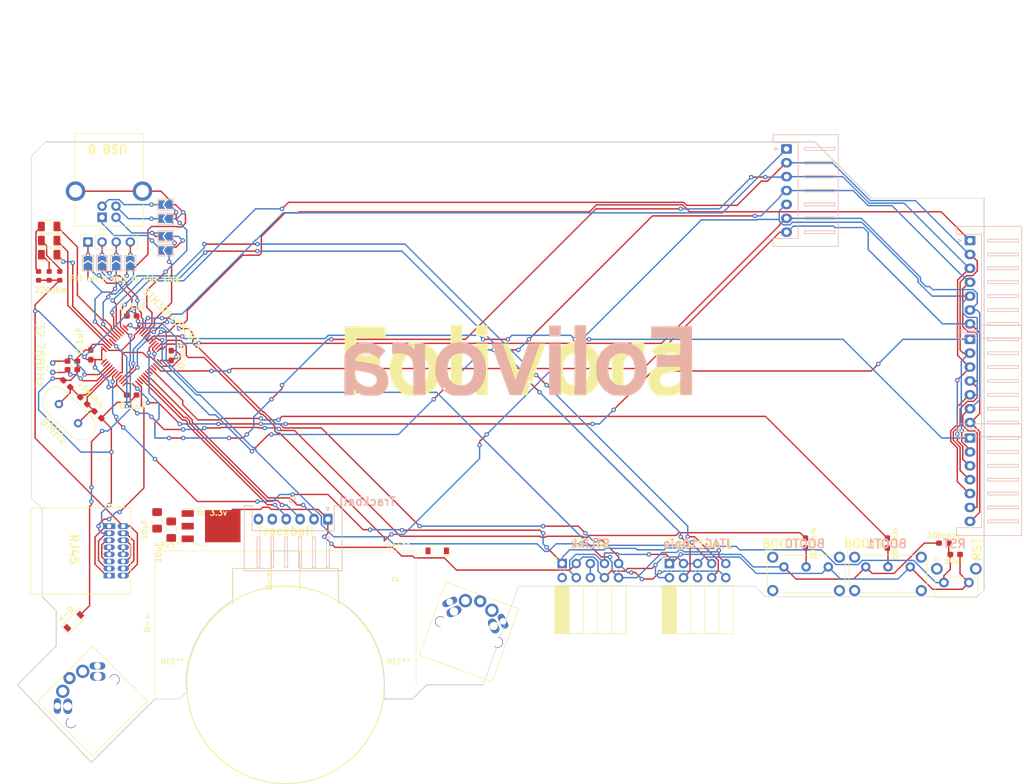
<source format=kicad_pcb>
(kicad_pcb (version 20171130) (host pcbnew 5.0.1)
  (layers (0 F.Cu signal) (31 B.Cu signal) (34 B.Paste user) (35 F.Paste user) (36 B.SilkS user) (37 F.SilkS user) (38 B.Mask user) (39 F.Mask user) (44 Edge.Cuts user))
  (net 0 "")
  (net 1 GND)
  (net 2 +3V3)
  (net 3 /MOSI)
  (net 4 /MISO)
  (net 5 /SCK)
  (net 6 +5V)
  (net 7 /D+)
  (net 8 /D-)
  (net 9 /READ0)
  (net 10 "Net-(D1-Pad1)")
  (net 11 /READ1)
  (net 12 /READ2)
  (net 13 "Net-(D4-Pad1)")
  (net 14 /READ3)
  (net 15 "Net-(D5-Pad2)")
  (net 16 "Net-(D6-Pad2)")
  (net 17 "Net-(D7-Pad2)")
  (net 18 /SS_T)
  (net 19 /READ5)
  (net 20 /READ4)
  (net 21 /SELECT0)
  (net 22 "Net-(J5-Pad2)")
  (net 23 /SS_K)
  (net 24 /SELECT1)
  (net 25 /SELECT2)
  (net 26 /SELECT3)
  (net 27 /SELECT4)
  (net 28 "Net-(U2-Pad19)")
  (net 29 /USB_1)
  (net 30 /USB_2)
  (net 31 /USB_3)
  (net 32 /USB_4)
  (net 33 /RST)
  (net 34 /LED1)
  (net 35 /LED2)
  (net 36 /LED3)
  (net 37 /OLED1)
  (net 38 /OLED2)
  (net 39 /OLED3)
  (net 40 /OLED4)
  (net 41 /SDA)
  (net 42 /SCL)
  (net 43 /XTAL_C)
  (net 44 /XTAL_D)
  (net 45 /XTAL_A)
  (net 46 /XTAL_B)
  (net 47 /SWCLK)
  (net 48 /SWDIO)
  (net 49 "Net-(J9-Pad2)")
  (net 50 /JNTRST)
  (net 51 "Net-(J10-Pad6)")
  (net 52 /JTDI)
  (net 53 /JTDO)
  (net 54 "Net-(R6-Pad1)")
  (net 55 /BOOT0)
  (net 56 /BOOT1)
  (net 57 "Net-(R7-Pad1)")
  (net 58 "Net-(U2-Pad2)")
  (net 59 "Net-(U2-Pad18)")
  (net 60 "Net-(U2-Pad21)")
  (module folivora:SW_Cherry_MX1A_1.00u_PCB (layer F.Cu) (at 180.34 173.355 340)
    (fp_text reference SW4)
    (fp_text value SW43)
    (pad 1 thru_hole oval (at 5.1 -3.9 25) (size 1.25 2.8) (drill 1.2) (layers *.Cu *.Mask) (net 13 "Net-(D4-Pad1)"))
    (pad 1 thru_hole oval (at -5.1 -3.9 295) (size 1.25 2.8) (drill 1.2) (layers *.Cu *.Mask) (net 13 "Net-(D4-Pad1)"))
    (pad "" np_thru_hole circle (at 5.5 0 340) (size 1.9 1.9) (drill 1.7) (layers *.Cu *.Mask))
    (pad "" np_thru_hole circle (at -5.5 0 340) (size 1.9 1.9) (drill 1.7) (layers *.Cu *.Mask))
    (pad 2 thru_hole circle (at 0 -5.9 340) (size 2.2 2.2) (drill 1.2) (layers *.Cu *.Mask) (net 27 /SELECT4))
    (pad 2 thru_hole oval (at 3.81 -2.54 25) (size 1.55 2.8) (drill 1.5) (layers *.Cu *.Mask) (net 27 /SELECT4))
    (pad 1 thru_hole circle (at -2.54 -5.08 340) (size 2.4 2.4) (drill 1.5) (layers *.Cu *.Mask) (net 13 "Net-(D4-Pad1)"))
    (pad "" np_thru_hole circle (at 5.08 0 340) (size 1.7 1.7) (drill 1.7) (layers *.Cu *.Mask))
    (pad "" np_thru_hole circle (at -5.08 0 340) (size 1.7 1.7) (drill 1.7) (layers *.Cu *.Mask))
    (pad "" np_thru_hole circle (at 0 0 340) (size 4 4) (drill 4) (layers *.Cu *.Mask))
    (pad 1 thru_hole oval (at -3.81 -2.54 295) (size 1.55 2.8) (drill 1.5) (layers *.Cu *.Mask) (net 13 "Net-(D4-Pad1)"))
    (pad 2 thru_hole circle (at 2.540001 -5.08 340) (size 2.4 2.4) (drill 1.5) (layers *.Cu *.Mask) (net 27 /SELECT4))
  )
  (module Capacitor_SMD:C_1206_3216Metric_Pad1.42x1.75mm_HandSolder (layer F.Cu) (at 126.746 154.94 90)
    (fp_text reference C2)
    (fp_text value 10uF)
    (pad 2 smd roundrect (at 1.4875 0 90) (size 1.425 1.75) (layers F.Cu F.Paste F.Mask) (roundrect_rratio 0.175439) (net 1 GND))
    (pad 1 smd roundrect (at -1.4875 0 90) (size 1.425 1.75) (layers F.Cu F.Paste F.Mask) (roundrect_rratio 0.175439) (net 2 +3V3))
  )
  (module folivora:SW_Cherry_MX1A_1.00u_PCB (layer F.Cu) (at 112.612898 185.837102 45)
    (fp_text reference SW1)
    (fp_text value SW40)
    (pad 2 thru_hole circle (at 2.540001 -5.080001 45) (size 2.4 2.4) (drill 1.5) (layers *.Cu *.Mask) (net 27 /SELECT4))
    (pad 1 thru_hole oval (at -3.81 -2.540001) (size 1.55 2.8) (drill 1.5) (layers *.Cu *.Mask) (net 10 "Net-(D1-Pad1)"))
    (pad "" np_thru_hole circle (at 0 0 45) (size 4 4) (drill 4) (layers *.Cu *.Mask))
    (pad "" np_thru_hole circle (at -5.079999 0 45) (size 1.7 1.7) (drill 1.7) (layers *.Cu *.Mask))
    (pad "" np_thru_hole circle (at 5.079999 0 45) (size 1.7 1.7) (drill 1.7) (layers *.Cu *.Mask))
    (pad 1 thru_hole circle (at -2.54 -5.08 45) (size 2.4 2.4) (drill 1.5) (layers *.Cu *.Mask) (net 10 "Net-(D1-Pad1)"))
    (pad 2 thru_hole oval (at 3.81 -2.54 90) (size 1.55 2.8) (drill 1.5) (layers *.Cu *.Mask) (net 27 /SELECT4))
    (pad 2 thru_hole circle (at 0 -5.9 45) (size 2.2 2.2) (drill 1.2) (layers *.Cu *.Mask) (net 27 /SELECT4))
    (pad "" np_thru_hole circle (at -5.5 0 45) (size 1.9 1.9) (drill 1.7) (layers *.Cu *.Mask))
    (pad "" np_thru_hole circle (at 5.5 0 45) (size 1.9 1.9) (drill 1.7) (layers *.Cu *.Mask))
    (pad 1 thru_hole oval (at -5.1 -3.9) (size 1.25 2.8) (drill 1.2) (layers *.Cu *.Mask) (net 10 "Net-(D1-Pad1)"))
    (pad 1 thru_hole oval (at 5.1 -3.9 90) (size 1.25 2.8) (drill 1.2) (layers *.Cu *.Mask) (net 10 "Net-(D1-Pad1)"))
  )
  (module folivora:logo (layer B.Cu) (at 189.23 124.46 180)
    (fp_text reference G*** hide)
    (fp_text value LOGO hide)
  )
  (module MountingHole:MountingHole_3.2mm_M3 (layer F.Cu) (at 132.715 90.17)
    (fp_text reference REF**)
    (fp_text value MountingHole_3.2mm_M3)
    (pad 1 np_thru_hole circle (at 0 0) (size 3.2 3.2) (drill 3.2) (layers *.Cu *.Mask))
  )
  (module MountingHole:MountingHole_3.2mm_M3 (layer F.Cu) (at 263.525 147.32)
    (fp_text reference REF**)
    (fp_text value MountingHole_3.2mm_M3)
    (pad 1 np_thru_hole circle (at 0 0) (size 3.2 3.2) (drill 3.2) (layers *.Cu *.Mask))
  )
  (module MountingHole:MountingHole_3.2mm_M3 (layer F.Cu) (at 263.525 128.27)
    (fp_text reference REF**)
    (fp_text value MountingHole_3.2mm_M3)
    (pad 1 np_thru_hole circle (at 0 0) (size 3.2 3.2) (drill 3.2) (layers *.Cu *.Mask))
  )
  (module MountingHole:MountingHole_3.2mm_M3 (layer F.Cu) (at 132.715 128.27)
    (fp_text reference REF**)
    (fp_text value MountingHole_3.2mm_M3)
    (pad 1 np_thru_hole circle (at 0 0) (size 3.2 3.2) (drill 3.2) (layers *.Cu *.Mask))
  )
  (module MountingHole:MountingHole_3.2mm_M3 (layer F.Cu) (at 263.525 109.22)
    (fp_text reference REF**)
    (fp_text value MountingHole_3.2mm_M3)
    (pad 1 np_thru_hole circle (at 0 0) (size 3.2 3.2) (drill 3.2) (layers *.Cu *.Mask))
  )
  (module MountingHole:MountingHole_3.2mm_M3 (layer F.Cu) (at 132.715 147.32)
    (fp_text reference REF**)
    (fp_text value MountingHole_3.2mm_M3)
    (pad 1 np_thru_hole circle (at 0 0) (size 3.2 3.2) (drill 3.2) (layers *.Cu *.Mask))
  )
  (module MountingHole:MountingHole_3.2mm_M3 (layer F.Cu) (at 132.715 109.22)
    (fp_text reference REF**)
    (fp_text value MountingHole_3.2mm_M3)
    (pad 1 np_thru_hole circle (at 0 0) (size 3.2 3.2) (drill 3.2) (layers *.Cu *.Mask))
  )
  (module MountingHole:MountingHole_3.2mm_M3 (layer F.Cu) (at 225.425 90.17)
    (fp_text reference REF**)
    (fp_text value MountingHole_3.2mm_M3)
    (pad 1 np_thru_hole circle (at 0 0) (size 3.2 3.2) (drill 3.2) (layers *.Cu *.Mask))
  )
  (module Connector_JST:JST_XH_S07B-XH-A_1x07_P2.50mm_Horizontal (layer B.Cu) (at 237.49 86.36 270)
    (fp_text reference J4)
    (fp_text value ROW0)
    (pad 7 thru_hole oval (at 15 0 270) (size 1.7 1.95) (drill 0.95) (layers *.Cu *.Mask) (net 19 /READ5))
    (pad 6 thru_hole oval (at 12.5 0 270) (size 1.7 1.95) (drill 0.95) (layers *.Cu *.Mask) (net 20 /READ4))
    (pad 5 thru_hole oval (at 10 0 270) (size 1.7 1.95) (drill 0.95) (layers *.Cu *.Mask) (net 14 /READ3))
    (pad 4 thru_hole oval (at 7.5 0 270) (size 1.7 1.95) (drill 0.95) (layers *.Cu *.Mask) (net 12 /READ2))
    (pad 3 thru_hole oval (at 5 0 270) (size 1.7 1.95) (drill 0.95) (layers *.Cu *.Mask) (net 11 /READ1))
    (pad 2 thru_hole oval (at 2.5 0 270) (size 1.7 1.95) (drill 0.95) (layers *.Cu *.Mask) (net 9 /READ0))
    (pad 1 thru_hole roundrect (at 0 0 270) (size 1.7 1.95) (drill 0.95) (layers *.Cu *.Mask) (roundrect_rratio 0.147059) (net 21 /SELECT0))
  )
  (module folivora:RJ45_rev (layer F.Cu) (at 115.57 154.305 270)
    (fp_text reference J5)
    (fp_text value RJ45)
    (pad "" np_thru_hole circle (at 10.16 6.35 270) (size 3.2 3.2) (drill 3.2) (layers *.Cu *.Mask))
    (pad "" np_thru_hole circle (at -1.27 6.35 270) (size 3.2 3.2) (drill 3.2) (layers *.Cu *.Mask))
    (pad 1 thru_hole rect (at 0 0 270) (size 1 2.2) (drill 0.76) (layers *.Cu *.Mask) (net 1 GND))
    (pad 2 thru_hole oval (at 1.27 -2.54 270) (size 1 2) (drill 0.76) (layers *.Cu *.Mask) (net 22 "Net-(J5-Pad2)"))
    (pad 3 thru_hole oval (at 2.54 0 270) (size 1 2) (drill 0.76) (layers *.Cu *.Mask) (net 5 /SCK))
    (pad 4 thru_hole oval (at 3.81 -2.54 270) (size 1 2) (drill 0.76) (layers *.Cu *.Mask) (net 3 /MOSI))
    (pad 5 thru_hole oval (at 5.08 0 270) (size 1 2) (drill 0.76) (layers *.Cu *.Mask) (net 4 /MISO))
    (pad 6 thru_hole oval (at 6.35 -2.54 270) (size 1 2) (drill 0.76) (layers *.Cu *.Mask) (net 23 /SS_K))
    (pad 7 thru_hole oval (at 7.62 0 270) (size 1 2) (drill 0.76) (layers *.Cu *.Mask) (net 18 /SS_T))
    (pad 8 thru_hole oval (at 8.89 -2.54 270) (size 1 2) (drill 0.76) (layers *.Cu *.Mask) (net 2 +3V3))
    (pad 1 thru_hole rect (at 8.89 0 270) (size 1 2) (drill 0.76) (layers *.Cu *.Mask) (net 1 GND))
    (pad 2 thru_hole oval (at 7.62 -2.54 270) (size 1 2) (drill 0.76) (layers *.Cu *.Mask) (net 22 "Net-(J5-Pad2)"))
    (pad 3 thru_hole oval (at 6.35 0 270) (size 1 2) (drill 0.76) (layers *.Cu *.Mask) (net 5 /SCK))
    (pad 4 thru_hole oval (at 5.08 -2.54 270) (size 1 2) (drill 0.76) (layers *.Cu *.Mask) (net 3 /MOSI))
    (pad 5 thru_hole oval (at 3.81 0 270) (size 1 2) (drill 0.76) (layers *.Cu *.Mask) (net 4 /MISO))
    (pad 6 thru_hole oval (at 2.54 -2.54 270) (size 1 2) (drill 0.76) (layers *.Cu *.Mask) (net 23 /SS_K))
    (pad 7 thru_hole oval (at 1.27 0 270) (size 1 2) (drill 0.76) (layers *.Cu *.Mask) (net 18 /SS_T))
    (pad 8 thru_hole oval (at 0 -2.54 270) (size 1 2) (drill 0.76) (layers *.Cu *.Mask) (net 2 +3V3))
  )
  (module Connector_JST:JST_XH_S07B-XH-A_1x07_P2.50mm_Horizontal (layer B.Cu) (at 270.51 102.87 270)
    (fp_text reference J6)
    (fp_text value ROW1)
    (pad 1 thru_hole roundrect (at 0 0 270) (size 1.7 1.95) (drill 0.95) (layers *.Cu *.Mask) (roundrect_rratio 0.147059) (net 24 /SELECT1))
    (pad 2 thru_hole oval (at 2.5 0 270) (size 1.7 1.95) (drill 0.95) (layers *.Cu *.Mask) (net 9 /READ0))
    (pad 3 thru_hole oval (at 5 0 270) (size 1.7 1.95) (drill 0.95) (layers *.Cu *.Mask) (net 11 /READ1))
    (pad 4 thru_hole oval (at 7.5 0 270) (size 1.7 1.95) (drill 0.95) (layers *.Cu *.Mask) (net 12 /READ2))
    (pad 5 thru_hole oval (at 10 0 270) (size 1.7 1.95) (drill 0.95) (layers *.Cu *.Mask) (net 14 /READ3))
    (pad 6 thru_hole oval (at 12.5 0 270) (size 1.7 1.95) (drill 0.95) (layers *.Cu *.Mask) (net 20 /READ4))
    (pad 7 thru_hole oval (at 15 0 270) (size 1.7 1.95) (drill 0.95) (layers *.Cu *.Mask) (net 19 /READ5))
  )
  (module Connector_JST:JST_XH_S07B-XH-A_1x07_P2.50mm_Horizontal (layer B.Cu) (at 270.51 120.65 270)
    (fp_text reference J7)
    (fp_text value ROW2)
    (pad 1 thru_hole roundrect (at 0 0 270) (size 1.7 1.95) (drill 0.95) (layers *.Cu *.Mask) (roundrect_rratio 0.147059) (net 25 /SELECT2))
    (pad 2 thru_hole oval (at 2.5 0 270) (size 1.7 1.95) (drill 0.95) (layers *.Cu *.Mask) (net 9 /READ0))
    (pad 3 thru_hole oval (at 5 0 270) (size 1.7 1.95) (drill 0.95) (layers *.Cu *.Mask) (net 11 /READ1))
    (pad 4 thru_hole oval (at 7.5 0 270) (size 1.7 1.95) (drill 0.95) (layers *.Cu *.Mask) (net 12 /READ2))
    (pad 5 thru_hole oval (at 10 0 270) (size 1.7 1.95) (drill 0.95) (layers *.Cu *.Mask) (net 14 /READ3))
    (pad 6 thru_hole oval (at 12.5 0 270) (size 1.7 1.95) (drill 0.95) (layers *.Cu *.Mask) (net 20 /READ4))
    (pad 7 thru_hole oval (at 15 0 270) (size 1.7 1.95) (drill 0.95) (layers *.Cu *.Mask) (net 19 /READ5))
  )
  (module Connector_JST:JST_XH_S07B-XH-A_1x07_P2.50mm_Horizontal (layer B.Cu) (at 270.51 138.43 270)
    (fp_text reference J8)
    (fp_text value ROW3)
    (pad 7 thru_hole oval (at 15 0 270) (size 1.7 1.95) (drill 0.95) (layers *.Cu *.Mask) (net 19 /READ5))
    (pad 6 thru_hole oval (at 12.5 0 270) (size 1.7 1.95) (drill 0.95) (layers *.Cu *.Mask) (net 20 /READ4))
    (pad 5 thru_hole oval (at 10 0 270) (size 1.7 1.95) (drill 0.95) (layers *.Cu *.Mask) (net 14 /READ3))
    (pad 4 thru_hole oval (at 7.5 0 270) (size 1.7 1.95) (drill 0.95) (layers *.Cu *.Mask) (net 12 /READ2))
    (pad 3 thru_hole oval (at 5 0 270) (size 1.7 1.95) (drill 0.95) (layers *.Cu *.Mask) (net 11 /READ1))
    (pad 2 thru_hole oval (at 2.5 0 270) (size 1.7 1.95) (drill 0.95) (layers *.Cu *.Mask) (net 9 /READ0))
    (pad 1 thru_hole roundrect (at 0 0 270) (size 1.7 1.95) (drill 0.95) (layers *.Cu *.Mask) (roundrect_rratio 0.147059) (net 26 /SELECT3))
  )
  (module Diode_SMD:D_SOD-123 (layer F.Cu) (at 109.22 171.45 45)
    (fp_text reference D1)
    (fp_text value D)
    (pad 2 smd rect (at 1.65 0 45) (size 0.9 1.2) (layers F.Cu F.Paste F.Mask) (net 9 /READ0))
    (pad 1 smd rect (at -1.65 0 45) (size 0.9 1.2) (layers F.Cu F.Paste F.Mask) (net 10 "Net-(D1-Pad1)"))
  )
  (module Diode_SMD:D_SOD-123 (layer F.Cu) (at 174.625 158.75 180)
    (fp_text reference D4)
    (fp_text value D)
    (pad 1 smd rect (at -1.65 0 180) (size 0.9 1.2) (layers F.Cu F.Paste F.Mask) (net 13 "Net-(D4-Pad1)"))
    (pad 2 smd rect (at 1.65 0 180) (size 0.9 1.2) (layers F.Cu F.Paste F.Mask) (net 14 /READ3))
  )
  (module Package_TO_SOT_SMD:TO-252-3_TabPin2 (layer F.Cu) (at 133.917 154.305)
    (fp_text reference U1)
    (fp_text value "3.3v regul")
    (pad 1 smd rect (at -4.2 -2.28) (size 2.2 1.2) (layers F.Cu F.Paste F.Mask) (net 6 +5V))
    (pad 2 smd rect (at -4.2 0) (size 2.2 1.2) (layers F.Cu F.Paste F.Mask) (net 1 GND))
    (pad 3 smd rect (at -4.2 2.28) (size 2.2 1.2) (layers F.Cu F.Paste F.Mask) (net 2 +3V3))
    (pad 2 smd rect (at 2.1 0) (size 6.4 5.8) (layers F.Cu F.Mask) (net 1 GND))
  )
  (module Connector_USB:USB_B_OST_USB-B1HSxx_Horizontal (layer F.Cu) (at 114.3 98.679 90)
    (fp_text reference J2)
    (fp_text value USB_B)
    (pad 1 thru_hole rect (at 0 0 90) (size 1.7 1.7) (drill 0.92) (layers *.Cu *.Mask) (net 29 /USB_1))
    (pad 2 thru_hole circle (at 0 2.5 90) (size 1.7 1.7) (drill 0.92) (layers *.Cu *.Mask) (net 30 /USB_2))
    (pad 3 thru_hole circle (at 2 2.5 90) (size 1.7 1.7) (drill 0.92) (layers *.Cu *.Mask) (net 31 /USB_3))
    (pad 4 thru_hole circle (at 2 0 90) (size 1.7 1.7) (drill 0.92) (layers *.Cu *.Mask) (net 32 /USB_4))
    (pad 5 thru_hole circle (at 4.71 -4.77 90) (size 3.5 3.5) (drill 2.33) (layers *.Cu *.Mask) (net 1 GND))
    (pad 5 thru_hole circle (at 4.71 7.27 90) (size 3.5 3.5) (drill 2.33) (layers *.Cu *.Mask) (net 1 GND))
  )
  (module Jumper:SolderJumper-2_P1.3mm_Open_TrianglePad1.0x1.5mm (layer B.Cu) (at 125.73 104.648 180)
    (fp_text reference JP2)
    (fp_text value L)
    (pad 2 smd custom (at 0.725 0 180) (size 0.3 0.3) (layers B.Cu B.Mask) (net 29 /USB_1) (options (clearance outline) (anchor rect)) (primitives (gr_poly (pts (xy -0.65 0.75) (xy 0.5 0.75) (xy 0.5 -0.75) (xy -0.65 -0.75) (xy -0.15 0)) (width 0))))
    (pad 1 smd custom (at -0.725 0 180) (size 0.3 0.3) (layers B.Cu B.Mask) (net 8 /D-) (options (clearance outline) (anchor rect)) (primitives (gr_poly (pts (xy -0.5 0.75) (xy 0.5 0.75) (xy 1 0) (xy 0.5 -0.75) (xy -0.5 -0.75)) (width 0))))
  )
  (module Jumper:SolderJumper-2_P1.3mm_Open_TrianglePad1.0x1.5mm (layer F.Cu) (at 125.73 104.648 180)
    (fp_text reference JP3)
    (fp_text value R)
    (pad 1 smd custom (at -0.725 0 180) (size 0.3 0.3) (layers F.Cu F.Mask) (net 6 +5V) (options (clearance outline) (anchor rect)) (primitives (gr_poly (pts (xy -0.5 -0.75) (xy 0.5 -0.75) (xy 1 0) (xy 0.5 0.75) (xy -0.5 0.75)) (width 0))))
    (pad 2 smd custom (at 0.725 0 180) (size 0.3 0.3) (layers F.Cu F.Mask) (net 29 /USB_1) (options (clearance outline) (anchor rect)) (primitives (gr_poly (pts (xy -0.65 -0.75) (xy 0.5 -0.75) (xy 0.5 0.75) (xy -0.65 0.75) (xy -0.15 0)) (width 0))))
  )
  (module Jumper:SolderJumper-2_P1.3mm_Open_TrianglePad1.0x1.5mm (layer B.Cu) (at 125.73 102.108 180)
    (fp_text reference JP4)
    (fp_text value L)
    (pad 2 smd custom (at 0.725 0 180) (size 0.3 0.3) (layers B.Cu B.Mask) (net 30 /USB_2) (options (clearance outline) (anchor rect)) (primitives (gr_poly (pts (xy -0.65 0.75) (xy 0.5 0.75) (xy 0.5 -0.75) (xy -0.65 -0.75) (xy -0.15 0)) (width 0))))
    (pad 1 smd custom (at -0.725 0 180) (size 0.3 0.3) (layers B.Cu B.Mask) (net 6 +5V) (options (clearance outline) (anchor rect)) (primitives (gr_poly (pts (xy -0.5 0.75) (xy 0.5 0.75) (xy 1 0) (xy 0.5 -0.75) (xy -0.5 -0.75)) (width 0))))
  )
  (module Jumper:SolderJumper-2_P1.3mm_Open_TrianglePad1.0x1.5mm (layer F.Cu) (at 125.73 102.108 180)
    (fp_text reference JP5)
    (fp_text value R)
    (pad 1 smd custom (at -0.725 0 180) (size 0.3 0.3) (layers F.Cu F.Mask) (net 8 /D-) (options (clearance outline) (anchor rect)) (primitives (gr_poly (pts (xy -0.5 -0.75) (xy 0.5 -0.75) (xy 1 0) (xy 0.5 0.75) (xy -0.5 0.75)) (width 0))))
    (pad 2 smd custom (at 0.725 0 180) (size 0.3 0.3) (layers F.Cu F.Mask) (net 30 /USB_2) (options (clearance outline) (anchor rect)) (primitives (gr_poly (pts (xy -0.65 -0.75) (xy 0.5 -0.75) (xy 0.5 0.75) (xy -0.65 0.75) (xy -0.15 0)) (width 0))))
  )
  (module Jumper:SolderJumper-2_P1.3mm_Open_TrianglePad1.0x1.5mm (layer B.Cu) (at 125.73 98.933 180)
    (fp_text reference JP6)
    (fp_text value L)
    (pad 1 smd custom (at -0.725 0 180) (size 0.3 0.3) (layers B.Cu B.Mask) (net 1 GND) (options (clearance outline) (anchor rect)) (primitives (gr_poly (pts (xy -0.5 0.75) (xy 0.5 0.75) (xy 1 0) (xy 0.5 -0.75) (xy -0.5 -0.75)) (width 0))))
    (pad 2 smd custom (at 0.725 0 180) (size 0.3 0.3) (layers B.Cu B.Mask) (net 31 /USB_3) (options (clearance outline) (anchor rect)) (primitives (gr_poly (pts (xy -0.65 0.75) (xy 0.5 0.75) (xy 0.5 -0.75) (xy -0.65 -0.75) (xy -0.15 0)) (width 0))))
  )
  (module Jumper:SolderJumper-2_P1.3mm_Open_TrianglePad1.0x1.5mm (layer F.Cu) (at 125.73 98.933 180)
    (fp_text reference JP7)
    (fp_text value R)
    (pad 1 smd custom (at -0.725 0 180) (size 0.3 0.3) (layers F.Cu F.Mask) (net 7 /D+) (options (clearance outline) (anchor rect)) (primitives (gr_poly (pts (xy -0.5 -0.75) (xy 0.5 -0.75) (xy 1 0) (xy 0.5 0.75) (xy -0.5 0.75)) (width 0))))
    (pad 2 smd custom (at 0.725 0 180) (size 0.3 0.3) (layers F.Cu F.Mask) (net 31 /USB_3) (options (clearance outline) (anchor rect)) (primitives (gr_poly (pts (xy -0.65 -0.75) (xy 0.5 -0.75) (xy 0.5 0.75) (xy -0.65 0.75) (xy -0.15 0)) (width 0))))
  )
  (module Jumper:SolderJumper-2_P1.3mm_Open_TrianglePad1.0x1.5mm (layer B.Cu) (at 125.73 96.393 180)
    (fp_text reference JP8)
    (fp_text value L)
    (pad 2 smd custom (at 0.725 0 180) (size 0.3 0.3) (layers B.Cu B.Mask) (net 32 /USB_4) (options (clearance outline) (anchor rect)) (primitives (gr_poly (pts (xy -0.65 0.75) (xy 0.5 0.75) (xy 0.5 -0.75) (xy -0.65 -0.75) (xy -0.15 0)) (width 0))))
    (pad 1 smd custom (at -0.725 0 180) (size 0.3 0.3) (layers B.Cu B.Mask) (net 7 /D+) (options (clearance outline) (anchor rect)) (primitives (gr_poly (pts (xy -0.5 0.75) (xy 0.5 0.75) (xy 1 0) (xy 0.5 -0.75) (xy -0.5 -0.75)) (width 0))))
  )
  (module Jumper:SolderJumper-2_P1.3mm_Open_TrianglePad1.0x1.5mm (layer F.Cu) (at 125.73 96.393 180)
    (fp_text reference JP9)
    (fp_text value R)
    (pad 2 smd custom (at 0.725 0 180) (size 0.3 0.3) (layers F.Cu F.Mask) (net 32 /USB_4) (options (clearance outline) (anchor rect)) (primitives (gr_poly (pts (xy -0.65 -0.75) (xy 0.5 -0.75) (xy 0.5 0.75) (xy -0.65 0.75) (xy -0.15 0)) (width 0))))
    (pad 1 smd custom (at -0.725 0 180) (size 0.3 0.3) (layers F.Cu F.Mask) (net 1 GND) (options (clearance outline) (anchor rect)) (primitives (gr_poly (pts (xy -0.5 -0.75) (xy 0.5 -0.75) (xy 1 0) (xy 0.5 0.75) (xy -0.5 0.75)) (width 0))))
  )
  (module Resistor_SMD:R_0603_1608Metric (layer F.Cu) (at 102.87 109.22 90)
    (fp_text reference R3)
    (fp_text value R)
    (pad 2 smd roundrect (at 0.7875 0 90) (size 0.875 0.95) (layers F.Cu F.Paste F.Mask) (net 17 "Net-(D7-Pad2)"))
    (pad 1 smd roundrect (at -0.7875 0 90) (size 0.875 0.95) (layers F.Cu F.Paste F.Mask) (net 2 +3V3))
  )
  (module Resistor_SMD:R_0603_1608Metric (layer F.Cu) (at 104.775 109.22 90)
    (fp_text reference R1)
    (fp_text value R)
    (pad 1 smd roundrect (at -0.7875 0 90) (size 0.875 0.95) (layers F.Cu F.Paste F.Mask) (net 2 +3V3))
    (pad 2 smd roundrect (at 0.7875 0 90) (size 0.875 0.95) (layers F.Cu F.Paste F.Mask) (net 15 "Net-(D5-Pad2)"))
  )
  (module Resistor_SMD:R_0603_1608Metric (layer F.Cu) (at 106.68 109.22 90)
    (fp_text reference R2)
    (fp_text value R)
    (pad 2 smd roundrect (at 0.7875 0 90) (size 0.875 0.95) (layers F.Cu F.Paste F.Mask) (net 16 "Net-(D6-Pad2)"))
    (pad 1 smd roundrect (at -0.7875 0 90) (size 0.875 0.95) (layers F.Cu F.Paste F.Mask) (net 2 +3V3))
  )
  (module Jumper:SolderJumper-2_P1.3mm_Open_TrianglePad1.0x1.5mm (layer B.Cu) (at 111.76 106.934 90)
    (fp_text reference JP10)
    (fp_text value R)
    (pad 1 smd custom (at -0.725 0 90) (size 0.3 0.3) (layers B.Cu B.Mask) (net 1 GND) (options (clearance outline) (anchor rect)) (primitives (gr_poly (pts (xy -0.5 0.75) (xy 0.5 0.75) (xy 1 0) (xy 0.5 -0.75) (xy -0.5 -0.75)) (width 0))))
    (pad 2 smd custom (at 0.725 0 90) (size 0.3 0.3) (layers B.Cu B.Mask) (net 37 /OLED1) (options (clearance outline) (anchor rect)) (primitives (gr_poly (pts (xy -0.65 0.75) (xy 0.5 0.75) (xy 0.5 -0.75) (xy -0.65 -0.75) (xy -0.15 0)) (width 0))))
  )
  (module Jumper:SolderJumper-2_P1.3mm_Open_TrianglePad1.0x1.5mm (layer F.Cu) (at 111.76 106.934 90)
    (fp_text reference JP11)
    (fp_text value L)
    (pad 2 smd custom (at 0.725 0 90) (size 0.3 0.3) (layers F.Cu F.Mask) (net 37 /OLED1) (options (clearance outline) (anchor rect)) (primitives (gr_poly (pts (xy -0.65 -0.75) (xy 0.5 -0.75) (xy 0.5 0.75) (xy -0.65 0.75) (xy -0.15 0)) (width 0))))
    (pad 1 smd custom (at -0.725 0 90) (size 0.3 0.3) (layers F.Cu F.Mask) (net 41 /SDA) (options (clearance outline) (anchor rect)) (primitives (gr_poly (pts (xy -0.5 -0.75) (xy 0.5 -0.75) (xy 1 0) (xy 0.5 0.75) (xy -0.5 0.75)) (width 0))))
  )
  (module Jumper:SolderJumper-2_P1.3mm_Open_TrianglePad1.0x1.5mm (layer B.Cu) (at 114.3 106.934 90)
    (fp_text reference JP12)
    (fp_text value R)
    (pad 1 smd custom (at -0.725 0 90) (size 0.3 0.3) (layers B.Cu B.Mask) (net 2 +3V3) (options (clearance outline) (anchor rect)) (primitives (gr_poly (pts (xy -0.5 0.75) (xy 0.5 0.75) (xy 1 0) (xy 0.5 -0.75) (xy -0.5 -0.75)) (width 0))))
    (pad 2 smd custom (at 0.725 0 90) (size 0.3 0.3) (layers B.Cu B.Mask) (net 38 /OLED2) (options (clearance outline) (anchor rect)) (primitives (gr_poly (pts (xy -0.65 0.75) (xy 0.5 0.75) (xy 0.5 -0.75) (xy -0.65 -0.75) (xy -0.15 0)) (width 0))))
  )
  (module Jumper:SolderJumper-2_P1.3mm_Open_TrianglePad1.0x1.5mm (layer F.Cu) (at 114.3 106.934 90)
    (fp_text reference JP13)
    (fp_text value L)
    (pad 2 smd custom (at 0.725 0 90) (size 0.3 0.3) (layers F.Cu F.Mask) (net 38 /OLED2) (options (clearance outline) (anchor rect)) (primitives (gr_poly (pts (xy -0.65 -0.75) (xy 0.5 -0.75) (xy 0.5 0.75) (xy -0.65 0.75) (xy -0.15 0)) (width 0))))
    (pad 1 smd custom (at -0.725 0 90) (size 0.3 0.3) (layers F.Cu F.Mask) (net 42 /SCL) (options (clearance outline) (anchor rect)) (primitives (gr_poly (pts (xy -0.5 -0.75) (xy 0.5 -0.75) (xy 1 0) (xy 0.5 0.75) (xy -0.5 0.75)) (width 0))))
  )
  (module Jumper:SolderJumper-2_P1.3mm_Open_TrianglePad1.0x1.5mm (layer B.Cu) (at 116.84 106.934 90)
    (fp_text reference JP14)
    (fp_text value R)
    (pad 1 smd custom (at -0.725 0 90) (size 0.3 0.3) (layers B.Cu B.Mask) (net 42 /SCL) (options (clearance outline) (anchor rect)) (primitives (gr_poly (pts (xy -0.5 0.75) (xy 0.5 0.75) (xy 1 0) (xy 0.5 -0.75) (xy -0.5 -0.75)) (width 0))))
    (pad 2 smd custom (at 0.725 0 90) (size 0.3 0.3) (layers B.Cu B.Mask) (net 39 /OLED3) (options (clearance outline) (anchor rect)) (primitives (gr_poly (pts (xy -0.65 0.75) (xy 0.5 0.75) (xy 0.5 -0.75) (xy -0.65 -0.75) (xy -0.15 0)) (width 0))))
  )
  (module Jumper:SolderJumper-2_P1.3mm_Open_TrianglePad1.0x1.5mm (layer F.Cu) (at 116.84 106.934 90)
    (fp_text reference JP15)
    (fp_text value L)
    (pad 2 smd custom (at 0.725 0 90) (size 0.3 0.3) (layers F.Cu F.Mask) (net 39 /OLED3) (options (clearance outline) (anchor rect)) (primitives (gr_poly (pts (xy -0.65 -0.75) (xy 0.5 -0.75) (xy 0.5 0.75) (xy -0.65 0.75) (xy -0.15 0)) (width 0))))
    (pad 1 smd custom (at -0.725 0 90) (size 0.3 0.3) (layers F.Cu F.Mask) (net 2 +3V3) (options (clearance outline) (anchor rect)) (primitives (gr_poly (pts (xy -0.5 -0.75) (xy 0.5 -0.75) (xy 1 0) (xy 0.5 0.75) (xy -0.5 0.75)) (width 0))))
  )
  (module Jumper:SolderJumper-2_P1.3mm_Open_TrianglePad1.0x1.5mm (layer B.Cu) (at 119.38 106.934 90)
    (fp_text reference JP16)
    (fp_text value R)
    (pad 1 smd custom (at -0.725 0 90) (size 0.3 0.3) (layers B.Cu B.Mask) (net 41 /SDA) (options (clearance outline) (anchor rect)) (primitives (gr_poly (pts (xy -0.5 0.75) (xy 0.5 0.75) (xy 1 0) (xy 0.5 -0.75) (xy -0.5 -0.75)) (width 0))))
    (pad 2 smd custom (at 0.725 0 90) (size 0.3 0.3) (layers B.Cu B.Mask) (net 40 /OLED4) (options (clearance outline) (anchor rect)) (primitives (gr_poly (pts (xy -0.65 0.75) (xy 0.5 0.75) (xy 0.5 -0.75) (xy -0.65 -0.75) (xy -0.15 0)) (width 0))))
  )
  (module Jumper:SolderJumper-2_P1.3mm_Open_TrianglePad1.0x1.5mm (layer F.Cu) (at 119.38 106.934 90)
    (fp_text reference JP17)
    (fp_text value L)
    (pad 2 smd custom (at 0.725 0 90) (size 0.3 0.3) (layers F.Cu F.Mask) (net 40 /OLED4) (options (clearance outline) (anchor rect)) (primitives (gr_poly (pts (xy -0.65 -0.75) (xy 0.5 -0.75) (xy 0.5 0.75) (xy -0.65 0.75) (xy -0.15 0)) (width 0))))
    (pad 1 smd custom (at -0.725 0 90) (size 0.3 0.3) (layers F.Cu F.Mask) (net 1 GND) (options (clearance outline) (anchor rect)) (primitives (gr_poly (pts (xy -0.5 -0.75) (xy 0.5 -0.75) (xy 1 0) (xy 0.5 0.75) (xy -0.5 0.75)) (width 0))))
  )
  (module Connector_PinSocket_2.54mm:PinSocket_1x04_P2.54mm_Vertical (layer F.Cu) (at 111.76 103.124 90)
    (fp_text reference J1)
    (fp_text value Conn_01x04)
    (pad 1 thru_hole rect (at 0 0 90) (size 1.7 1.7) (drill 1) (layers *.Cu *.Mask) (net 37 /OLED1))
    (pad 2 thru_hole oval (at 0 2.54 90) (size 1.7 1.7) (drill 1) (layers *.Cu *.Mask) (net 38 /OLED2))
    (pad 3 thru_hole oval (at 0 5.08 90) (size 1.7 1.7) (drill 1) (layers *.Cu *.Mask) (net 39 /OLED3))
    (pad 4 thru_hole oval (at 0 7.62 90) (size 1.7 1.7) (drill 1) (layers *.Cu *.Mask) (net 40 /OLED4))
  )
  (module MountingHole:MountingHole_3.2mm_M3 (layer F.Cu) (at 125.73 90.17)
    (fp_text reference REF**)
    (fp_text value MountingHole_3.2mm_M3)
    (pad 1 np_thru_hole circle (at 0 0) (size 3.2 3.2) (drill 3.2) (layers *.Cu *.Mask))
  )
  (module MountingHole:MountingHole_3.2mm_M3 (layer F.Cu) (at 105.41 90.17)
    (fp_text reference REF**)
    (fp_text value MountingHole_3.2mm_M3)
    (pad 1 np_thru_hole circle (at 0 0) (size 3.2 3.2) (drill 3.2) (layers *.Cu *.Mask))
  )
  (module MountingHole:MountingHole_3.2mm_M3 (layer F.Cu) (at 125.73 147.32)
    (fp_text reference REF**)
    (fp_text value MountingHole_3.2mm_M3)
    (pad 1 np_thru_hole circle (at 0 0) (size 3.2 3.2) (drill 3.2) (layers *.Cu *.Mask))
  )
  (module MountingHole:MountingHole_3.2mm_M3 (layer F.Cu) (at 105.41 147.32)
    (fp_text reference REF**)
    (fp_text value MountingHole_3.2mm_M3)
    (pad 1 np_thru_hole circle (at 0 0) (size 3.2 3.2) (drill 3.2) (layers *.Cu *.Mask))
  )
  (module Capacitor_SMD:C_0603_1608Metric_Pad1.05x0.95mm_HandSolder (layer F.Cu) (at 107.95 128.651 315)
    (fp_text reference C5)
    (fp_text value 20pF)
    (pad 1 smd roundrect (at -0.874999 0 315) (size 1.05 0.95) (layers F.Cu F.Paste F.Mask) (net 1 GND))
    (pad 2 smd roundrect (at 0.874999 0 315) (size 1.05 0.95) (layers F.Cu F.Paste F.Mask) (net 45 /XTAL_A))
  )
  (module Capacitor_SMD:C_0603_1608Metric_Pad1.05x0.95mm_HandSolder (layer F.Cu) (at 113.538 134.239 135)
    (fp_text reference C6)
    (fp_text value 20pF)
    (pad 1 smd roundrect (at -0.874999 0 135) (size 1.05 0.95) (layers F.Cu F.Paste F.Mask) (net 1 GND))
    (pad 2 smd roundrect (at 0.874999 0 135) (size 1.05 0.95) (layers F.Cu F.Paste F.Mask) (net 46 /XTAL_B))
  )
  (module Capacitor_SMD:C_0603_1608Metric_Pad1.05x0.95mm_HandSolder (layer F.Cu) (at 267.843 159.385)
    (fp_text reference C7)
    (fp_text value 10uF)
    (pad 2 smd roundrect (at 0.875 0) (size 1.05 0.95) (layers F.Cu F.Paste F.Mask) (net 1 GND))
    (pad 1 smd roundrect (at -0.875 0) (size 1.05 0.95) (layers F.Cu F.Paste F.Mask) (net 33 /RST))
  )
  (module Capacitor_SMD:C_0603_1608Metric_Pad1.05x0.95mm_HandSolder (layer F.Cu) (at 119.634 130.683)
    (fp_text reference C8)
    (fp_text value 0.1uF)
    (pad 1 smd roundrect (at -0.875 0) (size 1.05 0.95) (layers F.Cu F.Paste F.Mask) (net 2 +3V3))
    (pad 2 smd roundrect (at 0.875 0) (size 1.05 0.95) (layers F.Cu F.Paste F.Mask) (net 1 GND))
  )
  (module Capacitor_SMD:C_0603_1608Metric_Pad1.05x0.95mm_HandSolder (layer F.Cu) (at 119.634 116.459 180)
    (fp_text reference C9)
    (fp_text value 0.1uF)
    (pad 2 smd roundrect (at 0.875 0 180) (size 1.05 0.95) (layers F.Cu F.Paste F.Mask) (net 1 GND))
    (pad 1 smd roundrect (at -0.875 0 180) (size 1.05 0.95) (layers F.Cu F.Paste F.Mask) (net 2 +3V3))
  )
  (module Capacitor_SMD:C_0603_1608Metric_Pad1.05x0.95mm_HandSolder (layer F.Cu) (at 126.746 123.571 90)
    (fp_text reference C11)
    (fp_text value 0.1uF)
    (pad 2 smd roundrect (at 0.875 0 90) (size 1.05 0.95) (layers F.Cu F.Paste F.Mask) (net 1 GND))
    (pad 1 smd roundrect (at -0.875 0 90) (size 1.05 0.95) (layers F.Cu F.Paste F.Mask) (net 2 +3V3))
  )
  (module Connector_PinSocket_2.54mm:PinSocket_2x05_P2.54mm_Horizontal (layer F.Cu) (at 197.104 161.036 90)
    (fp_text reference J9)
    (fp_text value STLink)
    (pad 10 thru_hole oval (at -2.54 10.16 90) (size 1.7 1.7) (drill 1) (layers *.Cu *.Mask) (net 47 /SWCLK))
    (pad 9 thru_hole oval (at 0 10.16 90) (size 1.7 1.7) (drill 1) (layers *.Cu *.Mask) (net 48 /SWDIO))
    (pad 8 thru_hole oval (at -2.54 7.62 90) (size 1.7 1.7) (drill 1) (layers *.Cu *.Mask) (net 1 GND))
    (pad 7 thru_hole oval (at 0 7.62 90) (size 1.7 1.7) (drill 1) (layers *.Cu *.Mask) (net 2 +3V3))
    (pad 6 thru_hole oval (at -2.54 5.08 90) (size 1.7 1.7) (drill 1) (layers *.Cu *.Mask) (net 6 +5V))
    (pad 5 thru_hole oval (at 0 5.08 90) (size 1.7 1.7) (drill 1) (layers *.Cu *.Mask) (net 6 +5V))
    (pad 4 thru_hole oval (at -2.54 2.54 90) (size 1.7 1.7) (drill 1) (layers *.Cu *.Mask) (net 2 +3V3))
    (pad 3 thru_hole oval (at 0 2.54 90) (size 1.7 1.7) (drill 1) (layers *.Cu *.Mask) (net 1 GND))
    (pad 2 thru_hole oval (at -2.54 0 90) (size 1.7 1.7) (drill 1) (layers *.Cu *.Mask) (net 49 "Net-(J9-Pad2)"))
    (pad 1 thru_hole rect (at 0 0 90) (size 1.7 1.7) (drill 1) (layers *.Cu *.Mask) (net 33 /RST))
  )
  (module Connector_PinSocket_2.54mm:PinSocket_2x05_P2.54mm_Horizontal (layer F.Cu) (at 216.408 161.036 90)
    (fp_text reference J10)
    (fp_text value JTAG)
    (pad 1 thru_hole rect (at 0 0 90) (size 1.7 1.7) (drill 1) (layers *.Cu *.Mask) (net 2 +3V3))
    (pad 2 thru_hole oval (at -2.54 0 90) (size 1.7 1.7) (drill 1) (layers *.Cu *.Mask) (net 1 GND))
    (pad 3 thru_hole oval (at 0 2.54 90) (size 1.7 1.7) (drill 1) (layers *.Cu *.Mask) (net 1 GND))
    (pad 4 thru_hole oval (at -2.54 2.54 90) (size 1.7 1.7) (drill 1) (layers *.Cu *.Mask) (net 50 /JNTRST))
    (pad 5 thru_hole oval (at 0 5.08 90) (size 1.7 1.7) (drill 1) (layers *.Cu *.Mask) (net 1 GND))
    (pad 6 thru_hole oval (at -2.54 5.08 90) (size 1.7 1.7) (drill 1) (layers *.Cu *.Mask) (net 51 "Net-(J10-Pad6)"))
    (pad 7 thru_hole oval (at 0 7.62 90) (size 1.7 1.7) (drill 1) (layers *.Cu *.Mask) (net 52 /JTDI))
    (pad 8 thru_hole oval (at -2.54 7.62 90) (size 1.7 1.7) (drill 1) (layers *.Cu *.Mask) (net 53 /JTDO))
    (pad 9 thru_hole oval (at 0 10.16 90) (size 1.7 1.7) (drill 1) (layers *.Cu *.Mask) (net 47 /SWCLK))
    (pad 10 thru_hole oval (at -2.54 10.16 90) (size 1.7 1.7) (drill 1) (layers *.Cu *.Mask) (net 48 /SWDIO))
  )
  (module Resistor_SMD:R_0603_1608Metric_Pad1.05x0.95mm_HandSolder (layer F.Cu) (at 110.998 131.699 135)
    (fp_text reference R4)
    (fp_text value 10Mohm)
    (pad 1 smd roundrect (at -0.874999 0 135) (size 1.05 0.95) (layers F.Cu F.Paste F.Mask) (net 46 /XTAL_B))
    (pad 2 smd roundrect (at 0.874999 0 135) (size 1.05 0.95) (layers F.Cu F.Paste F.Mask) (net 45 /XTAL_A))
  )
  (module Resistor_SMD:R_0603_1608Metric_Pad1.05x0.95mm_HandSolder (layer F.Cu) (at 265.811 157.353 180)
    (fp_text reference R5)
    (fp_text value 10kohm)
    (pad 1 smd roundrect (at -0.875 0 180) (size 1.05 0.95) (layers F.Cu F.Paste F.Mask) (net 33 /RST))
    (pad 2 smd roundrect (at 0.875 0 180) (size 1.05 0.95) (layers F.Cu F.Paste F.Mask) (net 2 +3V3))
  )
  (module Resistor_SMD:R_0603_1608Metric_Pad1.05x0.95mm_HandSolder (layer F.Cu) (at 255.651 157.353 90)
    (fp_text reference R7)
    (fp_text value 10kohm)
    (pad 2 smd roundrect (at 0.875 0 90) (size 1.05 0.95) (layers F.Cu F.Paste F.Mask) (net 56 /BOOT1))
    (pad 1 smd roundrect (at -0.875 0 90) (size 1.05 0.95) (layers F.Cu F.Paste F.Mask) (net 57 "Net-(R7-Pad1)"))
  )
  (module Button_Switch_THT:SW_Tactile_SPST_Angled_PTS645Vx31-2LFS (layer F.Cu) (at 270.311 164.465 180)
    (fp_text reference SW5)
    (fp_text value RST_SW)
    (pad "" thru_hole circle (at 5.76 2.49 180) (size 2.1 2.1) (drill 1.3) (layers *.Cu *.Mask))
    (pad 2 thru_hole circle (at 4.5 0 180) (size 1.75 1.75) (drill 0.99) (layers *.Cu *.Mask) (net 33 /RST))
    (pad 1 thru_hole circle (at 0 0 180) (size 1.75 1.75) (drill 0.99) (layers *.Cu *.Mask) (net 1 GND))
    (pad "" thru_hole circle (at -1.25 2.49 180) (size 2.1 2.1) (drill 1.3) (layers *.Cu *.Mask))
  )
  (module Button_Switch_THT:SW_E-Switch_EG1224_SPDT_Angled (layer F.Cu) (at 237.015 161.643)
    (fp_text reference SW6)
    (fp_text value BOOT0)
    (pad "" thru_hole circle (at -2 -1.75) (size 2 2) (drill 1.2) (layers *.Cu *.Mask))
    (pad "" thru_hole circle (at 10 -1.75) (size 2 2) (drill 1.2) (layers *.Cu *.Mask))
    (pad "" thru_hole circle (at 10 4.25) (size 2 2) (drill 1.2) (layers *.Cu *.Mask))
    (pad "" thru_hole circle (at -2 4.25) (size 2 2) (drill 1.2) (layers *.Cu *.Mask))
    (pad 1 thru_hole circle (at 0 0) (size 1.7 1.7) (drill 0.9) (layers *.Cu *.Mask) (net 2 +3V3))
    (pad 2 thru_hole circle (at 4 0) (size 1.7 1.7) (drill 0.9) (layers *.Cu *.Mask) (net 54 "Net-(R6-Pad1)"))
    (pad 3 thru_hole circle (at 8 0) (size 1.7 1.7) (drill 0.9) (layers *.Cu *.Mask) (net 1 GND))
  )
  (module Package_QFP:LQFP-48_7x7mm_P0.5mm (layer F.Cu) (at 119.634 123.571 45)
    (fp_text reference U2)
    (fp_text value STM32F103C8Tx)
    (pad 1 smd rect (at -4.35 -2.75 45) (size 1.3 0.25) (layers F.Cu F.Paste F.Mask) (net 2 +3V3))
    (pad 2 smd rect (at -4.35 -2.25 45) (size 1.3 0.25) (layers F.Cu F.Paste F.Mask) (net 58 "Net-(U2-Pad2)"))
    (pad 3 smd rect (at -4.35 -1.749999 45) (size 1.3 0.25) (layers F.Cu F.Paste F.Mask) (net 43 /XTAL_C))
    (pad 4 smd rect (at -4.35 -1.25 45) (size 1.3 0.25) (layers F.Cu F.Paste F.Mask) (net 44 /XTAL_D))
    (pad 5 smd rect (at -4.35 -0.750001 45) (size 1.3 0.25) (layers F.Cu F.Paste F.Mask) (net 45 /XTAL_A))
    (pad 6 smd rect (at -4.35 -0.25 45) (size 1.3 0.25) (layers F.Cu F.Paste F.Mask) (net 46 /XTAL_B))
    (pad 7 smd rect (at -4.35 0.25 45) (size 1.3 0.25) (layers F.Cu F.Paste F.Mask) (net 33 /RST))
    (pad 8 smd rect (at -4.35 0.750001 45) (size 1.3 0.25) (layers F.Cu F.Paste F.Mask) (net 1 GND))
    (pad 9 smd rect (at -4.35 1.25 45) (size 1.3 0.25) (layers F.Cu F.Paste F.Mask) (net 2 +3V3))
    (pad 10 smd rect (at -4.35 1.749999 45) (size 1.3 0.25) (layers F.Cu F.Paste F.Mask) (net 21 /SELECT0))
    (pad 11 smd rect (at -4.35 2.25 45) (size 1.3 0.25) (layers F.Cu F.Paste F.Mask) (net 24 /SELECT1))
    (pad 12 smd rect (at -4.35 2.75 45) (size 1.3 0.25) (layers F.Cu F.Paste F.Mask) (net 25 /SELECT2))
    (pad 13 smd rect (at -2.75 4.35 135) (size 1.3 0.25) (layers F.Cu F.Paste F.Mask) (net 18 /SS_T))
    (pad 14 smd rect (at -2.25 4.35 135) (size 1.3 0.25) (layers F.Cu F.Paste F.Mask) (net 23 /SS_K))
    (pad 15 smd rect (at -1.749999 4.35 135) (size 1.3 0.25) (layers F.Cu F.Paste F.Mask) (net 5 /SCK))
    (pad 16 smd rect (at -1.25 4.35 135) (size 1.3 0.25) (layers F.Cu F.Paste F.Mask) (net 4 /MISO))
    (pad 17 smd rect (at -0.750001 4.35 135) (size 1.3 0.25) (layers F.Cu F.Paste F.Mask) (net 3 /MOSI))
    (pad 18 smd rect (at -0.25 4.35 135) (size 1.3 0.25) (layers F.Cu F.Paste F.Mask) (net 59 "Net-(U2-Pad18)"))
    (pad 19 smd rect (at 0.25 4.35 135) (size 1.3 0.25) (layers F.Cu F.Paste F.Mask) (net 28 "Net-(U2-Pad19)"))
    (pad 20 smd rect (at 0.750001 4.35 135) (size 1.3 0.25) (layers F.Cu F.Paste F.Mask) (net 56 /BOOT1))
    (pad 21 smd rect (at 1.25 4.35 135) (size 1.3 0.25) (layers F.Cu F.Paste F.Mask) (net 60 "Net-(U2-Pad21)"))
    (pad 22 smd rect (at 1.749999 4.35 135) (size 1.3 0.25) (layers F.Cu F.Paste F.Mask) (net 19 /READ5))
    (pad 23 smd rect (at 2.25 4.35 135) (size 1.3 0.25) (layers F.Cu F.Paste F.Mask) (net 1 GND))
    (pad 24 smd rect (at 2.75 4.35 135) (size 1.3 0.25) (layers F.Cu F.Paste F.Mask) (net 2 +3V3))
    (pad 25 smd rect (at 4.35 2.75 45) (size 1.3 0.25) (layers F.Cu F.Paste F.Mask) (net 20 /READ4))
    (pad 26 smd rect (at 4.35 2.25 45) (size 1.3 0.25) (layers F.Cu F.Paste F.Mask) (net 14 /READ3))
    (pad 27 smd rect (at 4.35 1.749999 45) (size 1.3 0.25) (layers F.Cu F.Paste F.Mask) (net 12 /READ2))
    (pad 28 smd rect (at 4.35 1.25 45) (size 1.3 0.25) (layers F.Cu F.Paste F.Mask) (net 11 /READ1))
    (pad 29 smd rect (at 4.35 0.750001 45) (size 1.3 0.25) (layers F.Cu F.Paste F.Mask) (net 52 /JTDI))
    (pad 30 smd rect (at 4.35 0.25 45) (size 1.3 0.25) (layers F.Cu F.Paste F.Mask) (net 26 /SELECT3))
    (pad 31 smd rect (at 4.35 -0.25 45) (size 1.3 0.25) (layers F.Cu F.Paste F.Mask) (net 27 /SELECT4))
    (pad 32 smd rect (at 4.35 -0.750001 45) (size 1.3 0.25) (layers F.Cu F.Paste F.Mask) (net 8 /D-))
    (pad 33 smd rect (at 4.35 -1.25 45) (size 1.3 0.25) (layers F.Cu F.Paste F.Mask) (net 7 /D+))
    (pad 34 smd rect (at 4.35 -1.749999 45) (size 1.3 0.25) (layers F.Cu F.Paste F.Mask) (net 48 /SWDIO))
    (pad 35 smd rect (at 4.35 -2.25 45) (size 1.3 0.25) (layers F.Cu F.Paste F.Mask) (net 1 GND))
    (pad 36 smd rect (at 4.35 -2.75 45) (size 1.3 0.25) (layers F.Cu F.Paste F.Mask) (net 2 +3V3))
    (pad 37 smd rect (at 2.75 -4.35 135) (size 1.3 0.25) (layers F.Cu F.Paste F.Mask) (net 47 /SWCLK))
    (pad 38 smd rect (at 2.25 -4.35 135) (size 1.3 0.25) (layers F.Cu F.Paste F.Mask) (net 9 /READ0))
    (pad 39 smd rect (at 1.749999 -4.35 135) (size 1.3 0.25) (layers F.Cu F.Paste F.Mask) (net 53 /JTDO))
    (pad 40 smd rect (at 1.25 -4.35 135) (size 1.3 0.25) (layers F.Cu F.Paste F.Mask) (net 50 /JNTRST))
    (pad 41 smd rect (at 0.750001 -4.35 135) (size 1.3 0.25) (layers F.Cu F.Paste F.Mask) (net 36 /LED3))
    (pad 42 smd rect (at 0.25 -4.35 135) (size 1.3 0.25) (layers F.Cu F.Paste F.Mask) (net 42 /SCL))
    (pad 43 smd rect (at -0.25 -4.35 135) (size 1.3 0.25) (layers F.Cu F.Paste F.Mask) (net 41 /SDA))
    (pad 44 smd rect (at -0.750001 -4.35 135) (size 1.3 0.25) (layers F.Cu F.Paste F.Mask) (net 55 /BOOT0))
    (pad 45 smd rect (at -1.25 -4.35 135) (size 1.3 0.25) (layers F.Cu F.Paste F.Mask) (net 34 /LED1))
    (pad 46 smd rect (at -1.749999 -4.35 135) (size 1.3 0.25) (layers F.Cu F.Paste F.Mask) (net 35 /LED2))
    (pad 47 smd rect (at -2.25 -4.35 135) (size 1.3 0.25) (layers F.Cu F.Paste F.Mask) (net 1 GND))
    (pad 48 smd rect (at -2.75 -4.35 135) (size 1.3 0.25) (layers F.Cu F.Paste F.Mask) (net 2 +3V3))
  )
  (module Crystal:Crystal_DS15_D1.5mm_L5.0mm_Vertical (layer F.Cu) (at 105.41 126.619 90)
    (fp_text reference Y1)
    (fp_text value 32.768kHz)
    (pad 1 thru_hole circle (at 0 0 90) (size 1 1) (drill 0.5) (layers *.Cu *.Mask) (net 44 /XTAL_D))
    (pad 2 thru_hole circle (at 1.7 0 90) (size 1 1) (drill 0.5) (layers *.Cu *.Mask) (net 43 /XTAL_C))
  )
  (module Crystal:Crystal_HC49-U_Vertical (layer F.Cu) (at 109.982 135.763 135)
    (fp_text reference Y2)
    (fp_text value 8MHz)
    (pad 1 thru_hole circle (at 0 0 135) (size 1.5 1.5) (drill 0.8) (layers *.Cu *.Mask) (net 46 /XTAL_B))
    (pad 2 thru_hole circle (at 4.88 0 135) (size 1.5 1.5) (drill 0.8) (layers *.Cu *.Mask) (net 45 /XTAL_A))
  )
  (module Button_Switch_THT:SW_E-Switch_EG1224_SPDT_Angled (layer F.Cu) (at 251.747 161.643)
    (fp_text reference SW7)
    (fp_text value BOOT1)
    (pad "" thru_hole circle (at -2 -1.75) (size 2 2) (drill 1.2) (layers *.Cu *.Mask))
    (pad "" thru_hole circle (at 10 -1.75) (size 2 2) (drill 1.2) (layers *.Cu *.Mask))
    (pad "" thru_hole circle (at 10 4.25) (size 2 2) (drill 1.2) (layers *.Cu *.Mask))
    (pad "" thru_hole circle (at -2 4.25) (size 2 2) (drill 1.2) (layers *.Cu *.Mask))
    (pad 1 thru_hole circle (at 0 0) (size 1.7 1.7) (drill 0.9) (layers *.Cu *.Mask) (net 2 +3V3))
    (pad 2 thru_hole circle (at 4 0) (size 1.7 1.7) (drill 0.9) (layers *.Cu *.Mask) (net 57 "Net-(R7-Pad1)"))
    (pad 3 thru_hole circle (at 8 0) (size 1.7 1.7) (drill 0.9) (layers *.Cu *.Mask) (net 1 GND))
  )
  (module Capacitor_SMD:C_1206_3216Metric_Pad1.42x1.75mm_HandSolder (layer F.Cu) (at 124.206 153.2525 270)
    (fp_text reference C1)
    (fp_text value 10uF)
    (pad 1 smd roundrect (at -1.4875 0 270) (size 1.425 1.75) (layers F.Cu F.Paste F.Mask) (roundrect_rratio 0.175439) (net 6 +5V))
    (pad 2 smd roundrect (at 1.4875 0 270) (size 1.425 1.75) (layers F.Cu F.Paste F.Mask) (roundrect_rratio 0.175439) (net 1 GND))
  )
  (module Capacitor_SMD:C_0603_1608Metric_Pad1.05x0.95mm_HandSolder (layer F.Cu) (at 108.966 126.111 180)
    (fp_text reference C4)
    (fp_text value 12.5pF[)
    (pad 1 smd roundrect (at -0.875 0 180) (size 1.05 0.95) (layers F.Cu F.Paste F.Mask) (net 1 GND))
    (pad 2 smd roundrect (at 0.875 0 180) (size 1.05 0.95) (layers F.Cu F.Paste F.Mask) (net 44 /XTAL_D))
  )
  (module Resistor_SMD:R_0603_1608Metric_Pad1.05x0.95mm_HandSolder (layer F.Cu) (at 240.919 157.353 90)
    (fp_text reference R6)
    (fp_text value 10kohm)
    (pad 1 smd roundrect (at -0.875 0 90) (size 1.05 0.95) (layers F.Cu F.Paste F.Mask) (net 54 "Net-(R6-Pad1)"))
    (pad 2 smd roundrect (at 0.875 0 90) (size 1.05 0.95) (layers F.Cu F.Paste F.Mask) (net 55 /BOOT0))
  )
  (module Capacitor_SMD:C_0603_1608Metric_Pad1.05x0.95mm_HandSolder (layer F.Cu) (at 108.966 124.587 180)
    (fp_text reference C3)
    (fp_text value 12.5pF)
    (pad 1 smd roundrect (at -0.875 0 180) (size 1.05 0.95) (layers F.Cu F.Paste F.Mask) (net 1 GND))
    (pad 2 smd roundrect (at 0.875 0 180) (size 1.05 0.95) (layers F.Cu F.Paste F.Mask) (net 43 /XTAL_C))
  )
  (module Capacitor_SMD:C_0603_1608Metric_Pad1.05x0.95mm_HandSolder (layer F.Cu) (at 112.268 123.444 90)
    (fp_text reference C10)
    (fp_text value 0.1uF)
    (pad 1 smd roundrect (at -0.875 0 90) (size 1.05 0.95) (layers F.Cu F.Paste F.Mask) (net 2 +3V3))
    (pad 2 smd roundrect (at 0.875 0 90) (size 1.05 0.95) (layers F.Cu F.Paste F.Mask) (net 1 GND))
  )
  (module folivora:logo (layer F.Cu) (at 172.72 78.74)
    (fp_text reference G*** hide)
    (fp_text value LOGO hide)
  )
  (module folivora:logo (layer F.Cu) (at 189.23 60.96)
    (fp_text reference G*** hide)
    (fp_text value LOGO hide)
  )
  (module folivora:logo (layer F.Cu) (at 189.23 124.46)
    (fp_text reference G*** hide)
    (fp_text value LOGO hide)
  )
  (module LED_SMD:LED_1206_3216Metric (layer F.Cu) (at 104.775 105.41 180)
    (fp_text reference D5)
    (fp_text value LED)
    (pad 1 smd roundrect (at -1.4 0 180) (size 1.25 1.75) (layers F.Cu F.Paste F.Mask) (roundrect_rratio 0.2) (net 34 /LED1))
    (pad 2 smd roundrect (at 1.4 0 180) (size 1.25 1.75) (layers F.Cu F.Paste F.Mask) (roundrect_rratio 0.2) (net 15 "Net-(D5-Pad2)"))
  )
  (module LED_SMD:LED_1206_3216Metric (layer F.Cu) (at 104.775 102.87 180)
    (fp_text reference D6)
    (fp_text value LED)
    (pad 2 smd roundrect (at 1.4 0 180) (size 1.25 1.75) (layers F.Cu F.Paste F.Mask) (roundrect_rratio 0.2) (net 16 "Net-(D6-Pad2)"))
    (pad 1 smd roundrect (at -1.4 0 180) (size 1.25 1.75) (layers F.Cu F.Paste F.Mask) (roundrect_rratio 0.2) (net 35 /LED2))
  )
  (module LED_SMD:LED_1206_3216Metric (layer F.Cu) (at 104.775 100.33 180)
    (fp_text reference D7)
    (fp_text value LED)
    (pad 1 smd roundrect (at -1.4 0 180) (size 1.25 1.75) (layers F.Cu F.Paste F.Mask) (roundrect_rratio 0.2) (net 36 /LED3))
    (pad 2 smd roundrect (at 1.4 0 180) (size 1.25 1.75) (layers F.Cu F.Paste F.Mask) (roundrect_rratio 0.2) (net 17 "Net-(D7-Pad2)"))
  )
  (module Connector_JST:JST_XH_S06B-XH-A_1x06_P2.50mm_Horizontal (layer B.Cu) (at 154.94 153.035 180)
    (fp_text reference J3 (at 6.25 3.5 180) (layer B.SilkS) (effects (justify mirror)))
    (fp_text value Trackball_conn)
    (pad 1 thru_hole roundrect (at 0 0 180) (size 1.7 1.95) (drill 0.95) (layers *.Cu *.Mask) (roundrect_rratio 0.147059) (net 1 GND))
    (pad 2 thru_hole oval (at 2.5 0 180) (size 1.7 1.95) (drill 0.95) (layers *.Cu *.Mask) (net 3 /MOSI))
    (pad 3 thru_hole oval (at 5 0 180) (size 1.7 1.95) (drill 0.95) (layers *.Cu *.Mask) (net 4 /MISO))
    (pad 4 thru_hole oval (at 7.5 0 180) (size 1.7 1.95) (drill 0.95) (layers *.Cu *.Mask) (net 5 /SCK))
    (pad 5 thru_hole oval (at 10 0 180) (size 1.7 1.95) (drill 0.95) (layers *.Cu *.Mask) (net 18 /SS_T))
    (pad 6 thru_hole oval (at 12.5 0 180) (size 1.7 1.95) (drill 0.95) (layers *.Cu *.Mask) (net 2 +3V3))
  )
  (module MountingHole:MountingHole_3.2mm_M3 (layer F.Cu) (at 127 182.88)
    (fp_text reference REF** (at 0 -4.2) (layer F.SilkS))
    (fp_text value MountingHole_3.2mm_M3)
    (pad 1 np_thru_hole circle (at 0 0) (size 3.2 3.2) (drill 3.2) (layers *.Cu *.Mask))
  )
  (module MountingHole:MountingHole_3.2mm_M3 (layer F.Cu) (at 127 161.93)
    (fp_text reference REF** (at 0 -4.2) (layer F.SilkS))
    (fp_text value MountingHole_3.2mm_M3)
    (pad 1 np_thru_hole circle (at 0 0) (size 3.2 3.2) (drill 3.2) (layers *.Cu *.Mask))
  )
  (module MountingHole:MountingHole_3.2mm_M3 (layer F.Cu) (at 167.64 161.925)
    (fp_text reference REF** (at 0 -4.2) (layer F.SilkS))
    (fp_text value MountingHole_3.2mm_M3)
    (pad 1 np_thru_hole circle (at 0 0) (size 3.2 3.2) (drill 3.2) (layers *.Cu *.Mask))
  )
  (module MountingHole:MountingHole_3.2mm_M3 (layer F.Cu) (at 167.64 182.88)
    (fp_text reference REF** (at 0 -4.2) (layer F.SilkS))
    (fp_text value MountingHole_3.2mm_M3)
    (pad 1 np_thru_hole circle (at 0 0) (size 3.2 3.2) (drill 3.2) (layers *.Cu *.Mask))
  )
  (gr_line (start 128.27 185.42) (end 123.825 185.42) (layer Edge.Cuts) (width 0.1))
  (gr_line (start 129.54 184.15) (end 128.27 185.42) (layer Edge.Cuts) (width 0.1))
  (gr_line (start 129.54 182.88) (end 129.54 184.15) (layer Edge.Cuts) (width 0.1))
  (gr_line (start 172.72 182.88) (end 182.88 182.88) (layer Edge.Cuts) (width 0.2))
  (gr_line (start 170.18 185.42) (end 172.72 182.88) (layer Edge.Cuts) (width 0.2))
  (gr_line (start 165.1 185.42) (end 170.18 185.42) (layer Edge.Cuts) (width 0.2))
  (gr_line (start 123.825 158.75) (end 123.825 184.785) (layer F.SilkS) (width 0.1))
  (gr_line (start 170.815 158.75) (end 123.825 158.75) (layer F.SilkS) (width 0.1))
  (gr_line (start 170.815 182.88) (end 170.815 158.75) (layer F.SilkS) (width 0.1))
  (gr_line (start 165.1 185.42) (end 165.1 182.88) (layer Edge.Cuts) (width 0.1))
  (gr_arc (start 147.81807 182.469955) (end 165.1 182.88) (angle -60.03049648) (layer Edge.Cuts) (width 0.1))
  (gr_arc (start 147.32 182.88) (end 137.795 167.64) (angle -57.99461679) (layer Edge.Cuts) (width 0.1))
  (gr_line (start 137.795 161.925) (end 144.78 161.925) (layer Edge.Cuts) (width 0.1))
  (gr_line (start 137.795 167.64) (end 137.795 161.925) (layer Edge.Cuts) (width 0.1))
  (gr_line (start 156.845 161.925) (end 149.86 161.925) (layer Edge.Cuts) (width 0.1))
  (gr_line (start 156.806286 167.703601) (end 156.845 161.925) (layer Edge.Cuts) (width 0.1))
  (gr_line (start 144.78 158.75) (end 144.78 161.925) (layer Edge.Cuts) (width 0.1))
  (gr_line (start 149.86 158.75) (end 144.78 158.75) (layer Edge.Cuts) (width 0.1))
  (gr_line (start 149.86 161.925) (end 149.86 158.75) (layer Edge.Cuts) (width 0.1))
  (gr_line (start 137.795 161.925) (end 137.795 168.275) (layer F.SilkS) (width 0.2))
  (gr_line (start 144.78 161.925) (end 137.795 161.925) (layer F.SilkS) (width 0.2))
  (gr_line (start 156.845 161.925) (end 156.845 168.275) (layer F.SilkS) (width 0.2))
  (gr_line (start 149.86 161.925) (end 156.845 161.925) (layer F.SilkS) (width 0.2))
  (gr_line (start 149.86 158.75) (end 144.78 158.75) (layer F.SilkS) (width 0.2))
  (gr_line (start 144.78 165.735) (end 144.78 158.75) (layer F.SilkS) (width 0.2))
  (gr_line (start 149.86 158.75) (end 149.86 165.735) (layer F.SilkS) (width 0.2))
  (gr_circle (center 147.32 182.88) (end 165.1 182.88) (layer F.SilkS) (width 0.2))
  (gr_text Trackball (at 147.32 155.194) (layer F.SilkS) (effects (font (size 1.5 1.5) (thickness 0.3))))
  (gr_text Trackball (at 162.052 149.86) (layer B.SilkS) (effects (font (size 1.5 1.5) (thickness 0.3)) (justify mirror)))
  (gr_text RST (at 267.716 157.48) (layer B.SilkS) (effects (font (size 1.5 1.5) (thickness 0.3)) (justify mirror)))
  (gr_text BOOT1 (at 255.524 157.48) (layer B.SilkS) (effects (font (size 1.5 1.5) (thickness 0.3)) (justify mirror)))
  (gr_text BOOT0 (at 240.792 157.48) (layer B.SilkS) (effects (font (size 1.5 1.5) (thickness 0.3)) (justify mirror)))
  (gr_text "JTAG 10pin" (at 221.488 157.48) (layer B.SilkS) (effects (font (size 1.5 1.5) (thickness 0.3)) (justify mirror)))
  (gr_text STLink (at 202.184 157.48) (layer B.SilkS) (effects (font (size 1.5 1.5) (thickness 0.3)) (justify mirror)))
  (gr_text RST (at 271.78 158.496 90) (layer F.SilkS) (effects (font (size 1.5 1.5) (thickness 0.3))))
  (gr_text 10uF (at 267.716 160.528) (layer F.SilkS) (effects (font (size 1 1) (thickness 0.2))))
  (gr_text 10kohm (at 265.684 155.956) (layer F.SilkS) (effects (font (size 1 1) (thickness 0.2))))
  (gr_text 10kohm (at 257.048 157.48 90) (layer F.SilkS) (effects (font (size 1 1) (thickness 0.2))))
  (gr_text 10kohm (at 242.316 157.48 90) (layer F.SilkS) (effects (font (size 1 1) (thickness 0.2))))
  (gr_text BOOT1 (at 251.46 157.48) (layer F.SilkS) (effects (font (size 1.5 1.5) (thickness 0.3))))
  (gr_text BOOT0 (at 236.728 157.48) (layer F.SilkS) (effects (font (size 1.5 1.5) (thickness 0.3))))
  (gr_text "JTAG 10pin" (at 221.488 157.48) (layer F.SilkS) (effects (font (size 1.5 1.5) (thickness 0.3))))
  (gr_text STLink (at 202.184 157.48) (layer F.SilkS) (effects (font (size 1.5 1.5) (thickness 0.3))))
  (gr_text D-> (at 167.132 162.56 90) (layer F.SilkS) (effects (font (size 1 1) (thickness 0.2))))
  (gr_text D-> (at 144.272 164.084 90) (layer F.SilkS) (effects (font (size 1 1) (thickness 0.2))))
  (gr_text D-> (at 122.428 171.704 90) (layer F.SilkS) (effects (font (size 1 1) (thickness 0.2))))
  (gr_text <-D (at 107.696 170.18 45) (layer F.SilkS) (effects (font (size 1 1) (thickness 0.2))))
  (gr_text "to 3.3v" (at 134.112 151.892) (layer F.SilkS) (effects (font (size 1 1) (thickness 0.2))))
  (gr_text 10uF (at 124.46 159.004 90) (layer F.SilkS) (effects (font (size 1 1) (thickness 0.2))))
  (gr_text 10uF (at 121.92 154.94 90) (layer F.SilkS) (effects (font (size 1 1) (thickness 0.2))))
  (gr_text "USB B" (at 115.316 86.36 180) (layer F.SilkS) (effects (font (size 1.5 1.5) (thickness 0.3))))
  (gr_text 220ohm (at 105.156 111.76) (layer F.SilkS) (effects (font (size 1 1) (thickness 0.2))))
  (gr_text "Fill all if this is ride side" (at 118.364 109.728) (layer F.SilkS) (effects (font (size 1 1) (thickness 0.2))))
  (gr_text 10Mohm (at 112.268 130.556 315) (layer F.SilkS) (effects (font (size 1 1) (thickness 0.2))))
  (gr_text 0.1uF (at 128.524 123.444 90) (layer F.SilkS) (effects (font (size 1.2 1.2) (thickness 0.2))))
  (gr_text 0.1uF (at 119.888 132.588) (layer F.SilkS) (effects (font (size 1.2 1.2) (thickness 0.2))))
  (gr_text 0.1uF (at 110.236 120.904 90) (layer F.SilkS) (effects (font (size 1.2 1.2) (thickness 0.2))))
  (gr_text 0.1uF (at 119.888 114.808) (layer F.SilkS) (effects (font (size 1.2 1.2) (thickness 0.2))))
  (gr_text STM32F103C8Tx (at 127 116.84 315) (layer F.SilkS) (effects (font (size 1.2 1.2) (thickness 0.2))))
  (gr_text 32.768kHz (at 103.124 123.444 270) (layer F.SilkS) (effects (font (size 1.5 1.5) (thickness 0.2))))
  (gr_text 8MHz (at 105.664 137.16 315) (layer F.SilkS) (effects (font (size 1.5 1.5) (thickness 0.2))))
  (gr_text RJ45 (at 109.22 158.496 270) (layer F.SilkS) (effects (font (size 1.5 1.5) (thickness 0.3))))
  (gr_line (start 233.68 167.005) (end 231.775 165.1) (layer Edge.Cuts) (width 0.1))
  (gr_line (start 271.78 167.005) (end 233.68 167.005) (layer Edge.Cuts) (width 0.1))
  (gr_line (start 273.05 165.735) (end 271.78 167.005) (layer Edge.Cuts) (width 0.1))
  (gr_line (start 103.505 151.13) (end 103.505 167.005) (layer Edge.Cuts) (width 0.1))
  (gr_line (start 104.14 85.09) (end 101.6 87.63) (layer Edge.Cuts) (width 0.1))
  (gr_line (start 231.775 165.1) (end 189.23 165.1) (layer Edge.Cuts) (width 0.1))
  (gr_line (start 252.73 95.25) (end 273.05 95.25) (layer Edge.Cuts) (width 0.1))
  (gr_line (start 101.6 87.63) (end 101.6 149.225) (layer Edge.Cuts) (width 0.1))
  (gr_line (start 106.045 169.545) (end 106.045 175.895) (layer Edge.Cuts) (width 0.2))
  (gr_line (start 103.505 167.005) (end 106.045 169.545) (layer Edge.Cuts) (width 0.2))
  (gr_line (start 129.348266 182.88) (end 129.54 182.88) (layer Edge.Cuts) (width 0.1))
  (gr_line (start 189.23 165.1) (end 182.88 182.88) (layer Edge.Cuts) (width 0.1))
  (gr_line (start 103.505 151.13) (end 101.6 149.225) (layer Edge.Cuts) (width 0.1))
  (gr_line (start 242.57 85.09) (end 104.14 85.09) (layer Edge.Cuts) (width 0.2))
  (gr_line (start 252.73 95.25) (end 242.57 85.09) (layer Edge.Cuts) (width 0.2))
  (gr_line (start 273.05 165.735) (end 273.05 95.25) (layer Edge.Cuts) (width 0.2))
  (gr_line (start 106.045 175.895) (end 99.06 182.88) (layer Edge.Cuts) (width 0.2))
  (gr_line (start 112.395 196.85) (end 99.06 182.88) (layer Edge.Cuts) (width 0.2))
  (gr_line (start 123.825 185.42) (end 112.395 196.85) (layer Edge.Cuts) (width 0.2))
  (segment (start 109.841 126.111) (end 109.841 124.587) (width 0.25) (layer F.Cu) (net 1))
  (segment (start 117.618745 126.646916) (end 117.936961 126.646916) (width 0.25) (layer F.Cu) (net 1))
  (segment (start 117.088416 127.177245) (end 117.618745 126.646916) (width 0.25) (layer F.Cu) (net 1))
  (segment (start 114.436766 121.555747) (end 114.967095 122.086076) (width 0.25) (layer F.Cu) (net 1))
  (segment (start 112.656253 121.555747) (end 114.436766 121.555747) (width 0.25) (layer F.Cu) (net 1))
  (segment (start 112.268 121.944) (end 112.656253 121.555747) (width 0.25) (layer F.Cu) (net 1))
  (segment (start 112.268 122.569) (end 112.268 121.944) (width 0.25) (layer F.Cu) (net 1))
  (segment (start 107.331282 128.032282) (end 108.625722 128.032282) (width 0.25) (layer F.Cu) (net 1))
  (segment (start 109.841 126.686) (end 109.841 126.111) (width 0.25) (layer F.Cu) (net 1))
  (segment (start 109.841 126.817004) (end 109.841 126.686) (width 0.25) (layer F.Cu) (net 1))
  (segment (start 108.625722 128.032282) (end 109.841 126.817004) (width 0.25) (layer F.Cu) (net 1))
  (segment (start 114.97 154.305) (end 113.03 156.245) (width 0.25) (layer F.Cu) (net 1))
  (segment (start 115.57 154.305) (end 114.97 154.305) (width 0.25) (layer F.Cu) (net 1))
  (segment (start 115.07 163.195) (end 115.57 163.195) (width 0.25) (layer F.Cu) (net 1))
  (segment (start 113.03 161.155) (end 115.07 163.195) (width 0.25) (layer F.Cu) (net 1))
  (segment (start 113.03 156.245) (end 113.03 161.155) (width 0.25) (layer F.Cu) (net 1))
  (segment (start 112.268 122.569) (end 111.284 122.569) (width 0.25) (layer F.Cu) (net 1))
  (segment (start 109.841 124.012) (end 109.841 124.587) (width 0.25) (layer F.Cu) (net 1))
  (segment (start 111.284 122.569) (end 109.841 124.012) (width 0.25) (layer F.Cu) (net 1))
  (via (at 128.905 97.79) (size 0.8) (drill 0.4) (layers F.Cu B.Cu) (net 1))
  (segment (start 126.455 96.393) (end 127.508 96.393) (width 0.25) (layer F.Cu) (net 1))
  (segment (start 127.508 96.393) (end 128.905 97.79) (width 0.25) (layer F.Cu) (net 1))
  (segment (start 127.762 98.933) (end 126.455 98.933) (width 0.25) (layer B.Cu) (net 1))
  (segment (start 128.905 97.79) (end 127.762 98.933) (width 0.25) (layer B.Cu) (net 1))
  (via (at 118.745 109.22) (size 0.8) (drill 0.4) (layers F.Cu B.Cu) (net 1))
  (via (at 113.755009 109.12999) (size 0.8) (drill 0.4) (layers F.Cu B.Cu) (net 1))
  (segment (start 126.455 95.543) (end 126.455 96.393) (width 0.25) (layer F.Cu) (net 1))
  (segment (start 124.881 93.969) (end 126.455 95.543) (width 0.25) (layer F.Cu) (net 1))
  (segment (start 121.57 93.969) (end 124.881 93.969) (width 0.25) (layer F.Cu) (net 1))
  (segment (start 119.095127 93.969) (end 109.53 93.969) (width 0.25) (layer F.Cu) (net 1))
  (segment (start 121.57 93.969) (end 119.095127 93.969) (width 0.25) (layer F.Cu) (net 1))
  (segment (start 118.759 115.884) (end 118.759 116.459) (width 0.25) (layer F.Cu) (net 1))
  (segment (start 118.759 115.752996) (end 118.759 115.884) (width 0.25) (layer F.Cu) (net 1))
  (segment (start 119.666998 114.844998) (end 118.759 115.752996) (width 0.25) (layer F.Cu) (net 1))
  (segment (start 127.02571 99.50371) (end 127.02571 99.72071) (width 0.25) (layer B.Cu) (net 1))
  (segment (start 126.455 98.933) (end 127.02571 99.50371) (width 0.25) (layer B.Cu) (net 1))
  (segment (start 119.38 107.659) (end 120.23 107.659) (width 0.25) (layer F.Cu) (net 1))
  (segment (start 120.23 107.659) (end 122.555 105.334) (width 0.25) (layer F.Cu) (net 1))
  (segment (start 122.555 105.334) (end 122.555 100.965) (width 0.25) (layer F.Cu) (net 1))
  (segment (start 122.555 100.965) (end 123.19 100.33) (width 0.25) (layer F.Cu) (net 1))
  (segment (start 129.304999 99.733005) (end 129.304999 98.189999) (width 0.25) (layer F.Cu) (net 1))
  (segment (start 129.304999 98.189999) (end 128.905 97.79) (width 0.25) (layer F.Cu) (net 1))
  (segment (start 128.618002 100.420002) (end 129.304999 99.733005) (width 0.25) (layer F.Cu) (net 1))
  (segment (start 127.921998 100.420002) (end 128.618002 100.420002) (width 0.25) (layer F.Cu) (net 1))
  (segment (start 127.831996 100.33) (end 127.921998 100.420002) (width 0.25) (layer F.Cu) (net 1))
  (segment (start 123.19 100.33) (end 127.831996 100.33) (width 0.25) (layer F.Cu) (net 1))
  (segment (start 118.745 109.22) (end 117.56501 110.39999) (width 0.25) (layer B.Cu) (net 1))
  (segment (start 117.56501 110.39999) (end 117.56501 110.550421) (width 0.25) (layer B.Cu) (net 1))
  (segment (start 113.755009 109.12999) (end 115.17544 110.550421) (width 0.25) (layer F.Cu) (net 1))
  (segment (start 115.17544 110.550421) (end 116.999325 110.550421) (width 0.25) (layer F.Cu) (net 1))
  (via (at 117.56501 110.550421) (size 0.8) (drill 0.4) (layers F.Cu B.Cu) (net 1))
  (segment (start 116.999325 110.550421) (end 117.56501 110.550421) (width 0.25) (layer F.Cu) (net 1))
  (segment (start 117.936961 126.646916) (end 117.936961 123.016961) (width 0.25) (layer F.Cu) (net 1))
  (segment (start 117.536405 122.616405) (end 117.406614 122.616405) (width 0.25) (layer F.Cu) (net 1))
  (segment (start 117.936961 123.016961) (end 117.536405 122.616405) (width 0.25) (layer F.Cu) (net 1))
  (via (at 115.57 150.495) (size 0.8) (drill 0.4) (layers F.Cu B.Cu) (net 1))
  (segment (start 120.509 130.683) (end 120.634 130.558) (width 0.25) (layer F.Cu) (net 1))
  (segment (start 114.97 154.305) (end 114.22 153.555) (width 0.25) (layer B.Cu) (net 1))
  (segment (start 114.22 153.555) (end 114.22 151.845) (width 0.25) (layer B.Cu) (net 1))
  (segment (start 115.170001 150.894999) (end 115.57 150.495) (width 0.25) (layer B.Cu) (net 1))
  (segment (start 114.22 151.845) (end 115.170001 150.894999) (width 0.25) (layer B.Cu) (net 1))
  (segment (start 115.57 154.305) (end 114.97 154.305) (width 0.25) (layer B.Cu) (net 1))
  (segment (start 268.718 162.872) (end 270.311 164.465) (width 0.25) (layer F.Cu) (net 1))
  (segment (start 268.718 159.385) (end 268.718 162.872) (width 0.25) (layer F.Cu) (net 1))
  (segment (start 257.56 163.83) (end 247.202 163.83) (width 0.25) (layer B.Cu) (net 1))
  (segment (start 245.864999 162.492999) (end 245.015 161.643) (width 0.25) (layer B.Cu) (net 1))
  (segment (start 247.202 163.83) (end 245.864999 162.492999) (width 0.25) (layer B.Cu) (net 1))
  (segment (start 259.747 161.643) (end 257.56 163.83) (width 0.25) (layer B.Cu) (net 1))
  (segment (start 269.436001 165.339999) (end 270.311 164.465) (width 0.25) (layer F.Cu) (net 1))
  (segment (start 269.110999 165.665001) (end 269.436001 165.339999) (width 0.25) (layer F.Cu) (net 1))
  (segment (start 263.769001 165.665001) (end 269.110999 165.665001) (width 0.25) (layer F.Cu) (net 1))
  (segment (start 259.747 161.643) (end 263.769001 165.665001) (width 0.25) (layer F.Cu) (net 1))
  (segment (start 220.150081 161.036) (end 221.488 161.036) (width 0.25) (layer B.Cu) (net 1))
  (segment (start 218.948 161.036) (end 220.150081 161.036) (width 0.25) (layer B.Cu) (net 1))
  (segment (start 203.548999 162.400999) (end 203.548999 160.661997) (width 0.25) (layer B.Cu) (net 1))
  (segment (start 200.493999 160.186001) (end 199.644 161.036) (width 0.25) (layer B.Cu) (net 1))
  (segment (start 200.819001 159.860999) (end 200.493999 160.186001) (width 0.25) (layer B.Cu) (net 1))
  (segment (start 202.748001 159.860999) (end 200.819001 159.860999) (width 0.25) (layer B.Cu) (net 1))
  (segment (start 203.548999 160.661997) (end 202.748001 159.860999) (width 0.25) (layer B.Cu) (net 1))
  (segment (start 204.724 163.576) (end 203.548999 162.400999) (width 0.25) (layer B.Cu) (net 1))
  (segment (start 213.904998 162.908002) (end 213.904998 161.254) (width 0.25) (layer B.Cu) (net 1))
  (segment (start 217.772999 159.860999) (end 218.098001 160.186001) (width 0.25) (layer B.Cu) (net 1))
  (segment (start 216.408 163.576) (end 214.572996 163.576) (width 0.25) (layer B.Cu) (net 1))
  (segment (start 218.098001 160.186001) (end 218.948 161.036) (width 0.25) (layer B.Cu) (net 1))
  (segment (start 215.297999 159.860999) (end 217.772999 159.860999) (width 0.25) (layer B.Cu) (net 1))
  (segment (start 213.904998 161.254) (end 215.297999 159.860999) (width 0.25) (layer B.Cu) (net 1))
  (segment (start 214.572996 163.576) (end 213.904998 162.908002) (width 0.25) (layer B.Cu) (net 1))
  (segment (start 205.899001 162.400999) (end 208.439001 162.400999) (width 0.25) (layer F.Cu) (net 1))
  (segment (start 204.724 163.576) (end 205.899001 162.400999) (width 0.25) (layer F.Cu) (net 1))
  (segment (start 208.439001 162.400999) (end 208.915 161.925) (width 0.25) (layer F.Cu) (net 1))
  (segment (start 213.269998 161.925) (end 213.904998 161.29) (width 0.25) (layer F.Cu) (net 1))
  (segment (start 208.915 161.925) (end 213.269998 161.925) (width 0.25) (layer F.Cu) (net 1))
  (via (at 213.904998 161.29) (size 0.8) (drill 0.4) (layers F.Cu B.Cu) (net 1))
  (segment (start 222.663001 159.860999) (end 229.074589 159.860999) (width 0.25) (layer B.Cu) (net 1))
  (segment (start 243.839999 162.818001) (end 244.165001 162.492999) (width 0.25) (layer B.Cu) (net 1))
  (segment (start 221.488 161.036) (end 222.663001 159.860999) (width 0.25) (layer B.Cu) (net 1))
  (segment (start 244.165001 162.492999) (end 245.015 161.643) (width 0.25) (layer B.Cu) (net 1))
  (segment (start 232.031591 162.818001) (end 243.839999 162.818001) (width 0.25) (layer B.Cu) (net 1))
  (segment (start 229.074589 159.860999) (end 232.031591 162.818001) (width 0.25) (layer B.Cu) (net 1))
  (segment (start 153.189979 151.284979) (end 144.694039 151.284979) (width 0.25) (layer F.Cu) (net 1))
  (segment (start 154.94 153.035) (end 153.189979 151.284979) (width 0.25) (layer F.Cu) (net 1))
  (segment (start 144.297312 150.888252) (end 143.228508 150.888252) (width 0.25) (layer F.Cu) (net 1))
  (segment (start 142.831781 151.284979) (end 137.837017 151.284979) (width 0.25) (layer F.Cu) (net 1))
  (segment (start 143.228508 150.888252) (end 142.831781 151.284979) (width 0.25) (layer F.Cu) (net 1))
  (segment (start 136.017 153.187) (end 136.017 156.337) (width 0.25) (layer F.Cu) (net 1))
  (segment (start 144.694039 151.284979) (end 144.297312 150.888252) (width 0.25) (layer F.Cu) (net 1))
  (segment (start 136.017 153.104996) (end 136.017 153.187) (width 0.25) (layer F.Cu) (net 1))
  (segment (start 137.837017 151.284979) (end 136.017 153.104996) (width 0.25) (layer F.Cu) (net 1))
  (segment (start 122.397767 123.837845) (end 121.576883 123.016961) (width 0.25) (layer F.Cu) (net 1))
  (segment (start 121.576883 123.016961) (end 117.936961 123.016961) (width 0.25) (layer F.Cu) (net 1))
  (segment (start 123.082826 123.837845) (end 122.397767 123.837845) (width 0.25) (layer F.Cu) (net 1))
  (segment (start 124.300905 125.055924) (end 123.082826 123.837845) (width 0.25) (layer F.Cu) (net 1))
  (segment (start 115.969999 136.670999) (end 114.598659 135.299659) (width 0.25) (layer F.Cu) (net 1))
  (segment (start 114.598659 135.299659) (end 114.156718 134.857718) (width 0.25) (layer F.Cu) (net 1))
  (segment (start 115.57 150.495) (end 115.969999 150.095001) (width 0.25) (layer F.Cu) (net 1))
  (segment (start 120.588595 119.434424) (end 121.118924 118.904095) (width 0.25) (layer F.Cu) (net 1))
  (segment (start 120.105001 120.363001) (end 120.105001 119.918018) (width 0.25) (layer F.Cu) (net 1))
  (segment (start 117.406614 122.616405) (end 117.851597 122.616405) (width 0.25) (layer F.Cu) (net 1))
  (segment (start 120.105001 119.918018) (end 120.588595 119.434424) (width 0.25) (layer F.Cu) (net 1))
  (segment (start 117.851597 122.616405) (end 120.105001 120.363001) (width 0.25) (layer F.Cu) (net 1))
  (segment (start 114.967095 122.086076) (end 115.526021 122.645002) (width 0.25) (layer F.Cu) (net 1))
  (segment (start 117.378017 122.645002) (end 117.406614 122.616405) (width 0.25) (layer F.Cu) (net 1))
  (segment (start 115.526021 122.645002) (end 117.378017 122.645002) (width 0.25) (layer F.Cu) (net 1))
  (segment (start 114.156718 134.857718) (end 117.024437 131.989999) (width 0.25) (layer F.Cu) (net 1))
  (segment (start 120.009928 131.182072) (end 120.509 130.683) (width 0.25) (layer F.Cu) (net 1))
  (segment (start 119.202001 131.989999) (end 120.009928 131.182072) (width 0.25) (layer F.Cu) (net 1))
  (segment (start 117.024437 131.989999) (end 119.202001 131.989999) (width 0.25) (layer F.Cu) (net 1))
  (segment (start 198.468999 162.211001) (end 178.086001 162.211001) (width 0.25) (layer F.Cu) (net 1))
  (segment (start 199.644 161.036) (end 198.468999 162.211001) (width 0.25) (layer F.Cu) (net 1))
  (segment (start 170.545412 160.02) (end 170.210401 159.684989) (width 0.25) (layer F.Cu) (net 1))
  (segment (start 175.895 160.02) (end 170.545412 160.02) (width 0.25) (layer F.Cu) (net 1))
  (segment (start 178.086001 162.211001) (end 175.895 160.02) (width 0.25) (layer F.Cu) (net 1))
  (segment (start 170.210401 159.684989) (end 168.228609 159.68499) (width 0.25) (layer F.Cu) (net 1))
  (segment (start 168.228609 159.68499) (end 166.658619 158.115) (width 0.25) (layer F.Cu) (net 1))
  (segment (start 156.21 158.115) (end 155.575 157.48) (width 0.25) (layer F.Cu) (net 1))
  (segment (start 166.658619 158.115) (end 156.21 158.115) (width 0.25) (layer F.Cu) (net 1))
  (via (at 155.575 157.48) (size 0.8) (drill 0.4) (layers F.Cu B.Cu) (net 1))
  (via (at 154.305 156.21) (size 0.8) (drill 0.4) (layers F.Cu B.Cu) (net 1))
  (segment (start 155.575 157.48) (end 154.305 156.21) (width 0.25) (layer B.Cu) (net 1))
  (segment (start 154.94 155.575) (end 154.94 153.035) (width 0.25) (layer F.Cu) (net 1))
  (segment (start 154.305 156.21) (end 154.94 155.575) (width 0.25) (layer F.Cu) (net 1))
  (segment (start 115.969999 150.095001) (end 115.969999 140.97) (width 0.25) (layer F.Cu) (net 1))
  (via (at 115.969999 140.97) (size 0.8) (drill 0.4) (layers F.Cu B.Cu) (net 1))
  (segment (start 115.969999 140.97) (end 115.969999 136.670999) (width 0.25) (layer F.Cu) (net 1))
  (segment (start 115.969999 140.97) (end 110.49 140.97) (width 0.25) (layer B.Cu) (net 1))
  (segment (start 110.49 140.97) (end 102.87 133.35) (width 0.25) (layer B.Cu) (net 1))
  (segment (start 102.87 133.35) (end 102.87 130.175) (width 0.25) (layer B.Cu) (net 1))
  (segment (start 102.87 130.175) (end 105.325997 127.719003) (width 0.25) (layer B.Cu) (net 1))
  (via (at 105.41 127.719003) (size 0.8) (drill 0.4) (layers F.Cu B.Cu) (net 1))
  (segment (start 105.325997 127.719003) (end 105.41 127.719003) (width 0.25) (layer B.Cu) (net 1))
  (segment (start 107.018003 127.719003) (end 107.331282 128.032282) (width 0.25) (layer F.Cu) (net 1))
  (segment (start 105.41 127.719003) (end 107.018003 127.719003) (width 0.25) (layer F.Cu) (net 1))
  (segment (start 119.666998 114.844998) (end 119.666998 113.218094) (width 0.25) (layer F.Cu) (net 1))
  (segment (start 119.666998 113.218094) (end 117.56501 111.116106) (width 0.25) (layer F.Cu) (net 1))
  (segment (start 117.56501 111.116106) (end 117.56501 110.550421) (width 0.25) (layer F.Cu) (net 1))
  (segment (start 121.649253 118.373766) (end 121.649253 117.007255) (width 0.25) (layer F.Cu) (net 1))
  (segment (start 121.118924 118.904095) (end 121.649253 118.373766) (width 0.25) (layer F.Cu) (net 1))
  (segment (start 121.35901 116.717012) (end 121.35901 115.841006) (width 0.25) (layer F.Cu) (net 1))
  (segment (start 121.35901 115.841006) (end 120.363002 114.844998) (width 0.25) (layer F.Cu) (net 1))
  (segment (start 120.363002 114.844998) (end 119.666998 114.844998) (width 0.25) (layer F.Cu) (net 1))
  (segment (start 121.649253 117.007255) (end 121.35901 116.717012) (width 0.25) (layer F.Cu) (net 1))
  (segment (start 126.746 122.696) (end 127.579004 122.696) (width 0.25) (layer F.Cu) (net 1))
  (segment (start 128.360002 123.476998) (end 128.360002 124.152508) (width 0.25) (layer F.Cu) (net 1))
  (segment (start 125.160314 125.575389) (end 124.891064 125.575389) (width 0.25) (layer F.Cu) (net 1))
  (segment (start 124.891064 125.575389) (end 124.371599 125.055924) (width 0.25) (layer F.Cu) (net 1))
  (segment (start 125.245907 125.489796) (end 125.160314 125.575389) (width 0.25) (layer F.Cu) (net 1))
  (segment (start 124.371599 125.055924) (end 124.300905 125.055924) (width 0.25) (layer F.Cu) (net 1))
  (segment (start 127.022714 125.489796) (end 125.245907 125.489796) (width 0.25) (layer F.Cu) (net 1))
  (segment (start 128.360002 124.152508) (end 127.022714 125.489796) (width 0.25) (layer F.Cu) (net 1))
  (segment (start 127.579004 122.696) (end 128.360002 123.476998) (width 0.25) (layer F.Cu) (net 1))
  (segment (start 113.23099 109.12999) (end 113.755009 109.12999) (width 0.25) (layer B.Cu) (net 1))
  (segment (start 111.76 107.659) (end 113.23099 109.12999) (width 0.25) (layer B.Cu) (net 1))
  (segment (start 118.745 108.294) (end 119.38 107.659) (width 0.25) (layer F.Cu) (net 1))
  (segment (start 118.745 109.22) (end 118.745 108.294) (width 0.25) (layer F.Cu) (net 1))
  (segment (start 114.230171 124.319) (end 114.613542 124.702371) (width 0.25) (layer F.Cu) (net 2))
  (segment (start 114.230171 122.546223) (end 114.230171 124.319) (width 0.25) (layer F.Cu) (net 2))
  (segment (start 114.336765 122.439629) (end 114.230171 122.546223) (width 0.25) (layer F.Cu) (net 2))
  (segment (start 114.613542 122.439629) (end 114.336765 122.439629) (width 0.25) (layer F.Cu) (net 2))
  (segment (start 120.765371 116.715371) (end 120.509 116.459) (width 0.25) (layer F.Cu) (net 2))
  (segment (start 120.765371 118.550542) (end 120.765371 116.715371) (width 0.25) (layer F.Cu) (net 2))
  (segment (start 124.910829 124.446) (end 124.654458 124.702371) (width 0.25) (layer F.Cu) (net 2))
  (segment (start 126.746 124.446) (end 124.910829 124.446) (width 0.25) (layer F.Cu) (net 2))
  (segment (start 102.87 110.0075) (end 104.775 110.0075) (width 0.25) (layer F.Cu) (net 2))
  (segment (start 104.775 110.0075) (end 106.68 110.0075) (width 0.25) (layer F.Cu) (net 2))
  (segment (start 119.36 154.305) (end 120.65 155.595) (width 0.25) (layer F.Cu) (net 2))
  (segment (start 118.11 154.305) (end 119.36 154.305) (width 0.25) (layer F.Cu) (net 2))
  (segment (start 118.61 163.195) (end 118.11 163.195) (width 0.25) (layer F.Cu) (net 2))
  (segment (start 120.65 161.155) (end 118.61 163.195) (width 0.25) (layer F.Cu) (net 2))
  (segment (start 120.65 155.595) (end 120.65 159.385) (width 0.25) (layer F.Cu) (net 2))
  (segment (start 120.65 159.385) (end 120.65 161.155) (width 0.25) (layer F.Cu) (net 2))
  (segment (start 106.68 110.0075) (end 102.235 114.4525) (width 0.25) (layer F.Cu) (net 2))
  (via (at 111.125 123.825) (size 0.8) (drill 0.4) (layers F.Cu B.Cu) (net 2))
  (segment (start 111.619 124.319) (end 111.125 123.825) (width 0.25) (layer F.Cu) (net 2))
  (segment (start 112.268 124.319) (end 111.619 124.319) (width 0.25) (layer F.Cu) (net 2))
  (segment (start 111.125 123.825) (end 102.87 115.57) (width 0.25) (layer B.Cu) (net 2))
  (via (at 102.25 115.57) (size 0.8) (drill 0.4) (layers F.Cu B.Cu) (net 2))
  (segment (start 102.87 115.57) (end 102.25 115.57) (width 0.25) (layer B.Cu) (net 2))
  (segment (start 102.235 114.4525) (end 102.25 115.57) (width 0.25) (layer F.Cu) (net 2))
  (segment (start 119.38 115.57) (end 111.125 123.825) (width 0.25) (layer B.Cu) (net 2))
  (via (at 127.635 123.825) (size 0.8) (drill 0.4) (layers F.Cu B.Cu) (net 2))
  (segment (start 126.746 124.446) (end 127.014 124.446) (width 0.25) (layer F.Cu) (net 2))
  (segment (start 127.014 124.446) (end 127.635 123.825) (width 0.25) (layer F.Cu) (net 2))
  (segment (start 102.25 115.57) (end 102.25 138.446411) (width 0.25) (layer F.Cu) (net 2))
  (segment (start 118.108589 154.305) (end 118.11 154.305) (width 0.25) (layer F.Cu) (net 2))
  (segment (start 102.25 138.446411) (end 118.108589 154.305) (width 0.25) (layer F.Cu) (net 2))
  (segment (start 116.84 107.659) (end 116.84 109.22) (width 0.25) (layer F.Cu) (net 2))
  (segment (start 116.84 109.22) (end 117.475 109.22) (width 0.25) (layer F.Cu) (net 2))
  (segment (start 117.475 109.22) (end 118.745 110.49) (width 0.25) (layer F.Cu) (net 2))
  (segment (start 120.509 116.064) (end 120.015 115.57) (width 0.25) (layer F.Cu) (net 2))
  (segment (start 120.509 116.459) (end 120.509 116.064) (width 0.25) (layer F.Cu) (net 2))
  (segment (start 120.015 115.57) (end 119.38 115.57) (width 0.25) (layer B.Cu) (net 2))
  (via (at 120.015 115.57) (size 0.8) (drill 0.4) (layers F.Cu B.Cu) (net 2))
  (segment (start 118.745 110.49) (end 118.745 111.125) (width 0.25) (layer F.Cu) (net 2))
  (segment (start 118.745 111.125) (end 120.65 113.03) (width 0.25) (layer F.Cu) (net 2))
  (via (at 120.65 113.665) (size 0.8) (drill 0.4) (layers F.Cu B.Cu) (net 2))
  (segment (start 120.65 113.03) (end 120.65 113.665) (width 0.25) (layer F.Cu) (net 2))
  (segment (start 120.65 114.935) (end 120.015 115.57) (width 0.25) (layer B.Cu) (net 2))
  (segment (start 120.65 113.665) (end 120.65 114.935) (width 0.25) (layer B.Cu) (net 2))
  (segment (start 116.84 109.22) (end 116.44968 109.22) (width 0.25) (layer F.Cu) (net 2))
  (segment (start 116.44968 109.22) (end 116.364834 109.304846) (width 0.25) (layer F.Cu) (net 2))
  (via (at 115.964835 109.704845) (size 0.8) (drill 0.4) (layers F.Cu B.Cu) (net 2))
  (segment (start 114.3 107.659) (end 114.3 108.605695) (width 0.25) (layer B.Cu) (net 2))
  (segment (start 114.3 108.605695) (end 115.39915 109.704845) (width 0.25) (layer B.Cu) (net 2))
  (segment (start 116.364834 109.304846) (end 115.964835 109.704845) (width 0.25) (layer F.Cu) (net 2))
  (segment (start 115.39915 109.704845) (end 115.964835 109.704845) (width 0.25) (layer B.Cu) (net 2))
  (segment (start 237.864999 162.492999) (end 237.015 161.643) (width 0.25) (layer F.Cu) (net 2))
  (segment (start 239.202 163.83) (end 237.864999 162.492999) (width 0.25) (layer F.Cu) (net 2))
  (segment (start 249.56 163.83) (end 239.202 163.83) (width 0.25) (layer F.Cu) (net 2))
  (segment (start 251.747 161.643) (end 249.56 163.83) (width 0.25) (layer F.Cu) (net 2))
  (segment (start 252.596999 162.492999) (end 251.747 161.643) (width 0.25) (layer F.Cu) (net 2))
  (segment (start 252.922001 162.818001) (end 252.596999 162.492999) (width 0.25) (layer F.Cu) (net 2))
  (segment (start 256.832997 162.818001) (end 252.922001 162.818001) (width 0.25) (layer F.Cu) (net 2))
  (segment (start 262.297998 157.353) (end 256.832997 162.818001) (width 0.25) (layer F.Cu) (net 2))
  (segment (start 264.936 157.353) (end 262.297998 157.353) (width 0.25) (layer F.Cu) (net 2))
  (segment (start 199.644 163.576) (end 198.468999 162.400999) (width 0.25) (layer B.Cu) (net 2))
  (segment (start 198.468999 160.471999) (end 199.555998 159.385) (width 0.25) (layer B.Cu) (net 2))
  (segment (start 198.468999 162.400999) (end 198.468999 160.471999) (width 0.25) (layer B.Cu) (net 2))
  (segment (start 203.073 159.385) (end 204.724 161.036) (width 0.25) (layer B.Cu) (net 2))
  (segment (start 199.555998 159.385) (end 203.073 159.385) (width 0.25) (layer B.Cu) (net 2))
  (segment (start 237.015 161.643) (end 231.493 161.643) (width 0.25) (layer B.Cu) (net 2))
  (segment (start 231.493 161.643) (end 229.235 159.385) (width 0.25) (layer B.Cu) (net 2))
  (via (at 218.44 159.385) (size 0.8) (drill 0.4) (layers F.Cu B.Cu) (net 2))
  (segment (start 229.235 159.385) (end 218.44 159.385) (width 0.25) (layer B.Cu) (net 2))
  (segment (start 216.789 161.036) (end 216.408 161.036) (width 0.25) (layer F.Cu) (net 2))
  (segment (start 218.44 159.385) (end 216.789 161.036) (width 0.25) (layer F.Cu) (net 2))
  (via (at 113.03 125.73) (size 0.8) (drill 0.4) (layers F.Cu B.Cu) (net 2))
  (segment (start 113.03 125.73) (end 113.03 124.319) (width 0.25) (layer F.Cu) (net 2))
  (segment (start 112.268 124.319) (end 113.03 124.319) (width 0.25) (layer F.Cu) (net 2))
  (segment (start 113.03 124.319) (end 114.230171 124.319) (width 0.25) (layer F.Cu) (net 2))
  (via (at 120.765371 117.38499) (size 0.8) (drill 0.4) (layers F.Cu B.Cu) (net 2))
  (segment (start 116.922504 128.824776) (end 116.922504 128.050263) (width 0.25) (layer F.Cu) (net 2))
  (segment (start 116.922504 128.050263) (end 117.441969 127.530798) (width 0.25) (layer F.Cu) (net 2))
  (segment (start 116.91164 128.83564) (end 116.922504 128.824776) (width 0.25) (layer F.Cu) (net 2))
  (via (at 115.472452 129.269244) (size 0.8) (drill 0.4) (layers F.Cu B.Cu) (net 2))
  (segment (start 115.472452 128.703559) (end 115.472452 129.269244) (width 0.25) (layer B.Cu) (net 2))
  (segment (start 116.478036 129.269244) (end 116.038137 129.269244) (width 0.25) (layer F.Cu) (net 2))
  (segment (start 113.03 125.73) (end 115.472452 128.172452) (width 0.25) (layer B.Cu) (net 2))
  (segment (start 116.038137 129.269244) (end 115.472452 129.269244) (width 0.25) (layer F.Cu) (net 2))
  (segment (start 116.91164 128.83564) (end 116.478036 129.269244) (width 0.25) (layer F.Cu) (net 2))
  (segment (start 115.472452 128.172452) (end 115.472452 128.703559) (width 0.25) (layer B.Cu) (net 2))
  (segment (start 121.16537 117.784989) (end 120.765371 117.38499) (width 0.25) (layer B.Cu) (net 2))
  (segment (start 127.635 120.343454) (end 125.076535 117.784989) (width 0.25) (layer B.Cu) (net 2))
  (segment (start 125.076535 117.784989) (end 121.16537 117.784989) (width 0.25) (layer B.Cu) (net 2))
  (segment (start 127.635 123.825) (end 127.635 120.343454) (width 0.25) (layer B.Cu) (net 2))
  (segment (start 118.759 130.683) (end 116.91164 128.83564) (width 0.25) (layer F.Cu) (net 2))
  (segment (start 204.724 161.036) (end 204.724 159.131) (width 0.25) (layer B.Cu) (net 2))
  (segment (start 207.098002 159.131) (end 207.352002 159.385) (width 0.25) (layer B.Cu) (net 2))
  (segment (start 204.724 159.131) (end 207.098002 159.131) (width 0.25) (layer B.Cu) (net 2))
  (via (at 212.725 159.385) (size 0.8) (drill 0.4) (layers F.Cu B.Cu) (net 2))
  (segment (start 207.352002 159.385) (end 212.725 159.385) (width 0.25) (layer B.Cu) (net 2))
  (segment (start 216.408 159.936) (end 216.408 161.036) (width 0.25) (layer F.Cu) (net 2))
  (segment (start 215.857 159.385) (end 216.408 159.936) (width 0.25) (layer F.Cu) (net 2))
  (segment (start 212.725 159.385) (end 215.857 159.385) (width 0.25) (layer F.Cu) (net 2))
  (segment (start 118.11 159.385) (end 118.11 158.115) (width 0.25) (layer F.Cu) (net 3))
  (via (at 150.495 150.495) (size 0.8) (drill 0.4) (layers F.Cu B.Cu) (net 3))
  (segment (start 152.44 152.44) (end 152.44 153.035) (width 0.25) (layer B.Cu) (net 3))
  (segment (start 150.495 150.495) (end 152.44 152.44) (width 0.25) (layer B.Cu) (net 3))
  (segment (start 122.709913 127.707574) (end 123.0684 127.707574) (width 0.25) (layer F.Cu) (net 3))
  (segment (start 144.227339 149.225) (end 148.151998 149.225) (width 0.25) (layer F.Cu) (net 3))
  (segment (start 149.929315 150.495) (end 150.495 150.495) (width 0.25) (layer F.Cu) (net 3))
  (segment (start 130.530024 135.169198) (end 130.530024 135.527685) (width 0.25) (layer F.Cu) (net 3))
  (segment (start 123.0684 127.707574) (end 130.530024 135.169198) (width 0.25) (layer F.Cu) (net 3))
  (segment (start 130.530024 135.527685) (end 144.227339 149.225) (width 0.25) (layer F.Cu) (net 3))
  (segment (start 149.421998 150.495) (end 149.929315 150.495) (width 0.25) (layer F.Cu) (net 3))
  (segment (start 122.179584 127.177245) (end 122.709913 127.707574) (width 0.25) (layer F.Cu) (net 3))
  (segment (start 148.151998 149.225) (end 149.421998 150.495) (width 0.25) (layer F.Cu) (net 3))
  (segment (start 115.57 159.385) (end 115.57 158.115) (width 0.25) (layer F.Cu) (net 4))
  (via (at 146.685 150.495) (size 0.8) (drill 0.4) (layers F.Cu B.Cu) (net 4))
  (segment (start 149.94 152.91) (end 149.94 153.035) (width 0.25) (layer B.Cu) (net 4))
  (segment (start 147.525 150.495) (end 149.94 152.91) (width 0.25) (layer B.Cu) (net 4))
  (segment (start 146.685 150.495) (end 147.525 150.495) (width 0.25) (layer B.Cu) (net 4))
  (segment (start 129.439402 134.714987) (end 130.080013 135.355598) (width 0.25) (layer F.Cu) (net 4))
  (segment (start 121.826031 127.530798) (end 129.01022 134.714987) (width 0.25) (layer F.Cu) (net 4))
  (segment (start 130.080013 135.784779) (end 143.970244 149.675011) (width 0.25) (layer F.Cu) (net 4))
  (segment (start 143.970244 149.675011) (end 145.865011 149.675011) (width 0.25) (layer F.Cu) (net 4))
  (segment (start 129.01022 134.714987) (end 129.439402 134.714987) (width 0.25) (layer F.Cu) (net 4))
  (segment (start 146.285001 150.095001) (end 146.685 150.495) (width 0.25) (layer F.Cu) (net 4))
  (segment (start 130.080013 135.355598) (end 130.080013 135.784779) (width 0.25) (layer F.Cu) (net 4))
  (segment (start 145.865011 149.675011) (end 146.285001 150.095001) (width 0.25) (layer F.Cu) (net 4))
  (segment (start 114.24499 157.67001) (end 115.07 156.845) (width 0.25) (layer F.Cu) (net 5))
  (segment (start 114.24499 159.82999) (end 114.24499 157.67001) (width 0.25) (layer F.Cu) (net 5))
  (segment (start 115.07 160.655) (end 114.24499 159.82999) (width 0.25) (layer F.Cu) (net 5))
  (segment (start 115.07 156.845) (end 115.57 156.845) (width 0.25) (layer F.Cu) (net 5))
  (segment (start 115.57 160.655) (end 115.07 160.655) (width 0.25) (layer F.Cu) (net 5))
  (via (at 145.415 150.495) (size 0.8) (drill 0.4) (layers F.Cu B.Cu) (net 5))
  (segment (start 147.44 152.52) (end 147.44 153.035) (width 0.25) (layer B.Cu) (net 5))
  (segment (start 145.415 150.495) (end 147.44 152.52) (width 0.25) (layer B.Cu) (net 5))
  (segment (start 121.472478 127.884351) (end 128.753125 135.164998) (width 0.25) (layer F.Cu) (net 5))
  (segment (start 129.630002 136.041875) (end 144.026368 150.438241) (width 0.25) (layer F.Cu) (net 5))
  (segment (start 129.253002 135.164998) (end 129.630002 135.541998) (width 0.25) (layer F.Cu) (net 5))
  (segment (start 144.792556 150.438241) (end 144.849315 150.495) (width 0.25) (layer F.Cu) (net 5))
  (segment (start 128.753125 135.164998) (end 129.253002 135.164998) (width 0.25) (layer F.Cu) (net 5))
  (segment (start 129.630002 135.541998) (end 129.630002 136.041875) (width 0.25) (layer F.Cu) (net 5))
  (segment (start 144.849315 150.495) (end 145.415 150.495) (width 0.25) (layer F.Cu) (net 5))
  (segment (start 144.026368 150.438241) (end 144.792556 150.438241) (width 0.25) (layer F.Cu) (net 5))
  (segment (start 128.05299 102.108) (end 128.414991 102.470001) (width 0.25) (layer B.Cu) (net 6))
  (via (at 128.81499 102.87) (size 0.8) (drill 0.4) (layers F.Cu B.Cu) (net 6))
  (segment (start 126.455 102.108) (end 128.05299 102.108) (width 0.25) (layer B.Cu) (net 6))
  (segment (start 127.6077 104.07729) (end 128.81499 102.87) (width 0.25) (layer F.Cu) (net 6))
  (segment (start 128.414991 102.470001) (end 128.81499 102.87) (width 0.25) (layer B.Cu) (net 6))
  (segment (start 127.02571 104.07729) (end 127.6077 104.07729) (width 0.25) (layer F.Cu) (net 6))
  (segment (start 126.455 104.648) (end 127.02571 104.07729) (width 0.25) (layer F.Cu) (net 6))
  (segment (start 202.184 163.576) (end 202.184 161.036) (width 0.25) (layer B.Cu) (net 6))
  (via (at 127.635 97.79) (size 0.8) (drill 0.4) (layers F.Cu B.Cu) (net 7))
  (segment (start 126.455 98.933) (end 126.492 98.933) (width 0.25) (layer F.Cu) (net 7))
  (segment (start 126.492 98.933) (end 127.635 97.79) (width 0.25) (layer F.Cu) (net 7))
  (segment (start 127.635 97.573) (end 126.455 96.393) (width 0.25) (layer B.Cu) (net 7))
  (segment (start 127.635 97.79) (end 127.635 97.573) (width 0.25) (layer B.Cu) (net 7))
  (via (at 128.27 99.695) (size 0.8) (drill 0.4) (layers F.Cu B.Cu) (net 7))
  (segment (start 127.635 97.79) (end 127.635 99.06) (width 0.25) (layer F.Cu) (net 7))
  (segment (start 127.635 99.06) (end 128.27 99.695) (width 0.25) (layer F.Cu) (net 7))
  (via (at 125.73 108.49499) (size 0.8) (drill 0.4) (layers F.Cu B.Cu) (net 7))
  (segment (start 128.27 99.695) (end 129.54 100.965) (width 0.25) (layer B.Cu) (net 7))
  (segment (start 126.129999 108.094991) (end 125.73 108.49499) (width 0.25) (layer B.Cu) (net 7))
  (segment (start 129.54 100.965) (end 129.54 104.68499) (width 0.25) (layer B.Cu) (net 7))
  (segment (start 129.54 104.68499) (end 126.129999 108.094991) (width 0.25) (layer B.Cu) (net 7))
  (segment (start 122.549274 118.651534) (end 123.280001 117.920807) (width 0.25) (layer F.Cu) (net 7))
  (segment (start 121.826031 119.611202) (end 122.401093 119.03614) (width 0.25) (layer F.Cu) (net 7))
  (segment (start 123.280001 117.920807) (end 123.280001 115.821845) (width 0.25) (layer F.Cu) (net 7))
  (segment (start 122.401093 119.03614) (end 122.401093 118.894747) (width 0.25) (layer F.Cu) (net 7))
  (segment (start 122.401093 118.894747) (end 122.549274 118.746566) (width 0.25) (layer F.Cu) (net 7))
  (segment (start 125.330001 108.894989) (end 125.73 108.49499) (width 0.25) (layer F.Cu) (net 7))
  (segment (start 122.549274 118.746566) (end 122.549274 118.651534) (width 0.25) (layer F.Cu) (net 7))
  (segment (start 123.280001 115.821845) (end 122.345496 114.88734) (width 0.25) (layer F.Cu) (net 7))
  (segment (start 122.345496 111.879494) (end 125.330001 108.894989) (width 0.25) (layer F.Cu) (net 7))
  (segment (start 122.345496 114.88734) (end 122.345496 111.879494) (width 0.25) (layer F.Cu) (net 7))
  (segment (start 126.455 102.108) (end 127.34983 103.00283) (width 0.25) (layer F.Cu) (net 8))
  (segment (start 127.34983 103.75317) (end 127.34983 103.30984) (width 0.25) (layer B.Cu) (net 8))
  (via (at 127.34983 103.30984) (size 0.8) (drill 0.4) (layers F.Cu B.Cu) (net 8))
  (segment (start 127.34983 103.00283) (end 127.34983 103.30984) (width 0.25) (layer F.Cu) (net 8))
  (segment (start 126.455 104.648) (end 127.34983 103.75317) (width 0.25) (layer B.Cu) (net 8))
  (via (at 126.365 106.68) (size 0.8) (drill 0.4) (layers F.Cu B.Cu) (net 8))
  (segment (start 126.365 104.738) (end 126.455 104.648) (width 0.25) (layer B.Cu) (net 8))
  (segment (start 126.365 106.68) (end 126.365 104.738) (width 0.25) (layer B.Cu) (net 8))
  (segment (start 123.730012 118.133571) (end 123.730012 117.131984) (width 0.25) (layer F.Cu) (net 8))
  (segment (start 122.999285 118.864298) (end 123.730012 118.133571) (width 0.25) (layer F.Cu) (net 8))
  (segment (start 126.764999 107.079999) (end 126.365 106.68) (width 0.25) (layer F.Cu) (net 8))
  (segment (start 126.815011 107.130011) (end 126.764999 107.079999) (width 0.25) (layer F.Cu) (net 8))
  (segment (start 122.851104 119.293235) (end 122.851104 119.081147) (width 0.25) (layer F.Cu) (net 8))
  (segment (start 122.999285 118.932966) (end 122.999285 118.864298) (width 0.25) (layer F.Cu) (net 8))
  (segment (start 123.730012 117.131984) (end 126.815011 114.046985) (width 0.25) (layer F.Cu) (net 8))
  (segment (start 122.851104 119.081147) (end 122.999285 118.932966) (width 0.25) (layer F.Cu) (net 8))
  (segment (start 122.179584 119.964755) (end 122.851104 119.293235) (width 0.25) (layer F.Cu) (net 8))
  (segment (start 126.815011 114.046985) (end 126.815011 107.130011) (width 0.25) (layer F.Cu) (net 8))
  (segment (start 269.285 123.15) (end 268.732 122.597) (width 0.25) (layer F.Cu) (net 9))
  (segment (start 270.51 123.15) (end 269.285 123.15) (width 0.25) (layer F.Cu) (net 9))
  (segment (start 270.635 105.37) (end 270.51 105.37) (width 0.25) (layer F.Cu) (net 9))
  (segment (start 271.81001 106.54501) (end 270.635 105.37) (width 0.25) (layer F.Cu) (net 9))
  (segment (start 271.81001 108.356705) (end 271.81001 106.54501) (width 0.25) (layer F.Cu) (net 9))
  (segment (start 270.971725 109.19499) (end 271.81001 108.356705) (width 0.25) (layer F.Cu) (net 9))
  (segment (start 269.898295 109.19499) (end 270.971725 109.19499) (width 0.25) (layer F.Cu) (net 9))
  (segment (start 268.732 110.361285) (end 269.898295 109.19499) (width 0.25) (layer F.Cu) (net 9))
  (segment (start 268.732 122.597) (end 268.732 110.361285) (width 0.25) (layer F.Cu) (net 9))
  (segment (start 238.715 88.86) (end 237.49 88.86) (width 0.25) (layer B.Cu) (net 9))
  (segment (start 245.738946 88.86) (end 238.715 88.86) (width 0.25) (layer B.Cu) (net 9))
  (segment (start 252.553954 95.675008) (end 245.738946 88.86) (width 0.25) (layer B.Cu) (net 9))
  (segment (start 260.690008 95.675008) (end 252.553954 95.675008) (width 0.25) (layer B.Cu) (net 9))
  (segment (start 270.51 105.37) (end 270.385 105.37) (width 0.25) (layer B.Cu) (net 9))
  (segment (start 270.385 105.37) (end 260.690008 95.675008) (width 0.25) (layer B.Cu) (net 9))
  (via (at 112.395 149.86) (size 0.8) (drill 0.4) (layers F.Cu B.Cu) (net 9))
  (via (at 112.395 147.32) (size 0.8) (drill 0.4) (layers F.Cu B.Cu) (net 9))
  (segment (start 112.395 149.86) (end 112.395 147.32) (width 0.25) (layer B.Cu) (net 9))
  (segment (start 112.395 147.32) (end 112.395 139.065) (width 0.25) (layer F.Cu) (net 9))
  (via (at 114.3 137.16) (size 0.8) (drill 0.4) (layers F.Cu B.Cu) (net 9))
  (segment (start 112.395 139.065) (end 114.3 137.16) (width 0.25) (layer F.Cu) (net 9))
  (via (at 119.38 120.015) (size 0.8) (drill 0.4) (layers F.Cu B.Cu) (net 9))
  (segment (start 119.259981 120.015) (end 118.149076 118.904095) (width 0.25) (layer F.Cu) (net 9))
  (segment (start 119.38 120.015) (end 119.259981 120.015) (width 0.25) (layer F.Cu) (net 9))
  (segment (start 112.053938 150.766747) (end 112.395 150.425685) (width 0.25) (layer F.Cu) (net 9))
  (segment (start 112.395 150.425685) (end 112.395 149.86) (width 0.25) (layer F.Cu) (net 9))
  (segment (start 110.386726 170.283274) (end 112.053938 168.616062) (width 0.25) (layer F.Cu) (net 9))
  (segment (start 112.053938 168.616062) (end 112.053938 150.766747) (width 0.25) (layer F.Cu) (net 9))
  (via (at 146.685 97.155) (size 0.8) (drill 0.4) (layers F.Cu B.Cu) (net 9))
  (via (at 118.370991 114.430739) (size 0.8) (drill 0.4) (layers F.Cu B.Cu) (net 9))
  (segment (start 118.77099 114.03074) (end 118.370991 114.430739) (width 0.25) (layer B.Cu) (net 9))
  (segment (start 128.965978 110.12002) (end 122.68171 110.12002) (width 0.25) (layer B.Cu) (net 9))
  (segment (start 146.685 97.155) (end 141.930998 97.155) (width 0.25) (layer B.Cu) (net 9))
  (segment (start 141.930998 97.155) (end 128.965978 110.12002) (width 0.25) (layer B.Cu) (net 9))
  (segment (start 122.68171 110.12002) (end 118.77099 114.03074) (width 0.25) (layer B.Cu) (net 9))
  (segment (start 117.618747 115.463899) (end 117.970992 115.111654) (width 0.25) (layer F.Cu) (net 9))
  (segment (start 117.970992 115.111654) (end 117.970992 114.830738) (width 0.25) (layer F.Cu) (net 9))
  (segment (start 117.970992 114.830738) (end 118.370991 114.430739) (width 0.25) (layer F.Cu) (net 9))
  (segment (start 117.618747 118.373766) (end 117.618747 115.463899) (width 0.25) (layer F.Cu) (net 9))
  (segment (start 118.149076 118.904095) (end 117.618747 118.373766) (width 0.25) (layer F.Cu) (net 9))
  (via (at 269.01987 137.099502) (size 0.8) (drill 0.4) (layers F.Cu B.Cu) (net 9))
  (segment (start 269.01987 137.665187) (end 269.01987 137.099502) (width 0.25) (layer F.Cu) (net 9))
  (segment (start 268.94901 124.58599) (end 268.94901 136.462957) (width 0.25) (layer B.Cu) (net 9))
  (segment (start 269.01987 136.533817) (end 269.01987 137.099502) (width 0.25) (layer B.Cu) (net 9))
  (segment (start 270.51 123.15) (end 270.385 123.15) (width 0.25) (layer B.Cu) (net 9))
  (segment (start 269.01987 139.07806) (end 269.01987 137.665187) (width 0.25) (layer F.Cu) (net 9))
  (segment (start 270.385 123.15) (end 268.94901 124.58599) (width 0.25) (layer B.Cu) (net 9))
  (segment (start 268.94901 136.462957) (end 269.01987 136.533817) (width 0.25) (layer B.Cu) (net 9))
  (segment (start 270.51 140.93) (end 270.51 140.56819) (width 0.25) (layer F.Cu) (net 9))
  (segment (start 270.51 140.56819) (end 269.01987 139.07806) (width 0.25) (layer F.Cu) (net 9))
  (segment (start 119.470002 133.063002) (end 119.470002 132.366998) (width 0.25) (layer B.Cu) (net 9))
  (segment (start 115.373004 137.16) (end 119.470002 133.063002) (width 0.25) (layer B.Cu) (net 9))
  (segment (start 119.38 125.549456) (end 119.199988 125.369444) (width 0.25) (layer B.Cu) (net 9))
  (segment (start 114.3 137.16) (end 115.373004 137.16) (width 0.25) (layer B.Cu) (net 9))
  (segment (start 119.470002 132.366998) (end 119.38 132.276996) (width 0.25) (layer B.Cu) (net 9))
  (segment (start 119.38 132.276996) (end 119.38 125.549456) (width 0.25) (layer B.Cu) (net 9))
  (segment (start 119.199988 125.369444) (end 119.199988 124.67344) (width 0.25) (layer B.Cu) (net 9))
  (segment (start 119.199988 124.67344) (end 119.38 124.493428) (width 0.25) (layer B.Cu) (net 9))
  (segment (start 119.38 120.580685) (end 119.38 120.015) (width 0.25) (layer B.Cu) (net 9))
  (segment (start 119.38 124.493428) (end 119.38 120.580685) (width 0.25) (layer B.Cu) (net 9))
  (segment (start 219.514415 96.52) (end 218.974402 95.979987) (width 0.25) (layer F.Cu) (net 9))
  (segment (start 237.49 88.86) (end 237.365 88.86) (width 0.25) (layer F.Cu) (net 9))
  (segment (start 218.974402 95.979987) (end 147.860013 95.979987) (width 0.25) (layer F.Cu) (net 9))
  (segment (start 147.860013 95.979987) (end 147.084999 96.755001) (width 0.25) (layer F.Cu) (net 9))
  (segment (start 147.084999 96.755001) (end 146.685 97.155) (width 0.25) (layer F.Cu) (net 9))
  (segment (start 228.605 96.52) (end 219.514415 96.52) (width 0.25) (layer F.Cu) (net 9))
  (segment (start 232.959998 92.165002) (end 228.605 96.52) (width 0.25) (layer F.Cu) (net 9))
  (segment (start 234.059998 92.165002) (end 232.959998 92.165002) (width 0.25) (layer F.Cu) (net 9))
  (segment (start 237.365 88.86) (end 234.059998 92.165002) (width 0.25) (layer F.Cu) (net 9))
  (via (at 268.224 128.016) (size 0.8) (drill 0.4) (layers F.Cu B.Cu) (net 11))
  (segment (start 270.51 125.73) (end 270.51 125.65) (width 0.25) (layer F.Cu) (net 11))
  (segment (start 268.224 128.016) (end 270.51 125.73) (width 0.25) (layer F.Cu) (net 11))
  (segment (start 268.281989 109.973011) (end 270.385 107.87) (width 0.25) (layer F.Cu) (net 11))
  (segment (start 268.281989 123.546989) (end 268.281989 109.973011) (width 0.25) (layer F.Cu) (net 11))
  (segment (start 270.385 125.65) (end 268.281989 123.546989) (width 0.25) (layer F.Cu) (net 11))
  (segment (start 270.385 107.87) (end 270.51 107.87) (width 0.25) (layer F.Cu) (net 11))
  (segment (start 270.51 125.65) (end 270.385 125.65) (width 0.25) (layer F.Cu) (net 11))
  (segment (start 251.917544 95.675008) (end 247.602536 91.36) (width 0.25) (layer B.Cu) (net 11))
  (segment (start 252.367554 96.125019) (end 251.917544 95.675008) (width 0.25) (layer B.Cu) (net 11))
  (segment (start 247.602536 91.36) (end 238.715 91.36) (width 0.25) (layer B.Cu) (net 11))
  (segment (start 258.640019 96.125019) (end 252.367554 96.125019) (width 0.25) (layer B.Cu) (net 11))
  (segment (start 238.715 91.36) (end 237.49 91.36) (width 0.25) (layer B.Cu) (net 11))
  (segment (start 270.385 107.87) (end 258.640019 96.125019) (width 0.25) (layer B.Cu) (net 11))
  (segment (start 270.51 107.87) (end 270.385 107.87) (width 0.25) (layer B.Cu) (net 11))
  (via (at 122.745769 123.112843) (size 0.8) (drill 0.4) (layers F.Cu B.Cu) (net 11))
  (segment (start 122.795156 122.177611) (end 122.795156 122.497771) (width 0.25) (layer F.Cu) (net 11))
  (segment (start 122.795156 122.497771) (end 122.745769 122.547158) (width 0.25) (layer F.Cu) (net 11))
  (segment (start 122.745769 122.547158) (end 122.745769 123.112843) (width 0.25) (layer F.Cu) (net 11))
  (segment (start 123.593798 121.378969) (end 122.795156 122.177611) (width 0.25) (layer F.Cu) (net 11))
  (segment (start 268.224 138.918601) (end 268.224 138.270675) (width 0.25) (layer F.Cu) (net 11))
  (segment (start 268.224 128.581685) (end 268.224 137.70499) (width 0.25) (layer B.Cu) (net 11))
  (segment (start 268.224 128.016) (end 268.224 128.581685) (width 0.25) (layer B.Cu) (net 11))
  (segment (start 269.20999 139.904591) (end 268.224 138.918601) (width 0.25) (layer F.Cu) (net 11))
  (segment (start 270.385 143.43) (end 269.20999 142.25499) (width 0.25) (layer F.Cu) (net 11))
  (segment (start 269.20999 142.25499) (end 269.20999 139.904591) (width 0.25) (layer F.Cu) (net 11))
  (segment (start 270.51 143.43) (end 270.385 143.43) (width 0.25) (layer F.Cu) (net 11))
  (segment (start 268.224 138.270675) (end 268.224 137.70499) (width 0.25) (layer F.Cu) (net 11))
  (via (at 268.224 137.70499) (size 0.8) (drill 0.4) (layers F.Cu B.Cu) (net 11))
  (segment (start 123.804999 135.713005) (end 124.550002 134.968002) (width 0.25) (layer B.Cu) (net 11))
  (segment (start 122.745769 130.362948) (end 122.745769 123.678528) (width 0.25) (layer B.Cu) (net 11))
  (segment (start 124.550002 132.167181) (end 122.745769 130.362948) (width 0.25) (layer B.Cu) (net 11))
  (segment (start 124.550002 134.968002) (end 124.550002 132.167181) (width 0.25) (layer B.Cu) (net 11))
  (segment (start 122.745769 123.678528) (end 122.745769 123.112843) (width 0.25) (layer B.Cu) (net 11))
  (segment (start 123.804999 138.43) (end 126.365 138.43) (width 0.25) (layer B.Cu) (net 11))
  (via (at 126.365 138.43) (size 0.8) (drill 0.4) (layers F.Cu B.Cu) (net 11))
  (segment (start 123.804999 138.43) (end 123.804999 135.713005) (width 0.25) (layer B.Cu) (net 11))
  (via (at 128.905 138.43) (size 0.8) (drill 0.4) (layers F.Cu B.Cu) (net 11))
  (segment (start 126.365 138.43) (end 128.905 138.43) (width 0.25) (layer F.Cu) (net 11))
  (via (at 137.16 138.43) (size 0.8) (drill 0.4) (layers F.Cu B.Cu) (net 11))
  (segment (start 128.905 138.43) (end 137.16 138.43) (width 0.25) (layer B.Cu) (net 11))
  (via (at 140.335 137.795) (size 0.8) (drill 0.4) (layers F.Cu B.Cu) (net 11))
  (segment (start 137.16 138.43) (end 139.7 138.43) (width 0.25) (layer F.Cu) (net 11))
  (segment (start 139.7 138.43) (end 140.335 137.795) (width 0.25) (layer F.Cu) (net 11))
  (segment (start 140.335 137.795) (end 141.605 136.525) (width 0.25) (layer B.Cu) (net 11))
  (via (at 144.78 131.445) (size 0.8) (drill 0.4) (layers F.Cu B.Cu) (net 11))
  (segment (start 141.605 136.525) (end 141.605 134.62) (width 0.25) (layer B.Cu) (net 11))
  (segment (start 141.605 134.62) (end 144.78 131.445) (width 0.25) (layer B.Cu) (net 11))
  (via (at 146.685 128.905) (size 0.8) (drill 0.4) (layers F.Cu B.Cu) (net 11))
  (segment (start 144.78 131.445) (end 146.685 129.54) (width 0.25) (layer F.Cu) (net 11))
  (segment (start 146.685 129.54) (end 146.685 128.905) (width 0.25) (layer F.Cu) (net 11))
  (segment (start 146.685 128.905) (end 154.94 120.65) (width 0.25) (layer B.Cu) (net 11))
  (via (at 155.575 120.65) (size 0.8) (drill 0.4) (layers F.Cu B.Cu) (net 11))
  (segment (start 154.94 120.65) (end 155.575 120.65) (width 0.25) (layer B.Cu) (net 11))
  (segment (start 155.575 120.65) (end 179.705 120.65) (width 0.25) (layer F.Cu) (net 11))
  (via (at 218.44 97.155) (size 0.8) (drill 0.4) (layers F.Cu B.Cu) (net 11))
  (segment (start 203.2 97.155) (end 218.44 97.155) (width 0.25) (layer F.Cu) (net 11))
  (segment (start 179.705 120.65) (end 203.2 97.155) (width 0.25) (layer F.Cu) (net 11))
  (via (at 231.14 91.44) (size 0.8) (drill 0.4) (layers F.Cu B.Cu) (net 11))
  (segment (start 218.44 97.155) (end 225.425 97.155) (width 0.25) (layer B.Cu) (net 11))
  (segment (start 225.425 97.155) (end 231.14 91.44) (width 0.25) (layer B.Cu) (net 11))
  (segment (start 231.14 91.44) (end 233.68 91.44) (width 0.25) (layer F.Cu) (net 11))
  (via (at 233.68 91.44) (size 0.8) (drill 0.4) (layers F.Cu B.Cu) (net 11))
  (segment (start 237.41 91.44) (end 237.49 91.36) (width 0.25) (layer B.Cu) (net 11))
  (segment (start 233.68 91.44) (end 237.41 91.44) (width 0.25) (layer B.Cu) (net 11))
  (segment (start 271.121705 131.82501) (end 270.048275 131.82501) (width 0.25) (layer F.Cu) (net 12))
  (segment (start 270.635 128.15) (end 271.81001 129.32501) (width 0.25) (layer F.Cu) (net 12))
  (segment (start 271.81001 131.136705) (end 271.121705 131.82501) (width 0.25) (layer F.Cu) (net 12))
  (segment (start 268.732 136.086996) (end 267.498998 137.319998) (width 0.25) (layer F.Cu) (net 12))
  (segment (start 270.048275 131.82501) (end 268.732 133.141285) (width 0.25) (layer F.Cu) (net 12))
  (segment (start 271.81001 129.32501) (end 271.81001 131.136705) (width 0.25) (layer F.Cu) (net 12))
  (segment (start 270.385 145.93) (end 270.51 145.93) (width 0.25) (layer F.Cu) (net 12))
  (segment (start 268.732 140.063011) (end 268.732 144.277) (width 0.25) (layer F.Cu) (net 12))
  (segment (start 268.732 144.277) (end 270.385 145.93) (width 0.25) (layer F.Cu) (net 12))
  (segment (start 267.498998 138.830009) (end 268.732 140.063011) (width 0.25) (layer F.Cu) (net 12))
  (segment (start 270.51 128.15) (end 270.635 128.15) (width 0.25) (layer F.Cu) (net 12))
  (segment (start 267.498998 137.319998) (end 267.498998 138.830009) (width 0.25) (layer F.Cu) (net 12))
  (segment (start 268.732 133.141285) (end 268.732 136.086996) (width 0.25) (layer F.Cu) (net 12))
  (segment (start 271.81001 119.81182) (end 271.37819 119.38) (width 0.25) (layer F.Cu) (net 12))
  (segment (start 271.81001 128.07499) (end 271.81001 119.81182) (width 0.25) (layer F.Cu) (net 12))
  (segment (start 270.51 128.15) (end 271.735 128.15) (width 0.25) (layer F.Cu) (net 12))
  (segment (start 271.735 128.15) (end 271.81001 128.07499) (width 0.25) (layer F.Cu) (net 12))
  (segment (start 270.385 110.37) (end 270.51 110.37) (width 0.25) (layer F.Cu) (net 12))
  (segment (start 269.20999 111.54501) (end 270.385 110.37) (width 0.25) (layer F.Cu) (net 12))
  (segment (start 269.20999 118.356705) (end 269.20999 111.54501) (width 0.25) (layer F.Cu) (net 12))
  (segment (start 270.233285 119.38) (end 269.20999 118.356705) (width 0.25) (layer F.Cu) (net 12))
  (segment (start 271.37819 119.38) (end 270.233285 119.38) (width 0.25) (layer F.Cu) (net 12))
  (segment (start 270.385 110.37) (end 269.285 109.27) (width 0.25) (layer B.Cu) (net 12))
  (segment (start 252.181154 96.57503) (end 251.731144 96.125019) (width 0.25) (layer B.Cu) (net 12))
  (segment (start 269.161589 109.27) (end 256.466619 96.57503) (width 0.25) (layer B.Cu) (net 12))
  (segment (start 269.285 109.27) (end 269.161589 109.27) (width 0.25) (layer B.Cu) (net 12))
  (segment (start 249.466125 93.86) (end 238.715 93.86) (width 0.25) (layer B.Cu) (net 12))
  (segment (start 238.715 93.86) (end 237.49 93.86) (width 0.25) (layer B.Cu) (net 12))
  (segment (start 256.466619 96.57503) (end 252.181154 96.57503) (width 0.25) (layer B.Cu) (net 12))
  (segment (start 251.731144 96.125019) (end 249.466125 93.86) (width 0.25) (layer B.Cu) (net 12))
  (segment (start 270.51 110.37) (end 270.385 110.37) (width 0.25) (layer B.Cu) (net 12))
  (via (at 123.73103 123.28397) (size 0.8) (drill 0.4) (layers F.Cu B.Cu) (net 12))
  (segment (start 123.417022 122.262851) (end 123.947351 121.732522) (width 0.25) (layer F.Cu) (net 12))
  (segment (start 123.417022 122.581067) (end 123.417022 122.262851) (width 0.25) (layer F.Cu) (net 12))
  (segment (start 123.73103 122.895075) (end 123.417022 122.581067) (width 0.25) (layer F.Cu) (net 12))
  (segment (start 123.73103 123.28397) (end 123.73103 122.895075) (width 0.25) (layer F.Cu) (net 12))
  (segment (start 141.26499 140.81793) (end 134.697082 134.250022) (width 0.25) (layer B.Cu) (net 12))
  (segment (start 123.73103 124.368852) (end 123.73103 123.849655) (width 0.25) (layer B.Cu) (net 12))
  (segment (start 133.6122 134.250022) (end 123.73103 124.368852) (width 0.25) (layer B.Cu) (net 12))
  (segment (start 134.697082 134.250022) (end 133.6122 134.250022) (width 0.25) (layer B.Cu) (net 12))
  (segment (start 123.73103 123.849655) (end 123.73103 123.28397) (width 0.25) (layer B.Cu) (net 12))
  (via (at 141.26499 140.81793) (size 0.8) (drill 0.4) (layers F.Cu B.Cu) (net 12))
  (segment (start 141.26499 140.81793) (end 144.28792 137.795) (width 0.25) (layer F.Cu) (net 12))
  (via (at 144.78 137.795) (size 0.8) (drill 0.4) (layers F.Cu B.Cu) (net 12))
  (segment (start 144.28792 137.795) (end 144.78 137.795) (width 0.25) (layer F.Cu) (net 12))
  (segment (start 144.78 137.795) (end 148.59 137.795) (width 0.25) (layer B.Cu) (net 12))
  (segment (start 148.59 137.795) (end 167.64 137.795) (width 0.25) (layer B.Cu) (net 12))
  (via (at 173.99 131.445) (size 0.8) (drill 0.4) (layers F.Cu B.Cu) (net 12))
  (segment (start 167.64 137.795) (end 173.99 131.445) (width 0.25) (layer B.Cu) (net 12))
  (via (at 175.895 129.54) (size 0.8) (drill 0.4) (layers F.Cu B.Cu) (net 12))
  (segment (start 173.99 131.445) (end 175.895 129.54) (width 0.25) (layer F.Cu) (net 12))
  (via (at 184.785 122.555) (size 0.8) (drill 0.4) (layers F.Cu B.Cu) (net 12))
  (segment (start 175.895 129.54) (end 182.88 122.555) (width 0.25) (layer B.Cu) (net 12))
  (segment (start 182.88 122.555) (end 184.785 122.555) (width 0.25) (layer B.Cu) (net 12))
  (via (at 189.23 122.555) (size 0.8) (drill 0.4) (layers F.Cu B.Cu) (net 12))
  (segment (start 184.785 122.555) (end 189.23 122.555) (width 0.25) (layer F.Cu) (net 12))
  (via (at 191.135 120.65) (size 0.8) (drill 0.4) (layers F.Cu B.Cu) (net 12))
  (segment (start 189.23 122.555) (end 191.135 120.65) (width 0.25) (layer B.Cu) (net 12))
  (via (at 231.775 98.425) (size 0.8) (drill 0.4) (layers F.Cu B.Cu) (net 12))
  (segment (start 213.36 98.425) (end 231.775 98.425) (width 0.25) (layer F.Cu) (net 12))
  (segment (start 191.135 120.65) (end 213.36 98.425) (width 0.25) (layer F.Cu) (net 12))
  (segment (start 236.265 94.96) (end 237.365 93.86) (width 0.25) (layer B.Cu) (net 12))
  (segment (start 236.265 95.085) (end 236.265 94.96) (width 0.25) (layer B.Cu) (net 12))
  (segment (start 232.925 98.425) (end 236.265 95.085) (width 0.25) (layer B.Cu) (net 12))
  (segment (start 237.365 93.86) (end 237.49 93.86) (width 0.25) (layer B.Cu) (net 12))
  (segment (start 231.775 98.425) (end 232.925 98.425) (width 0.25) (layer B.Cu) (net 12))
  (segment (start 268.224 140.191423) (end 267.048987 139.01641) (width 0.25) (layer F.Cu) (net 14))
  (segment (start 270.385 148.43) (end 268.224 146.269) (width 0.25) (layer F.Cu) (net 14))
  (segment (start 268.224 146.269) (end 268.224 140.191423) (width 0.25) (layer F.Cu) (net 14))
  (segment (start 267.048987 139.01641) (end 267.048987 137.133598) (width 0.25) (layer F.Cu) (net 14))
  (segment (start 268.224 135.958585) (end 268.224 132.811) (width 0.25) (layer F.Cu) (net 14))
  (segment (start 267.048987 137.133598) (end 268.224 135.958585) (width 0.25) (layer F.Cu) (net 14))
  (segment (start 270.51 148.43) (end 270.385 148.43) (width 0.25) (layer F.Cu) (net 14))
  (segment (start 270.385 130.65) (end 270.51 130.65) (width 0.25) (layer F.Cu) (net 14))
  (segment (start 268.224 132.811) (end 270.385 130.65) (width 0.25) (layer F.Cu) (net 14))
  (segment (start 270.51 130.65) (end 271.735 130.65) (width 0.25) (layer B.Cu) (net 14))
  (segment (start 271.735 130.65) (end 271.78 130.605) (width 0.25) (layer B.Cu) (net 14))
  (segment (start 271.81001 128.636705) (end 271.81001 116.87001) (width 0.25) (layer B.Cu) (net 14))
  (segment (start 271.78 130.605) (end 271.78 128.666715) (width 0.25) (layer B.Cu) (net 14))
  (segment (start 271.78 128.666715) (end 271.81001 128.636705) (width 0.25) (layer B.Cu) (net 14))
  (segment (start 270.385 112.87) (end 270.51 112.87) (width 0.25) (layer B.Cu) (net 14))
  (segment (start 269.20999 114.04501) (end 270.385 112.87) (width 0.25) (layer B.Cu) (net 14))
  (segment (start 269.20999 115.856705) (end 269.20999 114.04501) (width 0.25) (layer B.Cu) (net 14))
  (segment (start 270.048275 116.69499) (end 269.20999 115.856705) (width 0.25) (layer B.Cu) (net 14))
  (segment (start 271.63499 116.69499) (end 270.048275 116.69499) (width 0.25) (layer B.Cu) (net 14))
  (segment (start 271.81001 116.87001) (end 271.63499 116.69499) (width 0.25) (layer B.Cu) (net 14))
  (segment (start 261.149988 109.693992) (end 251.023998 99.568) (width 0.25) (layer B.Cu) (net 14))
  (segment (start 270.51 112.87) (end 263.689587 112.87) (width 0.25) (layer B.Cu) (net 14))
  (segment (start 263.689587 112.87) (end 261.149988 110.330401) (width 0.25) (layer B.Cu) (net 14))
  (segment (start 261.149988 110.330401) (end 261.149988 109.693992) (width 0.25) (layer B.Cu) (net 14))
  (segment (start 236.18999 97.53501) (end 237.365 96.36) (width 0.25) (layer B.Cu) (net 14))
  (segment (start 237.365 96.36) (end 237.49 96.36) (width 0.25) (layer B.Cu) (net 14))
  (segment (start 236.878295 100.03501) (end 236.18999 99.346705) (width 0.25) (layer B.Cu) (net 14))
  (segment (start 238.101705 100.03501) (end 236.878295 100.03501) (width 0.25) (layer B.Cu) (net 14))
  (segment (start 238.568715 99.568) (end 238.101705 100.03501) (width 0.25) (layer B.Cu) (net 14))
  (segment (start 251.023998 99.568) (end 238.568715 99.568) (width 0.25) (layer B.Cu) (net 14))
  (via (at 182.245 139.7) (size 0.8) (drill 0.4) (layers F.Cu B.Cu) (net 14))
  (via (at 183.515 137.795) (size 0.8) (drill 0.4) (layers F.Cu B.Cu) (net 14))
  (segment (start 182.245 139.7) (end 182.245 139.065) (width 0.25) (layer F.Cu) (net 14))
  (segment (start 182.245 139.065) (end 183.515 137.795) (width 0.25) (layer F.Cu) (net 14))
  (segment (start 236.18999 99.346705) (end 236.18999 99.06) (width 0.25) (layer B.Cu) (net 14))
  (segment (start 236.18999 99.06) (end 236.18999 97.53501) (width 0.25) (layer B.Cu) (net 14))
  (segment (start 165.1 156.939979) (end 166.25401 155.785969) (width 0.25) (layer F.Cu) (net 14))
  (segment (start 166.25401 155.785969) (end 166.388057 155.785969) (width 0.25) (layer F.Cu) (net 14))
  (via (at 166.388057 155.785969) (size 0.8) (drill 0.4) (layers F.Cu B.Cu) (net 14))
  (segment (start 182.245 142.133012) (end 168.592043 155.785969) (width 0.25) (layer B.Cu) (net 14))
  (segment (start 182.245 139.7) (end 182.245 142.133012) (width 0.25) (layer B.Cu) (net 14))
  (segment (start 168.592043 155.785969) (end 166.953742 155.785969) (width 0.25) (layer B.Cu) (net 14))
  (segment (start 166.953742 155.785969) (end 166.388057 155.785969) (width 0.25) (layer B.Cu) (net 14))
  (segment (start 129.826998 123.915002) (end 132.640708 123.915002) (width 0.25) (layer F.Cu) (net 14))
  (segment (start 142.890691 134.164985) (end 143.223002 134.164985) (width 0.25) (layer F.Cu) (net 14))
  (segment (start 145.412569 136.354552) (end 145.412569 137.153895) (width 0.25) (layer F.Cu) (net 14))
  (segment (start 125.452184 121.505952) (end 126.121736 120.8364) (width 0.25) (layer F.Cu) (net 14))
  (segment (start 145.789569 137.530895) (end 146.256601 137.530895) (width 0.25) (layer F.Cu) (net 14))
  (segment (start 124.300905 122.086076) (end 124.881029 121.505952) (width 0.25) (layer F.Cu) (net 14))
  (segment (start 126.121736 120.8364) (end 128.454989 120.8364) (width 0.25) (layer F.Cu) (net 14))
  (segment (start 129.449998 123.538002) (end 129.826998 123.915002) (width 0.25) (layer F.Cu) (net 14))
  (segment (start 146.256601 137.530895) (end 165.1 156.374294) (width 0.25) (layer F.Cu) (net 14))
  (segment (start 124.881029 121.505952) (end 125.452184 121.505952) (width 0.25) (layer F.Cu) (net 14))
  (segment (start 165.1 156.374294) (end 165.1 156.939979) (width 0.25) (layer F.Cu) (net 14))
  (segment (start 132.640708 123.915002) (end 142.890691 134.164985) (width 0.25) (layer F.Cu) (net 14))
  (segment (start 145.412569 137.153895) (end 145.789569 137.530895) (width 0.25) (layer F.Cu) (net 14))
  (segment (start 128.454989 120.8364) (end 129.449998 121.831409) (width 0.25) (layer F.Cu) (net 14))
  (segment (start 129.449998 121.831409) (end 129.449998 123.538002) (width 0.25) (layer F.Cu) (net 14))
  (segment (start 143.223002 134.164985) (end 145.412569 136.354552) (width 0.25) (layer F.Cu) (net 14))
  (segment (start 222.159999 99.150001) (end 232.123001 99.150001) (width 0.25) (layer B.Cu) (net 14))
  (segment (start 232.123001 99.150001) (end 232.213002 99.06) (width 0.25) (layer B.Cu) (net 14))
  (segment (start 183.515 137.795) (end 222.159999 99.150001) (width 0.25) (layer B.Cu) (net 14))
  (segment (start 232.213002 99.06) (end 236.18999 99.06) (width 0.25) (layer B.Cu) (net 14))
  (segment (start 104.775 106.81) (end 103.375 105.41) (width 0.25) (layer F.Cu) (net 15))
  (segment (start 104.775 108.4325) (end 104.775 106.81) (width 0.25) (layer F.Cu) (net 15))
  (segment (start 104.07071 103.56571) (end 103.375 102.87) (width 0.25) (layer F.Cu) (net 16))
  (segment (start 104.32501 103.82001) (end 104.07071 103.56571) (width 0.25) (layer F.Cu) (net 16))
  (segment (start 104.32501 105.54001) (end 104.32501 103.82001) (width 0.25) (layer F.Cu) (net 16))
  (segment (start 106.68 107.895) (end 104.32501 105.54001) (width 0.25) (layer F.Cu) (net 16))
  (segment (start 106.68 108.4325) (end 106.68 107.895) (width 0.25) (layer F.Cu) (net 16))
  (segment (start 102.67929 101.02571) (end 103.375 100.33) (width 0.25) (layer F.Cu) (net 17))
  (segment (start 102.408388 101.296612) (end 102.67929 101.02571) (width 0.25) (layer F.Cu) (net 17))
  (segment (start 102.408388 107.970888) (end 102.408388 101.296612) (width 0.25) (layer F.Cu) (net 17))
  (segment (start 102.87 108.4325) (end 102.408388 107.970888) (width 0.25) (layer F.Cu) (net 17))
  (segment (start 115.07 161.925) (end 113.665 160.52) (width 0.25) (layer F.Cu) (net 18))
  (segment (start 115.57 161.925) (end 115.07 161.925) (width 0.25) (layer F.Cu) (net 18))
  (segment (start 115.07 155.575) (end 115.57 155.575) (width 0.25) (layer F.Cu) (net 18))
  (segment (start 113.665 156.98) (end 115.07 155.575) (width 0.25) (layer F.Cu) (net 18))
  (segment (start 113.665 160.52) (end 113.665 156.98) (width 0.25) (layer F.Cu) (net 18))
  (via (at 117.475 151.765) (size 0.8) (drill 0.4) (layers F.Cu B.Cu) (net 18))
  (via (at 115.57 153.035) (size 0.8) (drill 0.4) (layers F.Cu B.Cu) (net 18))
  (segment (start 116.84 151.765) (end 115.57 153.035) (width 0.25) (layer B.Cu) (net 18))
  (segment (start 117.475 151.765) (end 116.84 151.765) (width 0.25) (layer B.Cu) (net 18))
  (via (at 113.665 154.305) (size 0.8) (drill 0.4) (layers F.Cu B.Cu) (net 18))
  (segment (start 113.665 154.024998) (end 113.665 154.305) (width 0.25) (layer F.Cu) (net 18))
  (segment (start 115.57 153.035) (end 114.654998 153.035) (width 0.25) (layer F.Cu) (net 18))
  (segment (start 114.654998 153.035) (end 113.665 154.024998) (width 0.25) (layer F.Cu) (net 18))
  (segment (start 114.32 155.575) (end 115.57 155.575) (width 0.25) (layer B.Cu) (net 18))
  (segment (start 113.665 154.92) (end 114.32 155.575) (width 0.25) (layer B.Cu) (net 18))
  (segment (start 113.665 154.305) (end 113.665 154.92) (width 0.25) (layer B.Cu) (net 18))
  (segment (start 117.874999 151.365001) (end 117.475 151.765) (width 0.25) (layer F.Cu) (net 18))
  (segment (start 121.379988 132.614401) (end 121.829999 133.064412) (width 0.25) (layer F.Cu) (net 18))
  (segment (start 121.829999 133.064412) (end 121.829999 147.410001) (width 0.25) (layer F.Cu) (net 18))
  (segment (start 121.829999 147.410001) (end 117.874999 151.365001) (width 0.25) (layer F.Cu) (net 18))
  (segment (start 121.379988 129.206075) (end 121.379988 132.614401) (width 0.25) (layer F.Cu) (net 18))
  (segment (start 120.765371 128.591458) (end 121.379988 129.206075) (width 0.25) (layer F.Cu) (net 18))
  (segment (start 272.260021 137.275021) (end 270.635 135.65) (width 0.25) (layer F.Cu) (net 19))
  (segment (start 270.635 153.43) (end 272.260021 151.804979) (width 0.25) (layer F.Cu) (net 19))
  (segment (start 270.51 153.43) (end 270.635 153.43) (width 0.25) (layer F.Cu) (net 19))
  (segment (start 272.260021 151.804979) (end 272.260021 137.275021) (width 0.25) (layer F.Cu) (net 19))
  (segment (start 272.260021 119.495021) (end 270.635 117.87) (width 0.25) (layer F.Cu) (net 19))
  (segment (start 272.260021 134.024979) (end 272.260021 119.495021) (width 0.25) (layer F.Cu) (net 19))
  (segment (start 270.635 135.65) (end 272.260021 134.024979) (width 0.25) (layer F.Cu) (net 19))
  (segment (start 270.635 117.87) (end 270.51 117.87) (width 0.25) (layer F.Cu) (net 19))
  (segment (start 270.51 135.65) (end 270.635 135.65) (width 0.25) (layer F.Cu) (net 19))
  (segment (start 245.927589 100.26) (end 238.715 100.26) (width 0.25) (layer B.Cu) (net 19))
  (segment (start 238.715 100.26) (end 237.615 101.36) (width 0.25) (layer B.Cu) (net 19))
  (segment (start 265.569589 117.87) (end 252.179588 104.479999) (width 0.25) (layer B.Cu) (net 19))
  (segment (start 270.51 117.87) (end 265.569589 117.87) (width 0.25) (layer B.Cu) (net 19))
  (segment (start 251.345599 100.526011) (end 246.1936 100.526011) (width 0.25) (layer B.Cu) (net 19))
  (segment (start 252.179588 104.479999) (end 252.179588 101.360001) (width 0.25) (layer B.Cu) (net 19))
  (segment (start 237.615 101.36) (end 237.49 101.36) (width 0.25) (layer B.Cu) (net 19))
  (segment (start 246.1936 100.526011) (end 245.927589 100.26) (width 0.25) (layer B.Cu) (net 19))
  (segment (start 252.179588 101.360001) (end 251.345599 100.526011) (width 0.25) (layer B.Cu) (net 19))
  (segment (start 123.947351 125.409478) (end 124.902873 126.365) (width 0.25) (layer F.Cu) (net 19))
  (via (at 133.985 126.365) (size 0.8) (drill 0.4) (layers F.Cu B.Cu) (net 19))
  (segment (start 133.964999 126.344999) (end 133.985 126.365) (width 0.25) (layer F.Cu) (net 19))
  (segment (start 131.790999 126.344999) (end 133.964999 126.344999) (width 0.25) (layer F.Cu) (net 19))
  (segment (start 131.770998 126.365) (end 131.790999 126.344999) (width 0.25) (layer F.Cu) (net 19))
  (segment (start 124.902873 126.365) (end 131.770998 126.365) (width 0.25) (layer F.Cu) (net 19))
  (via (at 137.16 126.365) (size 0.8) (drill 0.4) (layers F.Cu B.Cu) (net 19))
  (segment (start 133.985 126.365) (end 137.16 126.365) (width 0.25) (layer B.Cu) (net 19))
  (segment (start 137.16 126.365) (end 137.610011 125.914989) (width 0.25) (layer F.Cu) (net 19))
  (segment (start 236.265 101.36) (end 237.49 101.36) (width 0.25) (layer F.Cu) (net 19))
  (segment (start 137.610011 125.914989) (end 211.710011 125.914989) (width 0.25) (layer F.Cu) (net 19))
  (segment (start 211.710011 125.914989) (end 236.265 101.36) (width 0.25) (layer F.Cu) (net 19))
  (segment (start 271.735 150.93) (end 271.78 150.885) (width 0.25) (layer F.Cu) (net 20))
  (segment (start 270.51 150.93) (end 271.735 150.93) (width 0.25) (layer F.Cu) (net 20))
  (segment (start 271.81001 137.59182) (end 271.37819 137.16) (width 0.25) (layer F.Cu) (net 20))
  (segment (start 271.78 148.946715) (end 271.81001 148.916705) (width 0.25) (layer F.Cu) (net 20))
  (segment (start 271.81001 148.916705) (end 271.81001 137.59182) (width 0.25) (layer F.Cu) (net 20))
  (segment (start 271.78 150.885) (end 271.78 148.946715) (width 0.25) (layer F.Cu) (net 20))
  (segment (start 270.385 133.15) (end 270.51 133.15) (width 0.25) (layer F.Cu) (net 20))
  (segment (start 269.20999 134.32501) (end 270.385 133.15) (width 0.25) (layer F.Cu) (net 20))
  (segment (start 269.20999 136.136705) (end 269.20999 134.32501) (width 0.25) (layer F.Cu) (net 20))
  (segment (start 270.233285 137.16) (end 269.20999 136.136705) (width 0.25) (layer F.Cu) (net 20))
  (segment (start 271.37819 137.16) (end 270.233285 137.16) (width 0.25) (layer F.Cu) (net 20))
  (segment (start 272.260021 115.895021) (end 271.735 115.37) (width 0.25) (layer B.Cu) (net 20))
  (segment (start 270.51 133.15) (end 270.635 133.15) (width 0.25) (layer B.Cu) (net 20))
  (segment (start 271.735 115.37) (end 270.51 115.37) (width 0.25) (layer B.Cu) (net 20))
  (segment (start 272.260021 131.524979) (end 272.260021 115.895021) (width 0.25) (layer B.Cu) (net 20))
  (segment (start 270.635 133.15) (end 272.260021 131.524979) (width 0.25) (layer B.Cu) (net 20))
  (segment (start 271.81001 114.19499) (end 271.81001 112.383295) (width 0.25) (layer B.Cu) (net 20))
  (segment (start 271.81001 112.383295) (end 271.121705 111.69499) (width 0.25) (layer B.Cu) (net 20))
  (segment (start 263.237409 111.145001) (end 262.600999 111.145001) (width 0.25) (layer B.Cu) (net 20))
  (segment (start 270.635 115.37) (end 271.81001 114.19499) (width 0.25) (layer B.Cu) (net 20))
  (segment (start 262.600999 111.145001) (end 261.599999 110.144001) (width 0.25) (layer B.Cu) (net 20))
  (segment (start 250.952408 98.86) (end 238.715 98.86) (width 0.25) (layer B.Cu) (net 20))
  (segment (start 263.787398 111.69499) (end 263.237409 111.145001) (width 0.25) (layer B.Cu) (net 20))
  (segment (start 238.715 98.86) (end 237.49 98.86) (width 0.25) (layer B.Cu) (net 20))
  (segment (start 261.599999 110.144001) (end 261.599999 109.507591) (width 0.25) (layer B.Cu) (net 20))
  (segment (start 271.121705 111.69499) (end 263.787398 111.69499) (width 0.25) (layer B.Cu) (net 20))
  (segment (start 261.599999 109.507591) (end 250.952408 98.86) (width 0.25) (layer B.Cu) (net 20))
  (segment (start 270.51 115.37) (end 270.635 115.37) (width 0.25) (layer B.Cu) (net 20))
  (via (at 128.502733 121.909462) (size 0.8) (drill 0.4) (layers F.Cu B.Cu) (net 20))
  (segment (start 128.102734 121.509463) (end 128.502733 121.909462) (width 0.25) (layer F.Cu) (net 20))
  (segment (start 126.092186 121.509463) (end 128.102734 121.509463) (width 0.25) (layer F.Cu) (net 20))
  (segment (start 124.654458 122.439629) (end 125.16202 122.439629) (width 0.25) (layer F.Cu) (net 20))
  (segment (start 125.16202 122.439629) (end 126.092186 121.509463) (width 0.25) (layer F.Cu) (net 20))
  (segment (start 132.268398 121.37501) (end 131.702713 121.37501) (width 0.25) (layer F.Cu) (net 20))
  (segment (start 131.137028 121.37501) (end 131.702713 121.37501) (width 0.25) (layer B.Cu) (net 20))
  (segment (start 214.97499 121.37501) (end 132.268398 121.37501) (width 0.25) (layer F.Cu) (net 20))
  (segment (start 237.365 98.86) (end 236.265 99.96) (width 0.25) (layer F.Cu) (net 20))
  (via (at 131.702713 121.37501) (size 0.8) (drill 0.4) (layers F.Cu B.Cu) (net 20))
  (segment (start 236.265 100.085) (end 214.97499 121.37501) (width 0.25) (layer F.Cu) (net 20))
  (segment (start 129.037185 121.37501) (end 131.137028 121.37501) (width 0.25) (layer B.Cu) (net 20))
  (segment (start 236.265 99.96) (end 236.265 100.085) (width 0.25) (layer F.Cu) (net 20))
  (segment (start 128.502733 121.909462) (end 129.037185 121.37501) (width 0.25) (layer B.Cu) (net 20))
  (segment (start 237.49 98.86) (end 237.365 98.86) (width 0.25) (layer F.Cu) (net 20))
  (segment (start 119.92499 125.587127) (end 119.92499 125.021442) (width 0.25) (layer F.Cu) (net 21))
  (via (at 119.92499 125.021442) (size 0.8) (drill 0.4) (layers F.Cu B.Cu) (net 21))
  (segment (start 117.795522 127.884351) (end 119.92499 125.754883) (width 0.25) (layer F.Cu) (net 21))
  (segment (start 119.92499 125.754883) (end 119.92499 125.587127) (width 0.25) (layer F.Cu) (net 21))
  (via (at 125.982457 117.56501) (size 0.8) (drill 0.4) (layers F.Cu B.Cu) (net 21))
  (segment (start 141.514998 103.269004) (end 128.669003 116.114999) (width 0.25) (layer B.Cu) (net 21))
  (segment (start 142.004004 102.779998) (end 141.891998 102.779998) (width 0.25) (layer B.Cu) (net 21))
  (segment (start 126.866783 116.114999) (end 125.982457 116.999325) (width 0.25) (layer B.Cu) (net 21))
  (segment (start 237.49 86.36) (end 225.969998 97.880002) (width 0.25) (layer B.Cu) (net 21))
  (segment (start 141.514998 103.156998) (end 141.514998 103.269004) (width 0.25) (layer B.Cu) (net 21))
  (segment (start 128.669003 116.114999) (end 126.866783 116.114999) (width 0.25) (layer B.Cu) (net 21))
  (segment (start 225.969998 97.880002) (end 146.904 97.880002) (width 0.25) (layer B.Cu) (net 21))
  (segment (start 141.891998 102.779998) (end 141.514998 103.156998) (width 0.25) (layer B.Cu) (net 21))
  (segment (start 125.982457 116.999325) (end 125.982457 117.56501) (width 0.25) (layer B.Cu) (net 21))
  (segment (start 146.904 97.880002) (end 142.004004 102.779998) (width 0.25) (layer B.Cu) (net 21))
  (segment (start 124.004596 118.932012) (end 123.604597 119.332011) (width 0.25) (layer F.Cu) (net 21))
  (via (at 123.604597 119.332011) (size 0.8) (drill 0.4) (layers F.Cu B.Cu) (net 21))
  (segment (start 125.982457 117.56501) (end 125.371598 117.56501) (width 0.25) (layer F.Cu) (net 21))
  (segment (start 125.371598 117.56501) (end 124.004596 118.932012) (width 0.25) (layer F.Cu) (net 21))
  (segment (start 119.92499 122.445933) (end 123.038912 119.332011) (width 0.25) (layer B.Cu) (net 21))
  (segment (start 123.038912 119.332011) (end 123.604597 119.332011) (width 0.25) (layer B.Cu) (net 21))
  (segment (start 119.92499 125.021442) (end 119.92499 122.445933) (width 0.25) (layer B.Cu) (net 21))
  (segment (start 118.61 161.925) (end 120.015 160.52) (width 0.25) (layer F.Cu) (net 22))
  (segment (start 118.11 161.925) (end 118.61 161.925) (width 0.25) (layer F.Cu) (net 22))
  (segment (start 118.61 155.575) (end 118.11 155.575) (width 0.25) (layer F.Cu) (net 22))
  (segment (start 120.015 156.98) (end 118.61 155.575) (width 0.25) (layer F.Cu) (net 22))
  (segment (start 120.015 160.52) (end 120.015 156.98) (width 0.25) (layer F.Cu) (net 22))
  (segment (start 118.61 160.655) (end 118.11 160.655) (width 0.25) (layer F.Cu) (net 23))
  (segment (start 119.43501 159.82999) (end 118.61 160.655) (width 0.25) (layer F.Cu) (net 23))
  (segment (start 119.43501 157.67001) (end 119.43501 159.82999) (width 0.25) (layer F.Cu) (net 23))
  (segment (start 118.61 156.845) (end 119.43501 157.67001) (width 0.25) (layer F.Cu) (net 23))
  (segment (start 118.11 156.845) (end 118.61 156.845) (width 0.25) (layer F.Cu) (net 23))
  (via (at 120.65 125.73) (size 0.8) (drill 0.4) (layers F.Cu B.Cu) (net 24))
  (segment (start 118.149076 128.237905) (end 120.65 125.736981) (width 0.25) (layer F.Cu) (net 24))
  (segment (start 120.65 125.736981) (end 120.65 125.73) (width 0.25) (layer F.Cu) (net 24))
  (segment (start 120.65 125.73) (end 120.65 122.555) (width 0.25) (layer B.Cu) (net 24))
  (segment (start 124.513064 119.730929) (end 124.913063 119.33093) (width 0.25) (layer B.Cu) (net 24))
  (segment (start 120.65 122.555) (end 122.555 120.65) (width 0.25) (layer B.Cu) (net 24))
  (via (at 124.913063 119.33093) (size 0.8) (drill 0.4) (layers F.Cu B.Cu) (net 24))
  (segment (start 123.593993 120.65) (end 124.513064 119.730929) (width 0.25) (layer B.Cu) (net 24))
  (segment (start 122.555 120.65) (end 123.593993 120.65) (width 0.25) (layer B.Cu) (net 24))
  (segment (start 142.588002 105.500002) (end 139.609998 105.500002) (width 0.25) (layer F.Cu) (net 24))
  (segment (start 147.229998 97.880002) (end 142.965002 102.144998) (width 0.25) (layer F.Cu) (net 24))
  (segment (start 149.573002 97.880002) (end 147.229998 97.880002) (width 0.25) (layer F.Cu) (net 24))
  (segment (start 220.042994 97.68499) (end 218.788002 96.429998) (width 0.25) (layer F.Cu) (net 24))
  (segment (start 203.288592 96.429998) (end 202.0336 97.68499) (width 0.25) (layer F.Cu) (net 24))
  (segment (start 270.51 102.87) (end 265.32499 97.68499) (width 0.25) (layer F.Cu) (net 24))
  (segment (start 265.32499 97.68499) (end 220.042994 97.68499) (width 0.25) (layer F.Cu) (net 24))
  (segment (start 218.788002 96.429998) (end 203.288592 96.429998) (width 0.25) (layer F.Cu) (net 24))
  (segment (start 129.630002 115.479998) (end 129.630002 117.188002) (width 0.25) (layer F.Cu) (net 24))
  (segment (start 128.995003 117.823001) (end 127.725001 117.823001) (width 0.25) (layer F.Cu) (net 24))
  (segment (start 139.609998 105.500002) (end 129.630002 115.479998) (width 0.25) (layer F.Cu) (net 24))
  (segment (start 125.478748 119.33093) (end 124.913063 119.33093) (width 0.25) (layer F.Cu) (net 24))
  (segment (start 142.965002 102.144998) (end 142.965002 105.123002) (width 0.25) (layer F.Cu) (net 24))
  (segment (start 126.217072 119.33093) (end 125.478748 119.33093) (width 0.25) (layer F.Cu) (net 24))
  (segment (start 127.725001 117.823001) (end 126.217072 119.33093) (width 0.25) (layer F.Cu) (net 24))
  (segment (start 129.630002 117.188002) (end 128.995003 117.823001) (width 0.25) (layer F.Cu) (net 24))
  (segment (start 142.965002 105.123002) (end 142.588002 105.500002) (width 0.25) (layer F.Cu) (net 24))
  (segment (start 149.768014 97.68499) (end 149.573002 97.880002) (width 0.25) (layer F.Cu) (net 24))
  (segment (start 202.0336 97.68499) (end 149.768014 97.68499) (width 0.25) (layer F.Cu) (net 24))
  (segment (start 118.502629 128.591458) (end 119.701458 128.591458) (width 0.25) (layer F.Cu) (net 25))
  (via (at 120.65 129.54) (size 0.8) (drill 0.4) (layers F.Cu B.Cu) (net 25))
  (segment (start 119.701458 128.591458) (end 120.65 129.54) (width 0.25) (layer F.Cu) (net 25))
  (via (at 122.555 132.08) (size 0.8) (drill 0.4) (layers F.Cu B.Cu) (net 25))
  (segment (start 120.65 129.54) (end 122.555 131.445) (width 0.25) (layer B.Cu) (net 25))
  (segment (start 122.555 131.445) (end 122.555 132.08) (width 0.25) (layer B.Cu) (net 25))
  (segment (start 122.555 132.08) (end 124.46 132.08) (width 0.25) (layer F.Cu) (net 25))
  (segment (start 124.46 132.08) (end 128.27 135.89) (width 0.25) (layer F.Cu) (net 25))
  (via (at 128.27 135.89) (size 0.8) (drill 0.4) (layers F.Cu B.Cu) (net 25))
  (via (at 135.255 135.89) (size 0.8) (drill 0.4) (layers F.Cu B.Cu) (net 25))
  (segment (start 128.27 135.89) (end 135.255 135.89) (width 0.25) (layer B.Cu) (net 25))
  (via (at 142.875 135.89) (size 0.8) (drill 0.4) (layers F.Cu B.Cu) (net 25))
  (segment (start 135.255 135.89) (end 142.875 135.89) (width 0.25) (layer F.Cu) (net 25))
  (via (at 254 125.095) (size 0.8) (drill 0.4) (layers F.Cu B.Cu) (net 25))
  (segment (start 252.095 126.365) (end 252.73 126.365) (width 0.25) (layer F.Cu) (net 25))
  (segment (start 252.73 126.365) (end 254 125.095) (width 0.25) (layer F.Cu) (net 25))
  (segment (start 258.445 120.65) (end 270.51 120.65) (width 0.25) (layer B.Cu) (net 25))
  (segment (start 254 125.095) (end 258.445 120.65) (width 0.25) (layer B.Cu) (net 25))
  (segment (start 142.875 135.89) (end 147.32 135.89) (width 0.25) (layer B.Cu) (net 25))
  (via (at 147.32 135.89) (size 0.8) (drill 0.4) (layers F.Cu B.Cu) (net 25))
  (segment (start 252.095 126.365) (end 213.36 126.365) (width 0.25) (layer F.Cu) (net 25))
  (via (at 206.375 133.35) (size 0.8) (drill 0.4) (layers F.Cu B.Cu) (net 25))
  (segment (start 213.36 126.365) (end 206.375 133.35) (width 0.25) (layer F.Cu) (net 25))
  (via (at 202.565 135.89) (size 0.8) (drill 0.4) (layers F.Cu B.Cu) (net 25))
  (segment (start 206.375 133.35) (end 203.835 135.89) (width 0.25) (layer B.Cu) (net 25))
  (segment (start 203.835 135.89) (end 202.565 135.89) (width 0.25) (layer B.Cu) (net 25))
  (segment (start 179.07 135.89) (end 147.32 135.89) (width 0.25) (layer F.Cu) (net 25))
  (segment (start 202.565 135.89) (end 179.07 135.89) (width 0.25) (layer F.Cu) (net 25))
  (via (at 128.72718 120.127594) (size 0.8) (drill 0.4) (layers F.Cu B.Cu) (net 26))
  (segment (start 123.465986 120.141533) (end 123.476851 120.152398) (width 0.25) (layer F.Cu) (net 26))
  (segment (start 123.41702 120.141533) (end 123.465986 120.141533) (width 0.25) (layer F.Cu) (net 26))
  (segment (start 123.476851 120.152398) (end 123.547546 120.152398) (width 0.25) (layer F.Cu) (net 26))
  (segment (start 122.886691 120.671862) (end 123.41702 120.141533) (width 0.25) (layer F.Cu) (net 26))
  (segment (start 123.644004 120.05594) (end 128.089841 120.05594) (width 0.25) (layer F.Cu) (net 26))
  (segment (start 128.089841 120.05594) (end 128.161495 120.127594) (width 0.25) (layer F.Cu) (net 26))
  (segment (start 123.547546 120.152398) (end 123.644004 120.05594) (width 0.25) (layer F.Cu) (net 26))
  (segment (start 128.161495 120.127594) (end 128.72718 120.127594) (width 0.25) (layer F.Cu) (net 26))
  (via (at 182.88 120.65) (size 0.8) (drill 0.4) (layers F.Cu B.Cu) (net 26))
  (via (at 187.325 120.65) (size 0.8) (drill 0.4) (layers F.Cu B.Cu) (net 26))
  (segment (start 182.88 120.65) (end 187.325 120.65) (width 0.25) (layer F.Cu) (net 26))
  (via (at 199.39 120.65) (size 0.8) (drill 0.4) (layers F.Cu B.Cu) (net 26))
  (via (at 201.93 120.65) (size 0.8) (drill 0.4) (layers F.Cu B.Cu) (net 26))
  (segment (start 199.39 120.65) (end 201.93 120.65) (width 0.25) (layer F.Cu) (net 26))
  (segment (start 201.93 120.65) (end 247.65 120.65) (width 0.25) (layer B.Cu) (net 26))
  (segment (start 265.43 138.43) (end 270.51 138.43) (width 0.25) (layer B.Cu) (net 26))
  (segment (start 247.65 120.65) (end 265.43 138.43) (width 0.25) (layer B.Cu) (net 26))
  (segment (start 188.050002 119.924998) (end 198.664998 119.924998) (width 0.25) (layer B.Cu) (net 26))
  (segment (start 187.325 120.65) (end 188.050002 119.924998) (width 0.25) (layer B.Cu) (net 26))
  (segment (start 198.990001 120.250001) (end 199.39 120.65) (width 0.25) (layer B.Cu) (net 26))
  (segment (start 198.664998 119.924998) (end 198.990001 120.250001) (width 0.25) (layer B.Cu) (net 26))
  (segment (start 155.028592 119.924998) (end 182.154998 119.924998) (width 0.25) (layer B.Cu) (net 26))
  (segment (start 182.154998 119.924998) (end 182.480001 120.250001) (width 0.25) (layer B.Cu) (net 26))
  (segment (start 182.480001 120.250001) (end 182.88 120.65) (width 0.25) (layer B.Cu) (net 26))
  (segment (start 154.425997 120.527593) (end 155.028592 119.924998) (width 0.25) (layer B.Cu) (net 26))
  (segment (start 129.127179 120.527593) (end 154.425997 120.527593) (width 0.25) (layer B.Cu) (net 26))
  (segment (start 128.72718 120.127594) (end 129.127179 120.527593) (width 0.25) (layer B.Cu) (net 26))
  (segment (start 114.3 99.779) (end 114.3 98.679) (width 0.25) (layer B.Cu) (net 29))
  (segment (start 116.469999 101.948999) (end 114.3 99.779) (width 0.25) (layer B.Cu) (net 29))
  (segment (start 122.305999 101.948999) (end 116.469999 101.948999) (width 0.25) (layer B.Cu) (net 29))
  (segment (start 125.005 104.648) (end 122.305999 101.948999) (width 0.25) (layer B.Cu) (net 29))
  (segment (start 123.28001 102.92301) (end 123.28001 102.87) (width 0.25) (layer F.Cu) (net 29))
  (segment (start 125.005 104.648) (end 123.28001 102.92301) (width 0.25) (layer F.Cu) (net 29))
  (via (at 123.28001 102.87) (size 0.8) (drill 0.4) (layers F.Cu B.Cu) (net 29))
  (segment (start 119.619988 101.498988) (end 117.649999 99.528999) (width 0.25) (layer B.Cu) (net 30))
  (segment (start 117.649999 99.528999) (end 116.8 98.679) (width 0.25) (layer B.Cu) (net 30))
  (segment (start 124.395988 101.498988) (end 119.619988 101.498988) (width 0.25) (layer B.Cu) (net 30))
  (segment (start 125.005 102.108) (end 124.395988 101.498988) (width 0.25) (layer B.Cu) (net 30))
  (segment (start 123.680009 101.886101) (end 123.28001 101.486102) (width 0.25) (layer F.Cu) (net 30))
  (segment (start 123.901908 102.108) (end 123.680009 101.886101) (width 0.25) (layer F.Cu) (net 30))
  (via (at 123.28001 101.486102) (size 0.8) (drill 0.4) (layers F.Cu B.Cu) (net 30))
  (segment (start 125.005 102.108) (end 123.901908 102.108) (width 0.25) (layer F.Cu) (net 30))
  (segment (start 119.054 98.933) (end 116.8 96.679) (width 0.25) (layer B.Cu) (net 31))
  (segment (start 125.005 98.933) (end 119.054 98.933) (width 0.25) (layer B.Cu) (net 31))
  (via (at 123.19 98.933) (size 0.8) (drill 0.4) (layers F.Cu B.Cu) (net 31))
  (segment (start 125.005 98.933) (end 123.19 98.933) (width 0.25) (layer F.Cu) (net 31))
  (segment (start 115.475001 95.503999) (end 115.149999 95.829001) (width 0.25) (layer B.Cu) (net 32))
  (segment (start 117.364001 95.503999) (end 115.475001 95.503999) (width 0.25) (layer B.Cu) (net 32))
  (segment (start 115.149999 95.829001) (end 114.3 96.679) (width 0.25) (layer B.Cu) (net 32))
  (segment (start 118.253002 96.393) (end 117.364001 95.503999) (width 0.25) (layer B.Cu) (net 32))
  (segment (start 125.005 96.393) (end 118.253002 96.393) (width 0.25) (layer B.Cu) (net 32))
  (via (at 123.19 96.393) (size 0.8) (drill 0.4) (layers F.Cu B.Cu) (net 32))
  (segment (start 125.005 96.393) (end 123.19 96.393) (width 0.25) (layer F.Cu) (net 32))
  (segment (start 266.968 159.96) (end 266.968 159.385) (width 0.25) (layer F.Cu) (net 33))
  (segment (start 266.968 162.070564) (end 266.968 159.96) (width 0.25) (layer F.Cu) (net 33))
  (segment (start 265.811 163.227564) (end 266.968 162.070564) (width 0.25) (layer F.Cu) (net 33))
  (segment (start 265.811 164.465) (end 265.811 163.227564) (width 0.25) (layer F.Cu) (net 33))
  (segment (start 266.686 159.103) (end 266.968 159.385) (width 0.25) (layer F.Cu) (net 33))
  (segment (start 266.686 157.353) (end 266.686 159.103) (width 0.25) (layer F.Cu) (net 33))
  (via (at 116.197462 128.27) (size 0.8) (drill 0.4) (layers F.Cu B.Cu) (net 33))
  (segment (start 116.197462 127.361091) (end 116.197462 128.27) (width 0.25) (layer F.Cu) (net 33))
  (segment (start 116.734862 126.823691) (end 116.197462 127.361091) (width 0.25) (layer F.Cu) (net 33))
  (via (at 116.84 134.62) (size 0.8) (drill 0.4) (layers F.Cu B.Cu) (net 33))
  (segment (start 116.197462 133.977462) (end 116.84 134.62) (width 0.25) (layer B.Cu) (net 33))
  (segment (start 116.197462 128.27) (end 116.197462 133.977462) (width 0.25) (layer B.Cu) (net 33))
  (via (at 118.11 136.525) (size 0.8) (drill 0.4) (layers F.Cu B.Cu) (net 33))
  (segment (start 116.84 134.62) (end 116.84 135.255) (width 0.25) (layer F.Cu) (net 33))
  (segment (start 116.84 135.255) (end 118.11 136.525) (width 0.25) (layer F.Cu) (net 33))
  (via (at 123.825 142.24) (size 0.8) (drill 0.4) (layers F.Cu B.Cu) (net 33))
  (segment (start 118.11 136.525) (end 123.825 142.24) (width 0.25) (layer B.Cu) (net 33))
  (via (at 142.24 149.86) (size 0.8) (drill 0.4) (layers F.Cu B.Cu) (net 33))
  (segment (start 131.445 149.86) (end 142.24 149.86) (width 0.25) (layer F.Cu) (net 33))
  (segment (start 123.825 142.24) (end 131.445 149.86) (width 0.25) (layer F.Cu) (net 33))
  (segment (start 145.041967 149.86) (end 146.311967 148.59) (width 0.25) (layer B.Cu) (net 33))
  (segment (start 142.24 149.86) (end 145.041967 149.86) (width 0.25) (layer B.Cu) (net 33))
  (via (at 148.59 148.59) (size 0.8) (drill 0.4) (layers F.Cu B.Cu) (net 33))
  (segment (start 146.311967 148.59) (end 148.59 148.59) (width 0.25) (layer B.Cu) (net 33))
  (segment (start 148.59 148.59) (end 154.94 148.59) (width 0.25) (layer F.Cu) (net 33))
  (via (at 162.56 154.94) (size 0.8) (drill 0.4) (layers F.Cu B.Cu) (net 33))
  (segment (start 154.94 148.59) (end 161.29 154.94) (width 0.25) (layer F.Cu) (net 33))
  (segment (start 161.29 154.94) (end 162.56 154.94) (width 0.25) (layer F.Cu) (net 33))
  (via (at 193.675 155.575) (size 0.8) (drill 0.4) (layers F.Cu B.Cu) (net 33))
  (via (at 194.31 158.115) (size 0.8) (drill 0.4) (layers F.Cu B.Cu) (net 33))
  (segment (start 193.675 155.575) (end 193.675 157.48) (width 0.25) (layer B.Cu) (net 33))
  (segment (start 193.675 157.48) (end 194.31 158.115) (width 0.25) (layer B.Cu) (net 33))
  (segment (start 197.104 160.909) (end 197.104 161.036) (width 0.25) (layer F.Cu) (net 33))
  (segment (start 194.31 158.115) (end 197.104 160.909) (width 0.25) (layer F.Cu) (net 33))
  (via (at 168.275 155.03001) (size 0.8) (drill 0.4) (layers F.Cu B.Cu) (net 33))
  (segment (start 168.18499 154.94) (end 168.275 155.03001) (width 0.25) (layer B.Cu) (net 33))
  (segment (start 162.56 154.94) (end 168.18499 154.94) (width 0.25) (layer B.Cu) (net 33))
  (segment (start 193.13001 155.03001) (end 168.840685 155.03001) (width 0.25) (layer F.Cu) (net 33))
  (segment (start 193.675 155.575) (end 193.13001 155.03001) (width 0.25) (layer F.Cu) (net 33))
  (segment (start 168.840685 155.03001) (end 168.275 155.03001) (width 0.25) (layer F.Cu) (net 33))
  (segment (start 210.63941 158.567999) (end 215.445591 158.567999) (width 0.25) (layer B.Cu) (net 33))
  (segment (start 198.472001 158.567999) (end 204.650591 158.567999) (width 0.25) (layer B.Cu) (net 33))
  (segment (start 204.9186 158.299989) (end 210.3714 158.299989) (width 0.25) (layer B.Cu) (net 33))
  (segment (start 215.803603 158.209987) (end 219.609402 158.209987) (width 0.25) (layer B.Cu) (net 33))
  (segment (start 224.610248 158.299989) (end 224.975248 157.934989) (width 0.25) (layer B.Cu) (net 33))
  (segment (start 219.609402 158.209987) (end 219.699404 158.299989) (width 0.25) (layer B.Cu) (net 33))
  (segment (start 219.699404 158.299989) (end 224.610248 158.299989) (width 0.25) (layer B.Cu) (net 33))
  (segment (start 251.133003 160.467999) (end 260.360997 160.467999) (width 0.25) (layer B.Cu) (net 33))
  (segment (start 210.3714 158.299989) (end 210.63941 158.567999) (width 0.25) (layer B.Cu) (net 33))
  (segment (start 264.357998 164.465) (end 264.573564 164.465) (width 0.25) (layer B.Cu) (net 33))
  (segment (start 250.383001 161.218001) (end 251.133003 160.467999) (width 0.25) (layer B.Cu) (net 33))
  (segment (start 243.728997 158.567999) (end 246.378999 161.218001) (width 0.25) (layer B.Cu) (net 33))
  (segment (start 197.104 161.036) (end 197.104 159.936) (width 0.25) (layer B.Cu) (net 33))
  (segment (start 229.054409 158.567999) (end 243.728997 158.567999) (width 0.25) (layer B.Cu) (net 33))
  (segment (start 264.573564 164.465) (end 265.811 164.465) (width 0.25) (layer B.Cu) (net 33))
  (segment (start 260.360997 160.467999) (end 264.357998 164.465) (width 0.25) (layer B.Cu) (net 33))
  (segment (start 246.378999 161.218001) (end 250.383001 161.218001) (width 0.25) (layer B.Cu) (net 33))
  (segment (start 228.421399 157.934989) (end 229.054409 158.567999) (width 0.25) (layer B.Cu) (net 33))
  (segment (start 215.445591 158.567999) (end 215.803603 158.209987) (width 0.25) (layer B.Cu) (net 33))
  (segment (start 224.975248 157.934989) (end 228.421399 157.934989) (width 0.25) (layer B.Cu) (net 33))
  (segment (start 204.650591 158.567999) (end 204.9186 158.299989) (width 0.25) (layer B.Cu) (net 33))
  (segment (start 197.104 159.936) (end 198.472001 158.567999) (width 0.25) (layer B.Cu) (net 33))
  (via (at 107.315 106.68) (size 0.8) (drill 0.4) (layers F.Cu B.Cu) (net 34))
  (segment (start 107.315 106.55) (end 106.175 105.41) (width 0.25) (layer F.Cu) (net 34))
  (segment (start 107.315 106.68) (end 107.315 106.55) (width 0.25) (layer F.Cu) (net 34))
  (segment (start 109.02484 107.440845) (end 109.02484 106.87516) (width 0.25) (layer F.Cu) (net 34))
  (segment (start 109.02484 114.729607) (end 109.02484 107.440845) (width 0.25) (layer F.Cu) (net 34))
  (segment (start 115.674202 121.378969) (end 109.02484 114.729607) (width 0.25) (layer F.Cu) (net 34))
  (segment (start 108.82968 106.68) (end 109.02484 106.87516) (width 0.25) (layer B.Cu) (net 34))
  (segment (start 107.315 106.68) (end 108.82968 106.68) (width 0.25) (layer B.Cu) (net 34))
  (via (at 109.02484 106.87516) (size 0.8) (drill 0.4) (layers F.Cu B.Cu) (net 34))
  (segment (start 115.320649 121.732522) (end 108.134989 114.546862) (width 0.25) (layer F.Cu) (net 35))
  (segment (start 108.134989 114.546862) (end 108.134989 104.829989) (width 0.25) (layer F.Cu) (net 35))
  (segment (start 106.87071 103.56571) (end 106.175 102.87) (width 0.25) (layer F.Cu) (net 35))
  (segment (start 108.134989 104.829989) (end 106.87071 103.56571) (width 0.25) (layer F.Cu) (net 35))
  (segment (start 106.175 100.33) (end 109.855 104.01) (width 0.25) (layer F.Cu) (net 36))
  (segment (start 109.855 104.01) (end 109.855 112.731339) (width 0.25) (layer F.Cu) (net 36))
  (segment (start 115.939978 118.816317) (end 116.558087 119.434426) (width 0.25) (layer F.Cu) (net 36))
  (segment (start 116.558087 119.434426) (end 117.088416 119.964755) (width 0.25) (layer F.Cu) (net 36))
  (segment (start 115.939978 118.286655) (end 115.939978 118.816317) (width 0.25) (layer F.Cu) (net 36))
  (segment (start 114.843162 117.189838) (end 115.939978 118.286655) (width 0.25) (layer F.Cu) (net 36))
  (segment (start 114.313499 117.189838) (end 114.843162 117.189838) (width 0.25) (layer F.Cu) (net 36))
  (segment (start 109.855 112.731339) (end 114.313499 117.189838) (width 0.25) (layer F.Cu) (net 36))
  (via (at 111.76 105.41) (size 0.8) (drill 0.4) (layers F.Cu B.Cu) (net 37))
  (segment (start 111.76 105.41) (end 111.76 103.124) (width 0.25) (layer F.Cu) (net 37))
  (segment (start 111.76 106.209) (end 111.76 105.41) (width 0.25) (layer B.Cu) (net 37))
  (segment (start 111.76 106.209) (end 111.76 105.41) (width 0.25) (layer F.Cu) (net 37))
  (via (at 114.3 105.41) (size 0.8) (drill 0.4) (layers F.Cu B.Cu) (net 38))
  (segment (start 114.3 105.41) (end 114.3 103.124) (width 0.25) (layer F.Cu) (net 38))
  (segment (start 114.3 106.209) (end 114.3 105.41) (width 0.25) (layer B.Cu) (net 38))
  (segment (start 114.3 106.209) (end 114.3 105.41) (width 0.25) (layer F.Cu) (net 38))
  (via (at 116.84 105.41) (size 0.8) (drill 0.4) (layers F.Cu B.Cu) (net 39))
  (segment (start 116.84 105.41) (end 116.84 103.124) (width 0.25) (layer F.Cu) (net 39))
  (segment (start 116.84 106.209) (end 116.84 105.41) (width 0.25) (layer B.Cu) (net 39))
  (segment (start 116.84 106.209) (end 116.84 105.41) (width 0.25) (layer F.Cu) (net 39))
  (via (at 119.38 105.41) (size 0.8) (drill 0.4) (layers F.Cu B.Cu) (net 40))
  (segment (start 119.38 105.41) (end 119.38 103.124) (width 0.25) (layer F.Cu) (net 40))
  (segment (start 119.38 106.209) (end 119.38 105.41) (width 0.25) (layer B.Cu) (net 40))
  (segment (start 119.38 106.209) (end 119.38 105.41) (width 0.25) (layer F.Cu) (net 40))
  (segment (start 111.76 107.659) (end 111.76 109.61032) (width 0.25) (layer F.Cu) (net 41))
  (segment (start 111.76 109.61032) (end 112.012458 109.862778) (width 0.25) (layer F.Cu) (net 41))
  (via (at 112.012458 109.862778) (size 0.8) (drill 0.4) (layers F.Cu B.Cu) (net 41))
  (segment (start 112.412457 110.262777) (end 112.012458 109.862778) (width 0.25) (layer B.Cu) (net 41))
  (via (at 113.03 117.475) (size 0.8) (drill 0.4) (layers F.Cu B.Cu) (net 41))
  (segment (start 115.85098 120.141533) (end 115.696533 120.141533) (width 0.25) (layer F.Cu) (net 41))
  (segment (start 115.696533 120.141533) (end 113.03 117.475) (width 0.25) (layer F.Cu) (net 41))
  (segment (start 116.381309 120.671862) (end 115.85098 120.141533) (width 0.25) (layer F.Cu) (net 41))
  (segment (start 113.03 117.475) (end 113.03 113.42032) (width 0.25) (layer B.Cu) (net 41))
  (segment (start 113.03 113.42032) (end 114.3 112.15032) (width 0.25) (layer B.Cu) (net 41))
  (segment (start 114.3 112.15032) (end 112.412457 110.262777) (width 0.25) (layer B.Cu) (net 41))
  (segment (start 115.665282 112.15032) (end 114.3 112.15032) (width 0.25) (layer B.Cu) (net 41))
  (segment (start 119.95071 108.22971) (end 119.95071 109.28288) (width 0.25) (layer B.Cu) (net 41))
  (segment (start 119.95071 109.28288) (end 116.748589 112.485001) (width 0.25) (layer B.Cu) (net 41))
  (segment (start 119.38 107.659) (end 119.95071 108.22971) (width 0.25) (layer B.Cu) (net 41))
  (segment (start 115.999963 112.485001) (end 115.665282 112.15032) (width 0.25) (layer B.Cu) (net 41))
  (segment (start 116.748589 112.485001) (end 115.999963 112.485001) (width 0.25) (layer B.Cu) (net 41))
  (segment (start 116.84 107.659) (end 115.738523 108.760477) (width 0.25) (layer B.Cu) (net 42))
  (via (at 115.635906 108.760477) (size 0.8) (drill 0.4) (layers F.Cu B.Cu) (net 42))
  (segment (start 115.401477 108.760477) (end 115.635906 108.760477) (width 0.25) (layer F.Cu) (net 42))
  (segment (start 115.738523 108.760477) (end 115.635906 108.760477) (width 0.25) (layer B.Cu) (net 42))
  (segment (start 114.3 107.659) (end 115.401477 108.760477) (width 0.25) (layer F.Cu) (net 42))
  (segment (start 116.734862 120.318309) (end 114.49516 118.078607) (width 0.25) (layer F.Cu) (net 42))
  (segment (start 114.49516 118.078607) (end 114.49516 117.91484) (width 0.25) (layer F.Cu) (net 42))
  (via (at 114.49516 117.91484) (size 0.8) (drill 0.4) (layers F.Cu B.Cu) (net 42))
  (segment (start 116.84 107.659) (end 116.84 111.36827) (width 0.25) (layer B.Cu) (net 42))
  (via (at 116.644135 111.564135) (size 0.8) (drill 0.4) (layers F.Cu B.Cu) (net 42))
  (segment (start 116.84 111.36827) (end 116.644135 111.564135) (width 0.25) (layer B.Cu) (net 42))
  (via (at 115.433511 113.028738) (size 0.8) (drill 0.4) (layers F.Cu B.Cu) (net 42))
  (segment (start 115.433511 112.774759) (end 115.433511 113.028738) (width 0.25) (layer F.Cu) (net 42))
  (segment (start 116.644135 111.564135) (end 115.433511 112.774759) (width 0.25) (layer F.Cu) (net 42))
  (segment (start 114.49516 117.91484) (end 114.49516 113.967089) (width 0.25) (layer B.Cu) (net 42))
  (segment (start 115.033512 113.428737) (end 115.433511 113.028738) (width 0.25) (layer B.Cu) (net 42))
  (segment (start 114.49516 113.967089) (end 115.033512 113.428737) (width 0.25) (layer B.Cu) (net 42))
  (segment (start 105.742 124.587) (end 105.41 124.919) (width 0.25) (layer F.Cu) (net 43))
  (segment (start 108.091 124.587) (end 105.742 124.587) (width 0.25) (layer F.Cu) (net 43))
  (via (at 108.585 123.825) (size 0.8) (drill 0.4) (layers F.Cu B.Cu) (net 43))
  (segment (start 108.091 124.587) (end 108.091 124.319) (width 0.25) (layer F.Cu) (net 43))
  (segment (start 108.091 124.319) (end 108.585 123.825) (width 0.25) (layer F.Cu) (net 43))
  (via (at 111.125 127) (size 0.8) (drill 0.4) (layers F.Cu B.Cu) (net 43))
  (segment (start 111.125 126.365) (end 111.125 127) (width 0.25) (layer B.Cu) (net 43))
  (segment (start 108.585 123.825) (end 111.125 126.365) (width 0.25) (layer B.Cu) (net 43))
  (segment (start 113.730127 127) (end 115.320649 125.409478) (width 0.25) (layer F.Cu) (net 43))
  (segment (start 111.125 127) (end 113.730127 127) (width 0.25) (layer F.Cu) (net 43))
  (segment (start 107.583 126.619) (end 108.091 126.111) (width 0.25) (layer F.Cu) (net 44))
  (segment (start 105.41 126.619) (end 107.583 126.619) (width 0.25) (layer F.Cu) (net 44))
  (via (at 108.585 127) (size 0.8) (drill 0.4) (layers F.Cu B.Cu) (net 44))
  (segment (start 108.091 126.111) (end 108.091 126.506) (width 0.25) (layer F.Cu) (net 44))
  (segment (start 108.091 126.506) (end 108.585 127) (width 0.25) (layer F.Cu) (net 44))
  (via (at 110.417885 127.707115) (size 0.8) (drill 0.4) (layers F.Cu B.Cu) (net 44))
  (segment (start 110.017886 127.307116) (end 110.417885 127.707115) (width 0.25) (layer B.Cu) (net 44))
  (segment (start 109.71077 127) (end 110.017886 127.307116) (width 0.25) (layer B.Cu) (net 44))
  (segment (start 108.585 127) (end 109.71077 127) (width 0.25) (layer B.Cu) (net 44))
  (segment (start 115.143873 126.29336) (end 115.134769 126.29336) (width 0.25) (layer F.Cu) (net 44))
  (segment (start 113.321015 128.107114) (end 110.817884 128.107114) (width 0.25) (layer F.Cu) (net 44))
  (segment (start 110.817884 128.107114) (end 110.417885 127.707115) (width 0.25) (layer F.Cu) (net 44))
  (segment (start 115.674202 125.763031) (end 115.143873 126.29336) (width 0.25) (layer F.Cu) (net 44))
  (segment (start 115.134769 126.29336) (end 113.321015 128.107114) (width 0.25) (layer F.Cu) (net 44))
  (segment (start 108.568718 130.27492) (end 106.531319 132.312319) (width 0.25) (layer F.Cu) (net 45))
  (segment (start 108.568718 129.269718) (end 108.568718 130.27492) (width 0.25) (layer F.Cu) (net 45))
  (segment (start 110.379282 131.080282) (end 108.568718 129.269718) (width 0.25) (layer F.Cu) (net 45))
  (segment (start 115.497426 126.646913) (end 116.027755 126.116584) (width 0.25) (layer F.Cu) (net 45))
  (segment (start 115.286101 126.858238) (end 115.497426 126.646913) (width 0.25) (layer F.Cu) (net 45))
  (segment (start 115.206302 126.858238) (end 115.286101 126.858238) (width 0.25) (layer F.Cu) (net 45))
  (segment (start 110.785868 130.673696) (end 111.390844 130.673696) (width 0.25) (layer F.Cu) (net 45))
  (segment (start 111.390844 130.673696) (end 115.206302 126.858238) (width 0.25) (layer F.Cu) (net 45))
  (segment (start 110.379282 131.080282) (end 110.785868 130.673696) (width 0.25) (layer F.Cu) (net 45))
  (segment (start 111.616718 132.317718) (end 112.919282 133.620282) (width 0.25) (layer F.Cu) (net 46))
  (segment (start 112.124718 133.620282) (end 112.919282 133.620282) (width 0.25) (layer F.Cu) (net 46))
  (segment (start 109.982 135.763) (end 112.124718 133.620282) (width 0.25) (layer F.Cu) (net 46))
  (segment (start 115.543198 127.308249) (end 115.392702 127.308249) (width 0.25) (layer F.Cu) (net 46))
  (segment (start 111.616718 131.612469) (end 111.616718 132.317718) (width 0.25) (layer F.Cu) (net 46))
  (segment (start 116.381309 126.470138) (end 115.543198 127.308249) (width 0.25) (layer F.Cu) (net 46))
  (segment (start 111.616718 131.084233) (end 111.616718 131.612469) (width 0.25) (layer F.Cu) (net 46))
  (segment (start 115.392702 127.308249) (end 111.616718 131.084233) (width 0.25) (layer F.Cu) (net 46))
  (segment (start 226.568 161.036) (end 225.323249 159.791249) (width 0.25) (layer F.Cu) (net 47))
  (segment (start 225.323249 159.791249) (end 225.323249 159.225675) (width 0.25) (layer F.Cu) (net 47))
  (via (at 225.323249 158.65999) (size 0.8) (drill 0.4) (layers F.Cu B.Cu) (net 47))
  (segment (start 225.323249 159.225675) (end 225.323249 158.65999) (width 0.25) (layer F.Cu) (net 47))
  (segment (start 207.264 163.576) (end 210.545996 163.576) (width 0.25) (layer B.Cu) (net 47))
  (segment (start 218.788002 158.659998) (end 219.062993 158.934989) (width 0.25) (layer B.Cu) (net 47))
  (segment (start 219.062993 158.934989) (end 225.04825 158.934989) (width 0.25) (layer B.Cu) (net 47))
  (segment (start 210.545996 163.576) (end 215.084998 159.036998) (width 0.25) (layer B.Cu) (net 47))
  (segment (start 215.084998 159.036998) (end 217.714998 159.036998) (width 0.25) (layer B.Cu) (net 47))
  (segment (start 225.04825 158.934989) (end 225.323249 158.65999) (width 0.25) (layer B.Cu) (net 47))
  (segment (start 217.714998 159.036998) (end 218.091998 158.659998) (width 0.25) (layer B.Cu) (net 47))
  (segment (start 218.091998 158.659998) (end 218.788002 158.659998) (width 0.25) (layer B.Cu) (net 47))
  (via (at 119.38 118.11) (size 0.8) (drill 0.4) (layers F.Cu B.Cu) (net 47))
  (segment (start 118.943171 118.11) (end 118.502629 118.550542) (width 0.25) (layer F.Cu) (net 47))
  (segment (start 119.38 118.11) (end 118.943171 118.11) (width 0.25) (layer F.Cu) (net 47))
  (via (at 201.337183 157.025011) (size 0.8) (drill 0.4) (layers F.Cu B.Cu) (net 47))
  (segment (start 131.465001 130.195001) (end 174.507173 130.195001) (width 0.25) (layer B.Cu) (net 47))
  (segment (start 125.836286 124.566286) (end 131.465001 130.195001) (width 0.25) (layer B.Cu) (net 47))
  (segment (start 125.836286 119.181151) (end 125.836286 124.566286) (width 0.25) (layer B.Cu) (net 47))
  (segment (start 200.937184 156.625012) (end 201.337183 157.025011) (width 0.25) (layer B.Cu) (net 47))
  (segment (start 119.875929 118.605929) (end 125.261064 118.605929) (width 0.25) (layer B.Cu) (net 47))
  (segment (start 125.261064 118.605929) (end 125.836286 119.181151) (width 0.25) (layer B.Cu) (net 47))
  (segment (start 174.507173 130.195001) (end 200.937184 156.625012) (width 0.25) (layer B.Cu) (net 47))
  (segment (start 119.38 118.11) (end 119.875929 118.605929) (width 0.25) (layer B.Cu) (net 47))
  (segment (start 207.264 163.576) (end 206.088999 162.400999) (width 0.25) (layer B.Cu) (net 47))
  (via (at 205.74 159.85601) (size 0.8) (drill 0.4) (layers F.Cu B.Cu) (net 47))
  (segment (start 206.088999 160.770694) (end 205.74 160.421695) (width 0.25) (layer B.Cu) (net 47))
  (segment (start 205.174315 159.85601) (end 205.74 159.85601) (width 0.25) (layer F.Cu) (net 47))
  (segment (start 204.168182 159.85601) (end 205.174315 159.85601) (width 0.25) (layer F.Cu) (net 47))
  (segment (start 206.088999 162.400999) (end 206.088999 160.770694) (width 0.25) (layer B.Cu) (net 47))
  (segment (start 201.337183 157.025011) (end 204.168182 159.85601) (width 0.25) (layer F.Cu) (net 47))
  (segment (start 205.74 160.421695) (end 205.74 159.85601) (width 0.25) (layer B.Cu) (net 47))
  (via (at 211.455 163.83) (size 0.8) (drill 0.4) (layers F.Cu B.Cu) (net 48))
  (segment (start 207.264 161.036) (end 208.87801 162.65001) (width 0.25) (layer B.Cu) (net 48))
  (segment (start 210.27501 162.65001) (end 210.115685 162.65001) (width 0.25) (layer F.Cu) (net 48))
  (segment (start 210.115685 162.65001) (end 209.55 162.65001) (width 0.25) (layer F.Cu) (net 48))
  (segment (start 211.455 163.83) (end 210.27501 162.65001) (width 0.25) (layer F.Cu) (net 48))
  (segment (start 208.984315 162.65001) (end 209.55 162.65001) (width 0.25) (layer B.Cu) (net 48))
  (segment (start 208.87801 162.65001) (end 208.984315 162.65001) (width 0.25) (layer B.Cu) (net 48))
  (via (at 209.55 162.65001) (size 0.8) (drill 0.4) (layers F.Cu B.Cu) (net 48))
  (via (at 214.657263 162.583878) (size 0.8) (drill 0.4) (layers F.Cu B.Cu) (net 48))
  (segment (start 225.392999 162.400999) (end 215.405827 162.400999) (width 0.25) (layer B.Cu) (net 48))
  (segment (start 215.222948 162.583878) (end 214.657263 162.583878) (width 0.25) (layer B.Cu) (net 48))
  (segment (start 211.455 163.83) (end 213.411141 163.83) (width 0.25) (layer F.Cu) (net 48))
  (segment (start 226.568 163.576) (end 225.392999 162.400999) (width 0.25) (layer B.Cu) (net 48))
  (segment (start 215.405827 162.400999) (end 215.222948 162.583878) (width 0.25) (layer B.Cu) (net 48))
  (segment (start 213.411141 163.83) (end 214.257264 162.983877) (width 0.25) (layer F.Cu) (net 48))
  (segment (start 214.257264 162.983877) (end 214.657263 162.583878) (width 0.25) (layer F.Cu) (net 48))
  (segment (start 207.264 159.833919) (end 204.275081 156.845) (width 0.25) (layer F.Cu) (net 48))
  (segment (start 207.264 161.036) (end 207.264 159.833919) (width 0.25) (layer F.Cu) (net 48))
  (via (at 203.2 156.845) (size 0.8) (drill 0.4) (layers F.Cu B.Cu) (net 48))
  (segment (start 204.275081 156.845) (end 203.2 156.845) (width 0.25) (layer F.Cu) (net 48))
  (via (at 201.295 155.575) (size 0.8) (drill 0.4) (layers F.Cu B.Cu) (net 48))
  (segment (start 202.565 156.845) (end 201.295 155.575) (width 0.25) (layer B.Cu) (net 48))
  (segment (start 203.2 156.845) (end 202.565 156.845) (width 0.25) (layer B.Cu) (net 48))
  (segment (start 201.295 155.575) (end 200.025 154.305) (width 0.25) (layer F.Cu) (net 48))
  (via (at 193.675 154.305) (size 0.8) (drill 0.4) (layers F.Cu B.Cu) (net 48))
  (segment (start 200.025 154.305) (end 193.675 154.305) (width 0.25) (layer F.Cu) (net 48))
  (via (at 171.45 154.305) (size 0.8) (drill 0.4) (layers F.Cu B.Cu) (net 48))
  (segment (start 193.675 154.305) (end 171.45 154.305) (width 0.25) (layer B.Cu) (net 48))
  (via (at 127 117.475) (size 0.8) (drill 0.4) (layers F.Cu B.Cu) (net 48))
  (via (at 125.095 116.84) (size 0.8) (drill 0.4) (layers F.Cu B.Cu) (net 48))
  (segment (start 127 117.475) (end 126.365 116.84) (width 0.25) (layer F.Cu) (net 48))
  (segment (start 126.365 116.84) (end 125.095 116.84) (width 0.25) (layer F.Cu) (net 48))
  (via (at 122.555 116.84) (size 0.8) (drill 0.4) (layers F.Cu B.Cu) (net 48))
  (segment (start 125.095 116.84) (end 122.555 116.84) (width 0.25) (layer B.Cu) (net 48))
  (via (at 128.17999 118.745) (size 0.8) (drill 0.4) (layers F.Cu B.Cu) (net 48))
  (segment (start 128.17999 118.65499) (end 128.17999 118.745) (width 0.25) (layer B.Cu) (net 48))
  (segment (start 127 117.475) (end 128.17999 118.65499) (width 0.25) (layer B.Cu) (net 48))
  (segment (start 122.099263 117.295737) (end 122.099263 118.560166) (width 0.25) (layer F.Cu) (net 48))
  (segment (start 121.472478 119.186951) (end 121.472478 119.257649) (width 0.25) (layer F.Cu) (net 48))
  (segment (start 122.099263 118.560166) (end 121.472478 119.186951) (width 0.25) (layer F.Cu) (net 48))
  (segment (start 122.555 116.84) (end 122.099263 117.295737) (width 0.25) (layer F.Cu) (net 48))
  (segment (start 171.45 154.305) (end 153.760001 136.615001) (width 0.25) (layer F.Cu) (net 48))
  (segment (start 143.239974 133.714974) (end 131.625011 122.100011) (width 0.25) (layer F.Cu) (net 48))
  (segment (start 146.246998 135.89) (end 145.584428 135.89) (width 0.25) (layer F.Cu) (net 48))
  (segment (start 145.584428 135.89) (end 143.409402 133.714974) (width 0.25) (layer F.Cu) (net 48))
  (segment (start 128.745675 118.745) (end 128.17999 118.745) (width 0.25) (layer F.Cu) (net 48))
  (segment (start 129.797443 118.745) (end 128.745675 118.745) (width 0.25) (layer F.Cu) (net 48))
  (segment (start 131.625011 122.100011) (end 131.402061 122.100011) (width 0.25) (layer F.Cu) (net 48))
  (segment (start 130.629432 119.576989) (end 129.797443 118.745) (width 0.25) (layer F.Cu) (net 48))
  (segment (start 131.402061 122.100011) (end 130.629432 121.327382) (width 0.25) (layer F.Cu) (net 48))
  (segment (start 146.971999 136.615001) (end 146.246998 135.89) (width 0.25) (layer F.Cu) (net 48))
  (segment (start 130.629432 121.327382) (end 130.629432 119.576989) (width 0.25) (layer F.Cu) (net 48))
  (segment (start 153.760001 136.615001) (end 146.971999 136.615001) (width 0.25) (layer F.Cu) (net 48))
  (segment (start 143.409402 133.714974) (end 143.239974 133.714974) (width 0.25) (layer F.Cu) (net 48))
  (via (at 142.24 104.775) (size 0.8) (drill 0.4) (layers F.Cu B.Cu) (net 50))
  (segment (start 142.24 104.775) (end 168.275 104.775) (width 0.25) (layer B.Cu) (net 50))
  (via (at 191.135 128.27) (size 0.8) (drill 0.4) (layers F.Cu B.Cu) (net 50))
  (segment (start 168.275 104.775) (end 191.135 127.635) (width 0.25) (layer B.Cu) (net 50))
  (segment (start 191.135 127.635) (end 191.135 128.27) (width 0.25) (layer B.Cu) (net 50))
  (via (at 193.04 130.175) (size 0.8) (drill 0.4) (layers F.Cu B.Cu) (net 50))
  (segment (start 191.135 128.27) (end 193.04 130.175) (width 0.25) (layer F.Cu) (net 50))
  (via (at 218.44 156.21) (size 0.8) (drill 0.4) (layers F.Cu B.Cu) (net 50))
  (segment (start 218.44 155.575) (end 218.44 156.21) (width 0.25) (layer B.Cu) (net 50))
  (segment (start 193.04 130.175) (end 218.44 155.575) (width 0.25) (layer B.Cu) (net 50))
  (segment (start 220.123001 157.893001) (end 218.839999 156.609999) (width 0.25) (layer F.Cu) (net 50))
  (segment (start 220.123001 162.400999) (end 220.123001 157.893001) (width 0.25) (layer F.Cu) (net 50))
  (segment (start 218.948 163.576) (end 220.123001 162.400999) (width 0.25) (layer F.Cu) (net 50))
  (segment (start 218.839999 156.609999) (end 218.44 156.21) (width 0.25) (layer F.Cu) (net 50))
  (segment (start 133.10532 104.775) (end 132.865155 105.015165) (width 0.25) (layer F.Cu) (net 50))
  (segment (start 142.24 104.775) (end 133.10532 104.775) (width 0.25) (layer F.Cu) (net 50))
  (via (at 132.865155 105.015165) (size 0.8) (drill 0.4) (layers F.Cu B.Cu) (net 50))
  (segment (start 121.713289 109.670009) (end 116.11499 115.268308) (width 0.25) (layer B.Cu) (net 50))
  (segment (start 116.11499 115.268308) (end 116.11499 115.833993) (width 0.25) (layer B.Cu) (net 50))
  (via (at 116.11499 115.833993) (size 0.8) (drill 0.4) (layers F.Cu B.Cu) (net 50))
  (segment (start 128.210311 109.670009) (end 121.713289 109.670009) (width 0.25) (layer B.Cu) (net 50))
  (segment (start 132.865155 105.015165) (end 128.210311 109.670009) (width 0.25) (layer B.Cu) (net 50))
  (segment (start 116.389989 118.559222) (end 116.389989 116.674677) (width 0.25) (layer F.Cu) (net 50))
  (segment (start 116.389989 116.674677) (end 116.11499 116.399678) (width 0.25) (layer F.Cu) (net 50))
  (segment (start 116.11499 116.399678) (end 116.11499 115.833993) (width 0.25) (layer F.Cu) (net 50))
  (segment (start 117.441969 119.611202) (end 116.389989 118.559222) (width 0.25) (layer F.Cu) (net 50))
  (segment (start 224.028 161.036) (end 220.450385 157.458385) (width 0.25) (layer F.Cu) (net 52))
  (via (at 220.450385 157.195066) (size 0.8) (drill 0.4) (layers F.Cu B.Cu) (net 52))
  (segment (start 220.450385 157.458385) (end 220.450385 157.195066) (width 0.25) (layer F.Cu) (net 52))
  (via (at 125.111284 120.78095) (size 0.8) (drill 0.4) (layers F.Cu B.Cu) (net 52))
  (segment (start 123.240245 121.025416) (end 123.310939 121.025416) (width 0.25) (layer F.Cu) (net 52))
  (segment (start 123.830404 120.505951) (end 124.2706 120.505951) (width 0.25) (layer F.Cu) (net 52))
  (segment (start 124.2706 120.505951) (end 124.545599 120.78095) (width 0.25) (layer F.Cu) (net 52))
  (segment (start 123.310939 121.025416) (end 123.830404 120.505951) (width 0.25) (layer F.Cu) (net 52))
  (segment (start 124.545599 120.78095) (end 125.111284 120.78095) (width 0.25) (layer F.Cu) (net 52))
  (segment (start 220.450385 157.195066) (end 219.895439 157.750012) (width 0.25) (layer B.Cu) (net 52))
  (segment (start 219.895439 157.750012) (end 200.49201 157.750012) (width 0.25) (layer B.Cu) (net 52))
  (segment (start 166.713025 157.48) (end 165.448002 156.214977) (width 0.25) (layer B.Cu) (net 52))
  (segment (start 200.49201 157.750012) (end 200.221998 157.48) (width 0.25) (layer B.Cu) (net 52))
  (segment (start 141.989991 140.469929) (end 141.612991 140.092929) (width 0.25) (layer B.Cu) (net 52))
  (segment (start 141.362929 140.092929) (end 131.915012 130.645012) (width 0.25) (layer B.Cu) (net 52))
  (segment (start 141.612991 140.092929) (end 141.362929 140.092929) (width 0.25) (layer B.Cu) (net 52))
  (segment (start 125.111284 121.346635) (end 125.111284 120.78095) (width 0.25) (layer B.Cu) (net 52))
  (segment (start 131.915012 130.645012) (end 131.278601 130.645012) (width 0.25) (layer B.Cu) (net 52))
  (segment (start 125.111284 124.477695) (end 125.111284 121.346635) (width 0.25) (layer B.Cu) (net 52))
  (segment (start 141.989991 140.719991) (end 141.989991 140.469929) (width 0.25) (layer B.Cu) (net 52))
  (segment (start 153.76499 153.99818) (end 153.76499 152.49499) (width 0.25) (layer B.Cu) (net 52))
  (segment (start 155.981787 156.214977) (end 153.76499 153.99818) (width 0.25) (layer B.Cu) (net 52))
  (segment (start 200.221998 157.48) (end 196.018004 157.48) (width 0.25) (layer B.Cu) (net 52))
  (segment (start 131.278601 130.645012) (end 125.111284 124.477695) (width 0.25) (layer B.Cu) (net 52))
  (segment (start 192.601996 157.48) (end 166.713025 157.48) (width 0.25) (layer B.Cu) (net 52))
  (segment (start 193.961998 158.840002) (end 192.601996 157.48) (width 0.25) (layer B.Cu) (net 52))
  (segment (start 153.76499 152.49499) (end 141.989991 140.719991) (width 0.25) (layer B.Cu) (net 52))
  (segment (start 196.018004 157.48) (end 194.658002 158.840002) (width 0.25) (layer B.Cu) (net 52))
  (segment (start 165.448002 156.214977) (end 155.981787 156.214977) (width 0.25) (layer B.Cu) (net 52))
  (segment (start 194.658002 158.840002) (end 193.961998 158.840002) (width 0.25) (layer B.Cu) (net 52))
  (segment (start 220.941002 156.21) (end 219.71 156.21) (width 0.25) (layer F.Cu) (net 53))
  (segment (start 224.028 163.576) (end 225.203001 162.400999) (width 0.25) (layer F.Cu) (net 53))
  (via (at 219.71 156.21) (size 0.8) (drill 0.4) (layers F.Cu B.Cu) (net 53))
  (segment (start 225.203001 160.471999) (end 220.941002 156.21) (width 0.25) (layer F.Cu) (net 53))
  (segment (start 225.203001 162.400999) (end 225.203001 160.471999) (width 0.25) (layer F.Cu) (net 53))
  (segment (start 219.71 156.21) (end 219.71 154.305) (width 0.25) (layer B.Cu) (net 53))
  (via (at 194.31 128.905) (size 0.8) (drill 0.4) (layers F.Cu B.Cu) (net 53))
  (segment (start 219.71 154.305) (end 194.31 128.905) (width 0.25) (layer B.Cu) (net 53))
  (via (at 142.24 103.505) (size 0.8) (drill 0.4) (layers F.Cu B.Cu) (net 53))
  (via (at 132.715 103.505) (size 0.8) (drill 0.4) (layers F.Cu B.Cu) (net 53))
  (segment (start 142.24 103.505) (end 132.715 103.505) (width 0.25) (layer F.Cu) (net 53))
  (segment (start 132.715 103.505) (end 132.715 104.14) (width 0.25) (layer B.Cu) (net 53))
  (segment (start 132.715 104.14) (end 127.635 109.22) (width 0.25) (layer B.Cu) (net 53))
  (segment (start 127.635 109.22) (end 120.65 109.22) (width 0.25) (layer B.Cu) (net 53))
  (via (at 116.205 113.665) (size 0.8) (drill 0.4) (layers F.Cu B.Cu) (net 53))
  (segment (start 120.65 109.22) (end 116.205 113.665) (width 0.25) (layer B.Cu) (net 53))
  (segment (start 116.205 113.665) (end 116.84 114.3) (width 0.25) (layer F.Cu) (net 53))
  (segment (start 116.84 118.302127) (end 117.795522 119.257649) (width 0.25) (layer F.Cu) (net 53))
  (segment (start 116.84 114.3) (end 116.84 118.302127) (width 0.25) (layer F.Cu) (net 53))
  (segment (start 168.81999 103.505) (end 192.005001 126.690011) (width 0.25) (layer B.Cu) (net 53))
  (segment (start 142.24 103.505) (end 168.81999 103.505) (width 0.25) (layer B.Cu) (net 53))
  (segment (start 192.005001 126.690011) (end 192.405 127.09001) (width 0.25) (layer B.Cu) (net 53))
  (segment (start 194.31 128.905) (end 192.49501 127.09001) (width 0.25) (layer F.Cu) (net 53))
  (segment (start 192.49501 127.09001) (end 192.405 127.09001) (width 0.25) (layer F.Cu) (net 53))
  (via (at 192.405 127.09001) (size 0.8) (drill 0.4) (layers F.Cu B.Cu) (net 53))
  (segment (start 241.015 158.324) (end 240.919 158.228) (width 0.25) (layer F.Cu) (net 54))
  (segment (start 241.015 161.643) (end 241.015 158.324) (width 0.25) (layer F.Cu) (net 54))
  (segment (start 116.84 121.837661) (end 116.84 121.92) (width 0.25) (layer F.Cu) (net 55))
  (segment (start 116.027755 121.025416) (end 116.84 121.837661) (width 0.25) (layer F.Cu) (net 55))
  (via (at 116.84 121.92) (size 0.8) (drill 0.4) (layers F.Cu B.Cu) (net 55))
  (via (at 118.745 132.715) (size 0.8) (drill 0.4) (layers F.Cu B.Cu) (net 55))
  (via (at 120.65 133.985) (size 0.8) (drill 0.4) (layers F.Cu B.Cu) (net 55))
  (segment (start 118.745 132.715) (end 119.38 132.715) (width 0.25) (layer F.Cu) (net 55))
  (segment (start 119.38 132.715) (end 120.65 133.985) (width 0.25) (layer F.Cu) (net 55))
  (segment (start 122.555 133.985) (end 123.19 134.62) (width 0.25) (layer B.Cu) (net 55))
  (segment (start 120.65 133.985) (end 122.555 133.985) (width 0.25) (layer B.Cu) (net 55))
  (via (at 123.19 134.62) (size 0.8) (drill 0.4) (layers F.Cu B.Cu) (net 55))
  (segment (start 118.745 123.825) (end 118.745 132.149315) (width 0.25) (layer B.Cu) (net 55))
  (segment (start 118.745 132.149315) (end 118.745 132.715) (width 0.25) (layer B.Cu) (net 55))
  (segment (start 116.84 121.92) (end 118.745 123.825) (width 0.25) (layer B.Cu) (net 55))
  (segment (start 125.460013 136.890013) (end 128.339315 136.890013) (width 0.25) (layer F.Cu) (net 55))
  (segment (start 128.339315 136.890013) (end 128.905 136.890013) (width 0.25) (layer F.Cu) (net 55))
  (via (at 128.905 136.890013) (size 0.8) (drill 0.4) (layers F.Cu B.Cu) (net 55))
  (segment (start 123.19 134.62) (end 125.460013 136.890013) (width 0.25) (layer F.Cu) (net 55))
  (via (at 132.715 136.61501) (size 0.8) (drill 0.4) (layers F.Cu B.Cu) (net 55))
  (segment (start 132.439997 136.890013) (end 132.715 136.61501) (width 0.25) (layer B.Cu) (net 55))
  (segment (start 128.905 136.890013) (end 132.439997 136.890013) (width 0.25) (layer B.Cu) (net 55))
  (via (at 143.582115 136.61501) (size 0.8) (drill 0.4) (layers F.Cu B.Cu) (net 55))
  (segment (start 135.602992 136.61501) (end 135.693002 136.525) (width 0.25) (layer F.Cu) (net 55))
  (segment (start 135.693002 136.525) (end 142.436996 136.525) (width 0.25) (layer F.Cu) (net 55))
  (segment (start 132.715 136.61501) (end 135.602992 136.61501) (width 0.25) (layer F.Cu) (net 55))
  (segment (start 142.436996 136.525) (end 142.527006 136.61501) (width 0.25) (layer F.Cu) (net 55))
  (segment (start 142.527006 136.61501) (end 143.01643 136.61501) (width 0.25) (layer F.Cu) (net 55))
  (segment (start 143.01643 136.61501) (end 143.582115 136.61501) (width 0.25) (layer F.Cu) (net 55))
  (segment (start 148.933016 137.065012) (end 146.39669 137.065012) (width 0.25) (layer F.Cu) (net 55))
  (segment (start 146.39669 137.065012) (end 146.137571 136.805893) (width 0.25) (layer F.Cu) (net 55))
  (segment (start 218.091999 155.484999) (end 217.59807 155.978928) (width 0.25) (layer F.Cu) (net 55))
  (via (at 146.137571 136.805893) (size 0.8) (drill 0.4) (layers F.Cu B.Cu) (net 55))
  (segment (start 193.326998 156.300002) (end 193.146994 156.119998) (width 0.25) (layer F.Cu) (net 55))
  (segment (start 194.203006 156.119998) (end 194.023002 156.300002) (width 0.25) (layer F.Cu) (net 55))
  (segment (start 239.925999 155.484999) (end 218.091999 155.484999) (width 0.25) (layer F.Cu) (net 55))
  (segment (start 194.023002 156.300002) (end 193.326998 156.300002) (width 0.25) (layer F.Cu) (net 55))
  (segment (start 200.766996 156.119998) (end 194.203006 156.119998) (width 0.25) (layer F.Cu) (net 55))
  (segment (start 200.946999 156.300001) (end 200.766996 156.119998) (width 0.25) (layer F.Cu) (net 55))
  (segment (start 201.643001 156.300001) (end 200.946999 156.300001) (width 0.25) (layer F.Cu) (net 55))
  (segment (start 193.146994 156.119998) (end 167.988002 156.119998) (width 0.25) (layer F.Cu) (net 55))
  (segment (start 201.964074 155.978928) (end 201.643001 156.300001) (width 0.25) (layer F.Cu) (net 55))
  (segment (start 217.59807 155.978928) (end 201.964074 155.978928) (width 0.25) (layer F.Cu) (net 55))
  (segment (start 145.946688 136.61501) (end 146.137571 136.805893) (width 0.25) (layer B.Cu) (net 55))
  (segment (start 240.919 156.478) (end 239.925999 155.484999) (width 0.25) (layer F.Cu) (net 55))
  (segment (start 143.582115 136.61501) (end 145.946688 136.61501) (width 0.25) (layer B.Cu) (net 55))
  (segment (start 167.988002 156.119998) (end 148.933016 137.065012) (width 0.25) (layer F.Cu) (net 55))
  (via (at 146.05 135.16499) (size 0.8) (drill 0.4) (layers F.Cu B.Cu) (net 56))
  (via (at 142.875 134.889987) (size 0.8) (drill 0.4) (layers F.Cu B.Cu) (net 56))
  (segment (start 131.551995 135.164999) (end 135.603001 135.164999) (width 0.25) (layer F.Cu) (net 56))
  (segment (start 128.814998 131.691337) (end 128.814998 132.428002) (width 0.25) (layer F.Cu) (net 56))
  (segment (start 142.309315 134.889987) (end 142.875 134.889987) (width 0.25) (layer F.Cu) (net 56))
  (segment (start 143.150003 135.16499) (end 142.875 134.889987) (width 0.25) (layer B.Cu) (net 56))
  (segment (start 135.878013 134.889987) (end 142.309315 134.889987) (width 0.25) (layer F.Cu) (net 56))
  (segment (start 135.603001 135.164999) (end 135.878013 134.889987) (width 0.25) (layer F.Cu) (net 56))
  (segment (start 128.814998 132.428002) (end 131.551995 135.164999) (width 0.25) (layer F.Cu) (net 56))
  (segment (start 123.240245 126.116584) (end 128.814998 131.691337) (width 0.25) (layer F.Cu) (net 56))
  (segment (start 146.05 135.16499) (end 143.150003 135.16499) (width 0.25) (layer B.Cu) (net 56))
  (segment (start 146.449999 134.764991) (end 146.05 135.16499) (width 0.25) (layer F.Cu) (net 56))
  (segment (start 255.651 156.478) (end 233.702999 134.529999) (width 0.25) (layer F.Cu) (net 56))
  (segment (start 146.684991 134.529999) (end 146.449999 134.764991) (width 0.25) (layer F.Cu) (net 56))
  (segment (start 233.702999 134.529999) (end 146.684991 134.529999) (width 0.25) (layer F.Cu) (net 56))
  (segment (start 255.747 158.324) (end 255.651 158.228) (width 0.25) (layer F.Cu) (net 57))
  (segment (start 255.747 161.643) (end 255.747 158.324) (width 0.25) (layer F.Cu) (net 57))
)
</source>
